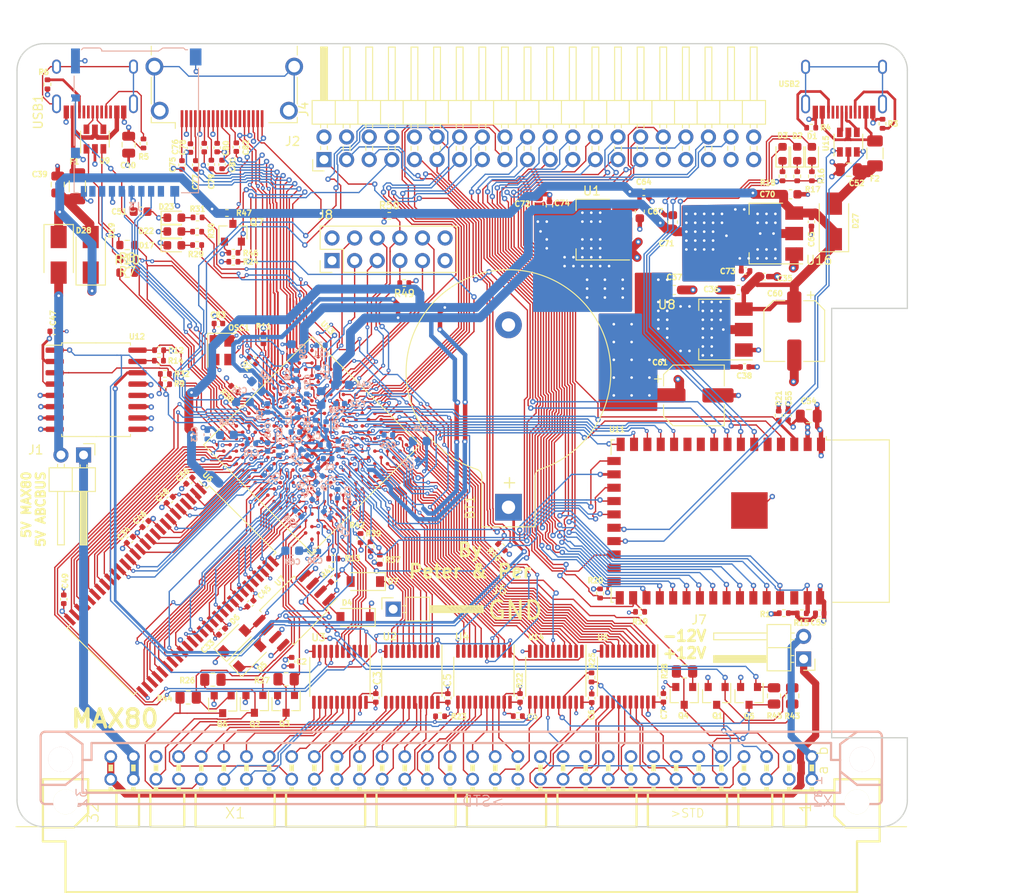
<source format=kicad_pcb>
(kicad_pcb (version 20171130) (host pcbnew 5.99.0+really5.1.10+dfsg1-1)

  (general
    (thickness 1.6)
    (drawings 19)
    (tracks 5261)
    (zones 0)
    (modules 176)
    (nets 313)
  )

  (page A4)
  (title_block
    (title MAX80)
    (date 2021-11-07)
    (rev 0.02)
    (company "No name")
  )

  (layers
    (0 F.Cu signal)
    (1 In1.Cu power)
    (2 In2.Cu signal)
    (31 B.Cu signal)
    (32 B.Adhes user)
    (33 F.Adhes user)
    (34 B.Paste user)
    (35 F.Paste user)
    (36 B.SilkS user)
    (37 F.SilkS user)
    (38 B.Mask user)
    (39 F.Mask user)
    (40 Dwgs.User user)
    (41 Cmts.User user)
    (42 Eco1.User user)
    (43 Eco2.User user)
    (44 Edge.Cuts user)
    (45 Margin user)
    (46 B.CrtYd user)
    (47 F.CrtYd user)
    (48 B.Fab user hide)
    (49 F.Fab user hide)
  )

  (setup
    (last_trace_width 0.15)
    (user_trace_width 0.15)
    (user_trace_width 0.3)
    (user_trace_width 0.5)
    (trace_clearance 0.15)
    (zone_clearance 0.15)
    (zone_45_only no)
    (trace_min 0.15)
    (via_size 0.6)
    (via_drill 0.3)
    (via_min_size 0.45)
    (via_min_drill 0.2)
    (user_via 0.45 0.2)
    (uvia_size 0.3)
    (uvia_drill 0.1)
    (uvias_allowed yes)
    (uvia_min_size 0.2)
    (uvia_min_drill 0.1)
    (edge_width 0.15)
    (segment_width 0.3)
    (pcb_text_width 0.3)
    (pcb_text_size 1.5 1.5)
    (mod_edge_width 0.15)
    (mod_text_size 1 1)
    (mod_text_width 0.15)
    (pad_size 3.5 1.6)
    (pad_drill 0)
    (pad_to_mask_clearance 0)
    (aux_axis_origin 0 0)
    (grid_origin 132.45 85.75)
    (visible_elements FFFFFF7F)
    (pcbplotparams
      (layerselection 0x010fc_ffffffff)
      (usegerberextensions false)
      (usegerberattributes true)
      (usegerberadvancedattributes true)
      (creategerberjobfile true)
      (excludeedgelayer true)
      (linewidth 0.100000)
      (plotframeref false)
      (viasonmask false)
      (mode 1)
      (useauxorigin false)
      (hpglpennumber 1)
      (hpglpenspeed 20)
      (hpglpendiameter 15.000000)
      (psnegative false)
      (psa4output false)
      (plotreference true)
      (plotvalue true)
      (plotinvisibletext false)
      (padsonsilk false)
      (subtractmaskfromsilk false)
      (outputformat 1)
      (mirror false)
      (drillshape 0)
      (scaleselection 1)
      (outputdirectory "max80_gerber002"))
  )

  (net 0 "")
  (net 1 GND)
  (net 2 +5V)
  (net 3 "Net-(R5-Pad2)")
  (net 4 "Net-(R6-Pad2)")
  (net 5 "Net-(U9-Pad4)")
  (net 6 "Net-(U9-Pad6)")
  (net 7 "Net-(USB1-Pad13)")
  (net 8 "Net-(BT1-Pad1)")
  (net 9 /A4)
  (net 10 /A3)
  (net 11 /A2)
  (net 12 /A1)
  (net 13 /A0)
  (net 14 /IO0)
  (net 15 /IO3)
  (net 16 /IO4)
  (net 17 /IO5)
  (net 18 /IO6)
  (net 19 /IO7)
  (net 20 /A11)
  (net 21 /IO9)
  (net 22 /A8)
  (net 23 /A7)
  (net 24 /A6)
  (net 25 /A5)
  (net 26 /A9)
  (net 27 /A10)
  (net 28 /A12)
  (net 29 /IO8)
  (net 30 /IO10)
  (net 31 /IO11)
  (net 32 /IO12)
  (net 33 /IO13)
  (net 34 /IO14)
  (net 35 /IO15)
  (net 36 /abc80bus/D7)
  (net 37 /abc80bus/D6)
  (net 38 /abc80bus/D5)
  (net 39 /abc80bus/D4)
  (net 40 /abc80bus/D3)
  (net 41 /abc80bus/D2)
  (net 42 /abc80bus/D1)
  (net 43 /abc80bus/D0)
  (net 44 /abc80bus/A8)
  (net 45 /abc80bus/A9)
  (net 46 /abc80bus/A10)
  (net 47 /abc80bus/A11)
  (net 48 /abc80bus/A12)
  (net 49 /abc80bus/A13)
  (net 50 /abc80bus/A14)
  (net 51 /abc80bus/A15)
  (net 52 /abc80bus/A7)
  (net 53 /abc80bus/A6)
  (net 54 /abc80bus/A5)
  (net 55 /abc80bus/A4)
  (net 56 /abc80bus/A3)
  (net 57 /abc80bus/A2)
  (net 58 /abc80bus/A1)
  (net 59 /abc80bus/A0)
  (net 60 /IO1)
  (net 61 /IO2)
  (net 62 /32KHZ)
  (net 63 /RTC_INT)
  (net 64 /abc80bus/ABC5V)
  (net 65 /SD_DAT3)
  (net 66 /SD_CMD)
  (net 67 /SD_CLK)
  (net 68 /SD_DAT0)
  (net 69 FPGA_TDI)
  (net 70 FPGA_TMS)
  (net 71 FPGA_TDO)
  (net 72 FPGA_TCK)
  (net 73 ABC_CLK_5)
  (net 74 /FPGA_SCL)
  (net 75 /FPGA_SDA)
  (net 76 FPGA_SPI_CLK)
  (net 77 FGPA_SPI_CS_ESP32)
  (net 78 INT_ESP32)
  (net 79 "Net-(C53-Pad1)")
  (net 80 "Net-(F2-Pad2)")
  (net 81 ESP32_TDO)
  (net 82 ESP32_TCK)
  (net 83 ESP32_TMS)
  (net 84 ESP32_IO0)
  (net 85 ESP32_RXD)
  (net 86 ESP32_TXD)
  (net 87 ESP32_EN)
  (net 88 "Net-(R3-Pad2)")
  (net 89 "Net-(R4-Pad2)")
  (net 90 /ESP32/USB_D-)
  (net 91 /ESP32/USB_D+)
  (net 92 ESP32_TDI)
  (net 93 "Net-(U15-Pad6)")
  (net 94 "Net-(U15-Pad4)")
  (net 95 "Net-(USB2-Pad13)")
  (net 96 "Net-(D1-Pad2)")
  (net 97 "Net-(D1-Pad1)")
  (net 98 "Net-(D2-Pad2)")
  (net 99 "Net-(D2-Pad1)")
  (net 100 "Net-(D3-Pad2)")
  (net 101 "Net-(D3-Pad1)")
  (net 102 ESP32_SCL)
  (net 103 ESP32_SDA)
  (net 104 ESP32_CS2)
  (net 105 ESP32_CS0)
  (net 106 ESP32_MISO)
  (net 107 ESP32_SCK)
  (net 108 ESP32_MOSI)
  (net 109 ESP32_CS1)
  (net 110 /abc80bus/~CS)
  (net 111 /abc80bus/~C4)
  (net 112 /abc80bus/~C3)
  (net 113 /abc80bus/~C2)
  (net 114 /abc80bus/~C1)
  (net 115 /abc80bus/~OUT)
  (net 116 /abc80bus/~RST)
  (net 117 /abc80bus/~XMEMFL)
  (net 118 /abc80bus/~INP)
  (net 119 /abc80bus/~STATUS)
  (net 120 /abc80bus/~XINPSTB)
  (net 121 /abc80bus/~XOUTSTB)
  (net 122 AD0)
  (net 123 AD1)
  (net 124 AD2)
  (net 125 AD3)
  (net 126 AD4)
  (net 127 AD5)
  (net 128 AD6)
  (net 129 AD7)
  (net 130 /abc80bus/~RESIN)
  (net 131 /FPGA_LED1)
  (net 132 /FPGA_LED2)
  (net 133 /FPGA_LED3)
  (net 134 "Net-(D17-Pad2)")
  (net 135 "Net-(D22-Pad2)")
  (net 136 "Net-(D23-Pad2)")
  (net 137 FPGA_GPIO3)
  (net 138 FPGA_GPIO2)
  (net 139 FPGA_GPIO1)
  (net 140 FPGA_GPIO0)
  (net 141 FPGA_GPIO5)
  (net 142 FPGA_GPIO4)
  (net 143 /abc80bus/READY)
  (net 144 /abc80bus/~NMI)
  (net 145 ~FPGA_READY)
  (net 146 FPGA_NMI)
  (net 147 FPGA_RESIN)
  (net 148 /DQMH)
  (net 149 /CLK)
  (net 150 /BA1)
  (net 151 /BA0)
  (net 152 /DQML)
  (net 153 "Net-(D28-Pad2)")
  (net 154 "Net-(F1-Pad2)")
  (net 155 "Net-(C39-Pad1)")
  (net 156 "Net-(C52-Pad1)")
  (net 157 /WE#)
  (net 158 /CAS#)
  (net 159 /RAS#)
  (net 160 /CS#)
  (net 161 +3V3)
  (net 162 +2V5)
  (net 163 +1V2)
  (net 164 "Net-(R13-Pad1)")
  (net 165 "Net-(R37-Pad2)")
  (net 166 "Net-(R38-Pad2)")
  (net 167 "Net-(R41-Pad2)")
  (net 168 DATA0)
  (net 169 ~CS_ABC_3V3)
  (net 170 ~OUT_ABC_3V3)
  (net 171 AD8)
  (net 172 ~C1_ABC_3V3)
  (net 173 AD9)
  (net 174 ~C2_ABC_3V3)
  (net 175 AD10)
  (net 176 ~C3_ABC_3V3)
  (net 177 ~C4_ABC_3V3)
  (net 178 AD11)
  (net 179 AD12)
  (net 180 AD13)
  (net 181 AD14)
  (net 182 AD15)
  (net 183 DLCK)
  (net 184 ASD0)
  (net 185 nCE0)
  (net 186 ~INP_ABC_3V3)
  (net 187 ~STATUS_ABC_3V3)
  (net 188 DD0)
  (net 189 DD1)
  (net 190 DD2)
  (net 191 DD3)
  (net 192 DD4)
  (net 193 DD5)
  (net 194 DD6)
  (net 195 DD7)
  (net 196 DD8)
  (net 197 ~XOUTSTB_ABC_3V3)
  (net 198 ~RST_ABC_3V3)
  (net 199 ~XMEMFL_ABC_3V3)
  (net 200 ~XINPSTB_ABC_3V3)
  (net 201 ABC_CLK_3V3)
  (net 202 FPGA_SPI_MOSI)
  (net 203 FPGA_SPI_MISO)
  (net 204 CLK0n)
  (net 205 HDMI_CK-)
  (net 206 HDMI_D0+)
  (net 207 HDMI_D1-)
  (net 208 HDMI_D2+)
  (net 209 HDMI_CK+)
  (net 210 HDMI_D0-)
  (net 211 HDMI_D1+)
  (net 212 HDMI_D2-)
  (net 213 HDMI_SDA)
  (net 214 HDMI_HPD)
  (net 215 HDMI_SCL)
  (net 216 FPGA_JTAGEN)
  (net 217 FLASH_CS#)
  (net 218 /abc80bus/~INT)
  (net 219 /abc80bus/~XMEMW800)
  (net 220 /abc80bus/~XMEMW80)
  (net 221 INT_ABC_3V3)
  (net 222 INT800_ABC_3V3)
  (net 223 ~XMEMW80_ABC_3V3)
  (net 224 ~XMEMW800_ABC_3V3)
  (net 225 /abc80bus/~XM)
  (net 226 XM_ABC_3V3)
  (net 227 "Net-(R25-Pad2)")
  (net 228 AD16)
  (net 229 /abc80bus/ABC_-12V)
  (net 230 /abc80bus/ABC_12V)
  (net 231 "Net-(C75-Pad1)")
  (net 232 "Net-(C76-Pad1)")
  (net 233 "Net-(C77-Pad1)")
  (net 234 "Net-(C78-Pad1)")
  (net 235 "Net-(C79-Pad1)")
  (net 236 "Net-(C80-Pad1)")
  (net 237 "Net-(C81-Pad1)")
  (net 238 "Net-(C82-Pad1)")
  (net 239 EXT_HG)
  (net 240 EXT_HB)
  (net 241 EXT_HE)
  (net 242 EXT_HC)
  (net 243 EXT_HA)
  (net 244 EXT_HF)
  (net 245 EXT_HH)
  (net 246 EXT_HD)
  (net 247 "Net-(J4-Pad40)")
  (net 248 "Net-(J4-Pad8)")
  (net 249 "Net-(J4-Pad6)")
  (net 250 "Net-(U6-Pad40)")
  (net 251 "Net-(U11-Pad10)")
  (net 252 "Net-(U11-Pad11)")
  (net 253 "Net-(U11-Pad25)")
  (net 254 "Net-(U11-Pad40)")
  (net 255 "Net-(U13-PadK12)")
  (net 256 "Net-(U13-PadL11)")
  (net 257 "Net-(U13-PadP15)")
  (net 258 "Net-(U13-PadJ14)")
  (net 259 "Net-(U13-PadL14)")
  (net 260 "Net-(U13-PadN14)")
  (net 261 "Net-(U13-PadK10)")
  (net 262 "Net-(U13-PadK9)")
  (net 263 "Net-(U13-PadL9)")
  (net 264 "Net-(U13-PadJ13)")
  (net 265 "Net-(U13-PadJ12)")
  (net 266 "Net-(U13-PadP11)")
  (net 267 "Net-(U13-PadL6)")
  (net 268 "Net-(U13-PadK6)")
  (net 269 "Net-(U13-PadC3)")
  (net 270 "Net-(U14-Pad15)")
  (net 271 "Net-(U14-Pad5)")
  (net 272 "Net-(USB1-Pad3)")
  (net 273 "Net-(USB1-Pad9)")
  (net 274 "Net-(USB1-Pad5)")
  (net 275 "Net-(USB1-Pad8)")
  (net 276 "Net-(USB2-Pad3)")
  (net 277 "Net-(USB2-Pad9)")
  (net 278 "Net-(USB2-Pad5)")
  (net 279 "Net-(USB2-Pad8)")
  (net 280 "Net-(X1-PadB30)")
  (net 281 "Net-(X1-PadB12)")
  (net 282 "Net-(X1-PadB11)")
  (net 283 "Net-(X1-PadB10)")
  (net 284 "Net-(X1-PadB9)")
  (net 285 "Net-(X1-PadB8)")
  (net 286 "Net-(X1-PadB7)")
  (net 287 "Net-(X1-PadB6)")
  (net 288 "Net-(X1-PadA29)")
  (net 289 "Net-(X1-PadA25)")
  (net 290 "Net-(X1-PadA14)")
  (net 291 "Net-(J2-PadSH)")
  (net 292 "Net-(J2-Pad19)")
  (net 293 "Net-(J2-Pad14)")
  (net 294 "Net-(J2-Pad13)")
  (net 295 "Net-(J2-Pad11)")
  (net 296 /~SD_DETECT)
  (net 297 "Net-(J3-Pad1)")
  (net 298 "Net-(J3-Pad8)")
  (net 299 "Net-(U13-PadF13)")
  (net 300 /FREEI2)
  (net 301 /FREEI3)
  (net 302 "Net-(U13-PadA9)")
  (net 303 /FREEI4)
  (net 304 /FREEI9)
  (net 305 /FREEI8)
  (net 306 "Net-(R7-Pad2)")
  (net 307 /FPGA_USB_DS_DP)
  (net 308 "Net-(R8-Pad2)")
  (net 309 /FPGA_USB_DS_DN)
  (net 310 /FPGA_USB_PU)
  (net 311 "Net-(U13-PadT8)")
  (net 312 "Net-(U13-PadE16)")

  (net_class Default "This is the default net class."
    (clearance 0.15)
    (trace_width 0.15)
    (via_dia 0.6)
    (via_drill 0.3)
    (uvia_dia 0.3)
    (uvia_drill 0.1)
    (add_net +1V2)
    (add_net +2V5)
    (add_net +3V3)
    (add_net +5V)
    (add_net /32KHZ)
    (add_net /A0)
    (add_net /A1)
    (add_net /A10)
    (add_net /A11)
    (add_net /A12)
    (add_net /A2)
    (add_net /A3)
    (add_net /A4)
    (add_net /A5)
    (add_net /A6)
    (add_net /A7)
    (add_net /A8)
    (add_net /A9)
    (add_net /BA0)
    (add_net /BA1)
    (add_net /CAS#)
    (add_net /CLK)
    (add_net /CS#)
    (add_net /DQMH)
    (add_net /DQML)
    (add_net /ESP32/USB_D+)
    (add_net /ESP32/USB_D-)
    (add_net /FPGA_LED1)
    (add_net /FPGA_LED2)
    (add_net /FPGA_LED3)
    (add_net /FPGA_SCL)
    (add_net /FPGA_SDA)
    (add_net /FPGA_USB_DS_DN)
    (add_net /FPGA_USB_DS_DP)
    (add_net /FPGA_USB_PU)
    (add_net /FREEI2)
    (add_net /FREEI3)
    (add_net /FREEI4)
    (add_net /FREEI8)
    (add_net /FREEI9)
    (add_net /IO0)
    (add_net /IO1)
    (add_net /IO10)
    (add_net /IO11)
    (add_net /IO12)
    (add_net /IO13)
    (add_net /IO14)
    (add_net /IO15)
    (add_net /IO2)
    (add_net /IO3)
    (add_net /IO4)
    (add_net /IO5)
    (add_net /IO6)
    (add_net /IO7)
    (add_net /IO8)
    (add_net /IO9)
    (add_net /RAS#)
    (add_net /RTC_INT)
    (add_net /SD_CLK)
    (add_net /SD_CMD)
    (add_net /SD_DAT0)
    (add_net /SD_DAT3)
    (add_net /WE#)
    (add_net /abc80bus/A0)
    (add_net /abc80bus/A1)
    (add_net /abc80bus/A10)
    (add_net /abc80bus/A11)
    (add_net /abc80bus/A12)
    (add_net /abc80bus/A13)
    (add_net /abc80bus/A14)
    (add_net /abc80bus/A15)
    (add_net /abc80bus/A2)
    (add_net /abc80bus/A3)
    (add_net /abc80bus/A4)
    (add_net /abc80bus/A5)
    (add_net /abc80bus/A6)
    (add_net /abc80bus/A7)
    (add_net /abc80bus/A8)
    (add_net /abc80bus/A9)
    (add_net /abc80bus/ABC5V)
    (add_net /abc80bus/ABC_-12V)
    (add_net /abc80bus/ABC_12V)
    (add_net /abc80bus/D0)
    (add_net /abc80bus/D1)
    (add_net /abc80bus/D2)
    (add_net /abc80bus/D3)
    (add_net /abc80bus/D4)
    (add_net /abc80bus/D5)
    (add_net /abc80bus/D6)
    (add_net /abc80bus/D7)
    (add_net /abc80bus/READY)
    (add_net /abc80bus/~C1)
    (add_net /abc80bus/~C2)
    (add_net /abc80bus/~C3)
    (add_net /abc80bus/~C4)
    (add_net /abc80bus/~CS)
    (add_net /abc80bus/~INP)
    (add_net /abc80bus/~INT)
    (add_net /abc80bus/~NMI)
    (add_net /abc80bus/~OUT)
    (add_net /abc80bus/~RESIN)
    (add_net /abc80bus/~RST)
    (add_net /abc80bus/~STATUS)
    (add_net /abc80bus/~XINPSTB)
    (add_net /abc80bus/~XM)
    (add_net /abc80bus/~XMEMFL)
    (add_net /abc80bus/~XMEMW80)
    (add_net /abc80bus/~XMEMW800)
    (add_net /abc80bus/~XOUTSTB)
    (add_net /~SD_DETECT)
    (add_net ABC_CLK_3V3)
    (add_net ABC_CLK_5)
    (add_net AD0)
    (add_net AD1)
    (add_net AD10)
    (add_net AD11)
    (add_net AD12)
    (add_net AD13)
    (add_net AD14)
    (add_net AD15)
    (add_net AD16)
    (add_net AD2)
    (add_net AD3)
    (add_net AD4)
    (add_net AD5)
    (add_net AD6)
    (add_net AD7)
    (add_net AD8)
    (add_net AD9)
    (add_net ASD0)
    (add_net CLK0n)
    (add_net DATA0)
    (add_net DD0)
    (add_net DD1)
    (add_net DD2)
    (add_net DD3)
    (add_net DD4)
    (add_net DD5)
    (add_net DD6)
    (add_net DD7)
    (add_net DD8)
    (add_net DLCK)
    (add_net ESP32_CS0)
    (add_net ESP32_CS1)
    (add_net ESP32_CS2)
    (add_net ESP32_EN)
    (add_net ESP32_IO0)
    (add_net ESP32_MISO)
    (add_net ESP32_MOSI)
    (add_net ESP32_RXD)
    (add_net ESP32_SCK)
    (add_net ESP32_SCL)
    (add_net ESP32_SDA)
    (add_net ESP32_TCK)
    (add_net ESP32_TDI)
    (add_net ESP32_TDO)
    (add_net ESP32_TMS)
    (add_net ESP32_TXD)
    (add_net EXT_HA)
    (add_net EXT_HB)
    (add_net EXT_HC)
    (add_net EXT_HD)
    (add_net EXT_HE)
    (add_net EXT_HF)
    (add_net EXT_HG)
    (add_net EXT_HH)
    (add_net FGPA_SPI_CS_ESP32)
    (add_net FLASH_CS#)
    (add_net FPGA_GPIO0)
    (add_net FPGA_GPIO1)
    (add_net FPGA_GPIO2)
    (add_net FPGA_GPIO3)
    (add_net FPGA_GPIO4)
    (add_net FPGA_GPIO5)
    (add_net FPGA_JTAGEN)
    (add_net FPGA_NMI)
    (add_net FPGA_RESIN)
    (add_net FPGA_SPI_CLK)
    (add_net FPGA_SPI_MISO)
    (add_net FPGA_SPI_MOSI)
    (add_net FPGA_TCK)
    (add_net FPGA_TDI)
    (add_net FPGA_TDO)
    (add_net FPGA_TMS)
    (add_net GND)
    (add_net HDMI_CK+)
    (add_net HDMI_CK-)
    (add_net HDMI_D0+)
    (add_net HDMI_D0-)
    (add_net HDMI_D1+)
    (add_net HDMI_D1-)
    (add_net HDMI_D2+)
    (add_net HDMI_D2-)
    (add_net HDMI_HPD)
    (add_net HDMI_SCL)
    (add_net HDMI_SDA)
    (add_net INT800_ABC_3V3)
    (add_net INT_ABC_3V3)
    (add_net INT_ESP32)
    (add_net "Net-(BT1-Pad1)")
    (add_net "Net-(C39-Pad1)")
    (add_net "Net-(C52-Pad1)")
    (add_net "Net-(C53-Pad1)")
    (add_net "Net-(C75-Pad1)")
    (add_net "Net-(C76-Pad1)")
    (add_net "Net-(C77-Pad1)")
    (add_net "Net-(C78-Pad1)")
    (add_net "Net-(C79-Pad1)")
    (add_net "Net-(C80-Pad1)")
    (add_net "Net-(C81-Pad1)")
    (add_net "Net-(C82-Pad1)")
    (add_net "Net-(D1-Pad1)")
    (add_net "Net-(D1-Pad2)")
    (add_net "Net-(D17-Pad2)")
    (add_net "Net-(D2-Pad1)")
    (add_net "Net-(D2-Pad2)")
    (add_net "Net-(D22-Pad2)")
    (add_net "Net-(D23-Pad2)")
    (add_net "Net-(D28-Pad2)")
    (add_net "Net-(D3-Pad1)")
    (add_net "Net-(D3-Pad2)")
    (add_net "Net-(F1-Pad2)")
    (add_net "Net-(F2-Pad2)")
    (add_net "Net-(J2-Pad11)")
    (add_net "Net-(J2-Pad13)")
    (add_net "Net-(J2-Pad14)")
    (add_net "Net-(J2-Pad19)")
    (add_net "Net-(J2-PadSH)")
    (add_net "Net-(J3-Pad1)")
    (add_net "Net-(J3-Pad8)")
    (add_net "Net-(J4-Pad40)")
    (add_net "Net-(J4-Pad6)")
    (add_net "Net-(J4-Pad8)")
    (add_net "Net-(R13-Pad1)")
    (add_net "Net-(R25-Pad2)")
    (add_net "Net-(R3-Pad2)")
    (add_net "Net-(R37-Pad2)")
    (add_net "Net-(R38-Pad2)")
    (add_net "Net-(R4-Pad2)")
    (add_net "Net-(R41-Pad2)")
    (add_net "Net-(R5-Pad2)")
    (add_net "Net-(R6-Pad2)")
    (add_net "Net-(R7-Pad2)")
    (add_net "Net-(R8-Pad2)")
    (add_net "Net-(U11-Pad10)")
    (add_net "Net-(U11-Pad11)")
    (add_net "Net-(U11-Pad25)")
    (add_net "Net-(U11-Pad40)")
    (add_net "Net-(U13-PadA9)")
    (add_net "Net-(U13-PadC3)")
    (add_net "Net-(U13-PadE16)")
    (add_net "Net-(U13-PadF13)")
    (add_net "Net-(U13-PadJ12)")
    (add_net "Net-(U13-PadJ13)")
    (add_net "Net-(U13-PadJ14)")
    (add_net "Net-(U13-PadK10)")
    (add_net "Net-(U13-PadK12)")
    (add_net "Net-(U13-PadK6)")
    (add_net "Net-(U13-PadK9)")
    (add_net "Net-(U13-PadL11)")
    (add_net "Net-(U13-PadL14)")
    (add_net "Net-(U13-PadL6)")
    (add_net "Net-(U13-PadL9)")
    (add_net "Net-(U13-PadN14)")
    (add_net "Net-(U13-PadP11)")
    (add_net "Net-(U13-PadP15)")
    (add_net "Net-(U13-PadT8)")
    (add_net "Net-(U14-Pad15)")
    (add_net "Net-(U14-Pad5)")
    (add_net "Net-(U15-Pad4)")
    (add_net "Net-(U15-Pad6)")
    (add_net "Net-(U6-Pad40)")
    (add_net "Net-(U9-Pad4)")
    (add_net "Net-(U9-Pad6)")
    (add_net "Net-(USB1-Pad13)")
    (add_net "Net-(USB1-Pad3)")
    (add_net "Net-(USB1-Pad5)")
    (add_net "Net-(USB1-Pad8)")
    (add_net "Net-(USB1-Pad9)")
    (add_net "Net-(USB2-Pad13)")
    (add_net "Net-(USB2-Pad3)")
    (add_net "Net-(USB2-Pad5)")
    (add_net "Net-(USB2-Pad8)")
    (add_net "Net-(USB2-Pad9)")
    (add_net "Net-(X1-PadA14)")
    (add_net "Net-(X1-PadA25)")
    (add_net "Net-(X1-PadA29)")
    (add_net "Net-(X1-PadB10)")
    (add_net "Net-(X1-PadB11)")
    (add_net "Net-(X1-PadB12)")
    (add_net "Net-(X1-PadB30)")
    (add_net "Net-(X1-PadB6)")
    (add_net "Net-(X1-PadB7)")
    (add_net "Net-(X1-PadB8)")
    (add_net "Net-(X1-PadB9)")
    (add_net XM_ABC_3V3)
    (add_net nCE0)
    (add_net ~C1_ABC_3V3)
    (add_net ~C2_ABC_3V3)
    (add_net ~C3_ABC_3V3)
    (add_net ~C4_ABC_3V3)
    (add_net ~CS_ABC_3V3)
    (add_net ~FPGA_READY)
    (add_net ~INP_ABC_3V3)
    (add_net ~OUT_ABC_3V3)
    (add_net ~RST_ABC_3V3)
    (add_net ~STATUS_ABC_3V3)
    (add_net ~XINPSTB_ABC_3V3)
    (add_net ~XMEMFL_ABC_3V3)
    (add_net ~XMEMW800_ABC_3V3)
    (add_net ~XMEMW80_ABC_3V3)
    (add_net ~XOUTSTB_ABC_3V3)
  )

  (module Resistor_SMD:R_0603_1608Metric (layer F.Cu) (tedit 5F68FEEE) (tstamp 61998D27)
    (at 117.35 66.2)
    (descr "Resistor SMD 0603 (1608 Metric), square (rectangular) end terminal, IPC_7351 nominal, (Body size source: IPC-SM-782 page 72, https://www.pcb-3d.com/wordpress/wp-content/uploads/ipc-sm-782a_amendment_1_and_2.pdf), generated with kicad-footprint-generator")
    (tags resistor)
    (path /601569F0/61BA625A)
    (attr smd)
    (fp_text reference R10 (at 0 -1.43) (layer F.SilkS)
      (effects (font (size 1 1) (thickness 0.15)))
    )
    (fp_text value 1.5k (at 0 1.43) (layer F.Fab)
      (effects (font (size 1 1) (thickness 0.15)))
    )
    (fp_line (start 1.48 0.73) (end -1.48 0.73) (layer F.CrtYd) (width 0.05))
    (fp_line (start 1.48 -0.73) (end 1.48 0.73) (layer F.CrtYd) (width 0.05))
    (fp_line (start -1.48 -0.73) (end 1.48 -0.73) (layer F.CrtYd) (width 0.05))
    (fp_line (start -1.48 0.73) (end -1.48 -0.73) (layer F.CrtYd) (width 0.05))
    (fp_line (start -0.237258 0.5225) (end 0.237258 0.5225) (layer F.SilkS) (width 0.12))
    (fp_line (start -0.237258 -0.5225) (end 0.237258 -0.5225) (layer F.SilkS) (width 0.12))
    (fp_line (start 0.8 0.4125) (end -0.8 0.4125) (layer F.Fab) (width 0.1))
    (fp_line (start 0.8 -0.4125) (end 0.8 0.4125) (layer F.Fab) (width 0.1))
    (fp_line (start -0.8 -0.4125) (end 0.8 -0.4125) (layer F.Fab) (width 0.1))
    (fp_line (start -0.8 0.4125) (end -0.8 -0.4125) (layer F.Fab) (width 0.1))
    (fp_text user %R (at 0 0) (layer F.Fab)
      (effects (font (size 0.4 0.4) (thickness 0.06)))
    )
    (pad 2 smd roundrect (at 0.825 0) (size 0.8 0.95) (layers F.Cu F.Paste F.Mask) (roundrect_rratio 0.25)
      (net 307 /FPGA_USB_DS_DP))
    (pad 1 smd roundrect (at -0.825 0) (size 0.8 0.95) (layers F.Cu F.Paste F.Mask) (roundrect_rratio 0.25)
      (net 310 /FPGA_USB_PU))
    (model ${KISYS3DMOD}/Resistor_SMD.3dshapes/R_0603_1608Metric.wrl
      (at (xyz 0 0 0))
      (scale (xyz 1 1 1))
      (rotate (xyz 0 0 0))
    )
  )

  (module Resistor_SMD:R_0603_1608Metric (layer F.Cu) (tedit 5F68FEEE) (tstamp 61957892)
    (at 117.35 63.1 180)
    (descr "Resistor SMD 0603 (1608 Metric), square (rectangular) end terminal, IPC_7351 nominal, (Body size source: IPC-SM-782 page 72, https://www.pcb-3d.com/wordpress/wp-content/uploads/ipc-sm-782a_amendment_1_and_2.pdf), generated with kicad-footprint-generator")
    (tags resistor)
    (path /601569F0/62589F2A)
    (attr smd)
    (fp_text reference R8 (at 0 -1.43) (layer F.SilkS)
      (effects (font (size 1 1) (thickness 0.15)))
    )
    (fp_text value 27 (at 0 1.43) (layer F.Fab)
      (effects (font (size 1 1) (thickness 0.15)))
    )
    (fp_line (start 1.48 0.73) (end -1.48 0.73) (layer F.CrtYd) (width 0.05))
    (fp_line (start 1.48 -0.73) (end 1.48 0.73) (layer F.CrtYd) (width 0.05))
    (fp_line (start -1.48 -0.73) (end 1.48 -0.73) (layer F.CrtYd) (width 0.05))
    (fp_line (start -1.48 0.73) (end -1.48 -0.73) (layer F.CrtYd) (width 0.05))
    (fp_line (start -0.237258 0.5225) (end 0.237258 0.5225) (layer F.SilkS) (width 0.12))
    (fp_line (start -0.237258 -0.5225) (end 0.237258 -0.5225) (layer F.SilkS) (width 0.12))
    (fp_line (start 0.8 0.4125) (end -0.8 0.4125) (layer F.Fab) (width 0.1))
    (fp_line (start 0.8 -0.4125) (end 0.8 0.4125) (layer F.Fab) (width 0.1))
    (fp_line (start -0.8 -0.4125) (end 0.8 -0.4125) (layer F.Fab) (width 0.1))
    (fp_line (start -0.8 0.4125) (end -0.8 -0.4125) (layer F.Fab) (width 0.1))
    (fp_text user %R (at 0 0) (layer F.Fab)
      (effects (font (size 0.4 0.4) (thickness 0.06)))
    )
    (pad 2 smd roundrect (at 0.825 0 180) (size 0.8 0.95) (layers F.Cu F.Paste F.Mask) (roundrect_rratio 0.25)
      (net 308 "Net-(R8-Pad2)"))
    (pad 1 smd roundrect (at -0.825 0 180) (size 0.8 0.95) (layers F.Cu F.Paste F.Mask) (roundrect_rratio 0.25)
      (net 309 /FPGA_USB_DS_DN))
    (model ${KISYS3DMOD}/Resistor_SMD.3dshapes/R_0603_1608Metric.wrl
      (at (xyz 0 0 0))
      (scale (xyz 1 1 1))
      (rotate (xyz 0 0 0))
    )
  )

  (module Resistor_SMD:R_0603_1608Metric (layer F.Cu) (tedit 5F68FEEE) (tstamp 61957881)
    (at 117.35 64.65 180)
    (descr "Resistor SMD 0603 (1608 Metric), square (rectangular) end terminal, IPC_7351 nominal, (Body size source: IPC-SM-782 page 72, https://www.pcb-3d.com/wordpress/wp-content/uploads/ipc-sm-782a_amendment_1_and_2.pdf), generated with kicad-footprint-generator")
    (tags resistor)
    (path /601569F0/6258957D)
    (attr smd)
    (fp_text reference R7 (at 0 -1.43) (layer F.SilkS)
      (effects (font (size 1 1) (thickness 0.15)))
    )
    (fp_text value 27 (at 0 1.43) (layer F.Fab)
      (effects (font (size 1 1) (thickness 0.15)))
    )
    (fp_line (start 1.48 0.73) (end -1.48 0.73) (layer F.CrtYd) (width 0.05))
    (fp_line (start 1.48 -0.73) (end 1.48 0.73) (layer F.CrtYd) (width 0.05))
    (fp_line (start -1.48 -0.73) (end 1.48 -0.73) (layer F.CrtYd) (width 0.05))
    (fp_line (start -1.48 0.73) (end -1.48 -0.73) (layer F.CrtYd) (width 0.05))
    (fp_line (start -0.237258 0.5225) (end 0.237258 0.5225) (layer F.SilkS) (width 0.12))
    (fp_line (start -0.237258 -0.5225) (end 0.237258 -0.5225) (layer F.SilkS) (width 0.12))
    (fp_line (start 0.8 0.4125) (end -0.8 0.4125) (layer F.Fab) (width 0.1))
    (fp_line (start 0.8 -0.4125) (end 0.8 0.4125) (layer F.Fab) (width 0.1))
    (fp_line (start -0.8 -0.4125) (end 0.8 -0.4125) (layer F.Fab) (width 0.1))
    (fp_line (start -0.8 0.4125) (end -0.8 -0.4125) (layer F.Fab) (width 0.1))
    (fp_text user %R (at 0 0) (layer F.Fab)
      (effects (font (size 0.4 0.4) (thickness 0.06)))
    )
    (pad 2 smd roundrect (at 0.825 0 180) (size 0.8 0.95) (layers F.Cu F.Paste F.Mask) (roundrect_rratio 0.25)
      (net 306 "Net-(R7-Pad2)"))
    (pad 1 smd roundrect (at -0.825 0 180) (size 0.8 0.95) (layers F.Cu F.Paste F.Mask) (roundrect_rratio 0.25)
      (net 307 /FPGA_USB_DS_DP))
    (model ${KISYS3DMOD}/Resistor_SMD.3dshapes/R_0603_1608Metric.wrl
      (at (xyz 0 0 0))
      (scale (xyz 1 1 1))
      (rotate (xyz 0 0 0))
    )
  )

  (module max80:FAB64B (layer B.Cu) (tedit 0) (tstamp 61976193)
    (at 154.87 121.86 90)
    (descr "<b>DIN 41612 CONNECTOR</b>\n<p>\nFemale, 64 pins, type B, rows AB, grid 2.54 mm.<br />\nB mates with Q, but pin numbers reversed.\n</p>")
    (path /6013B380/61C9828F)
    (fp_text reference X2 (at -4.445 39.37 180) (layer B.SilkS)
      (effects (font (size 1.2065 1.2065) (thickness 0.12065)) (justify right bottom mirror))
    )
    (fp_text value ABC-Bus (at -4.445 -34.29 180) (layer B.Fab)
      (effects (font (size 1.2065 1.2065) (thickness 0.12065)) (justify right bottom mirror))
    )
    (fp_line (start -2.54 42.291) (end -2.54 -42.291) (layer B.Fab) (width 0.254))
    (fp_line (start 0.635 -41.275) (end 2.54 -41.275) (layer B.Fab) (width 0.254))
    (fp_line (start 2.54 -41.275) (end 2.54 41.275) (layer B.Fab) (width 0.254))
    (fp_line (start 2.54 41.275) (end 0.635 41.275) (layer B.Fab) (width 0.254))
    (fp_line (start -1.905 47.244) (end -1.905 44.45) (layer B.SilkS) (width 0.254))
    (fp_line (start -1.905 47.244) (end -3.556 47.244) (layer B.SilkS) (width 0.254))
    (fp_line (start -0.381 42.545) (end -1.905 44.45) (layer B.SilkS) (width 0.254))
    (fp_line (start -1.905 -47.244) (end -1.905 -44.45) (layer B.SilkS) (width 0.254))
    (fp_line (start -1.905 -47.244) (end 3.556 -47.244) (layer B.SilkS) (width 0.254))
    (fp_line (start -0.381 -42.545) (end -1.905 -44.45) (layer B.SilkS) (width 0.254))
    (fp_line (start 4.064 44.45) (end 4.064 46.736) (layer B.SilkS) (width 0.254))
    (fp_line (start 2.667 42.545) (end 4.064 44.45) (layer B.SilkS) (width 0.254))
    (fp_line (start 4.064 44.45) (end 4.064 -44.45) (layer B.SilkS) (width 0.254))
    (fp_line (start 2.667 -42.545) (end 4.064 -44.45) (layer B.SilkS) (width 0.254))
    (fp_line (start 0.635 -41.275) (end 0.635 -42.291) (layer B.Fab) (width 0.254))
    (fp_line (start 0.889 -42.545) (end -0.381 -42.545) (layer B.SilkS) (width 0.254))
    (fp_line (start 0.635 -42.291) (end -2.54 -42.291) (layer B.Fab) (width 0.254))
    (fp_line (start -0.381 -42.545) (end -2.794 -42.545) (layer B.SilkS) (width 0.254))
    (fp_line (start 0.889 -42.545) (end 0.889 -41.529) (layer B.SilkS) (width 0.254))
    (fp_line (start 0.889 -42.545) (end 2.667 -42.545) (layer B.SilkS) (width 0.254))
    (fp_line (start 0.889 -41.529) (end 2.794 -41.529) (layer B.SilkS) (width 0.254))
    (fp_line (start 2.794 -41.529) (end 2.794 41.529) (layer B.SilkS) (width 0.254))
    (fp_line (start -2.794 -42.545) (end -2.794 42.545) (layer B.SilkS) (width 0.254))
    (fp_line (start 2.794 41.529) (end 0.889 41.529) (layer B.SilkS) (width 0.254))
    (fp_line (start 0.889 41.529) (end 0.889 42.545) (layer B.SilkS) (width 0.254))
    (fp_line (start 0.889 42.545) (end 2.667 42.545) (layer B.SilkS) (width 0.254))
    (fp_line (start 0.635 41.275) (end 0.635 42.291) (layer B.Fab) (width 0.254))
    (fp_line (start -0.381 42.545) (end 0.889 42.545) (layer B.SilkS) (width 0.254))
    (fp_line (start 0.635 42.291) (end -2.54 42.291) (layer B.Fab) (width 0.254))
    (fp_line (start -0.381 42.545) (end -2.794 42.545) (layer B.SilkS) (width 0.254))
    (fp_line (start 3.556 47.244) (end -1.905 47.244) (layer B.SilkS) (width 0.254))
    (fp_line (start -3.556 -47.244) (end -1.905 -47.244) (layer B.SilkS) (width 0.254))
    (fp_line (start -4.064 -46.736) (end -4.064 46.736) (layer B.SilkS) (width 0.254))
    (fp_line (start 4.064 -46.736) (end 4.064 -44.45) (layer B.SilkS) (width 0.254))
    (fp_circle (center 0.9652 -45.0088) (end 3.2512 -45.0088) (layer Dwgs.User) (width 1.778))
    (fp_circle (center 0.9652 -45.0088) (end 3.2512 -45.0088) (layer Dwgs.User) (width 1.778))
    (fp_circle (center 0.9652 -45.0088) (end 2.2352 -45.0088) (layer B.SilkS) (width 0.254))
    (fp_circle (center 0.9652 45.0088) (end 3.2512 45.0088) (layer Dwgs.User) (width 1.778))
    (fp_circle (center 0.9652 45.0088) (end 3.2512 45.0088) (layer Dwgs.User) (width 1.778))
    (fp_circle (center 0.9652 45.0088) (end 2.2352 45.0088) (layer B.SilkS) (width 0.254))
    (fp_poly (pts (xy 0.889 -40.005) (xy 1.651 -40.005) (xy 1.651 -38.735) (xy 0.889 -38.735)) (layer B.Fab) (width 0))
    (fp_poly (pts (xy -1.651 -40.005) (xy -0.889 -40.005) (xy -0.889 -38.735) (xy -1.651 -38.735)) (layer B.Fab) (width 0))
    (fp_poly (pts (xy 0.889 -37.465) (xy 1.651 -37.465) (xy 1.651 -36.195) (xy 0.889 -36.195)) (layer B.Fab) (width 0))
    (fp_poly (pts (xy -1.651 -37.465) (xy -0.889 -37.465) (xy -0.889 -36.195) (xy -1.651 -36.195)) (layer B.Fab) (width 0))
    (fp_poly (pts (xy -1.651 -34.925) (xy -0.889 -34.925) (xy -0.889 -33.655) (xy -1.651 -33.655)) (layer B.Fab) (width 0))
    (fp_poly (pts (xy -1.651 -32.385) (xy -0.889 -32.385) (xy -0.889 -31.115) (xy -1.651 -31.115)) (layer B.Fab) (width 0))
    (fp_poly (pts (xy 0.889 -34.925) (xy 1.651 -34.925) (xy 1.651 -33.655) (xy 0.889 -33.655)) (layer B.Fab) (width 0))
    (fp_poly (pts (xy 0.889 -32.385) (xy 1.651 -32.385) (xy 1.651 -31.115) (xy 0.889 -31.115)) (layer B.Fab) (width 0))
    (fp_poly (pts (xy -1.651 -29.845) (xy -0.889 -29.845) (xy -0.889 -28.575) (xy -1.651 -28.575)) (layer B.Fab) (width 0))
    (fp_poly (pts (xy -1.651 -27.305) (xy -0.889 -27.305) (xy -0.889 -26.035) (xy -1.651 -26.035)) (layer B.Fab) (width 0))
    (fp_poly (pts (xy 0.889 -29.845) (xy 1.651 -29.845) (xy 1.651 -28.575) (xy 0.889 -28.575)) (layer B.Fab) (width 0))
    (fp_poly (pts (xy 0.889 -27.305) (xy 1.651 -27.305) (xy 1.651 -26.035) (xy 0.889 -26.035)) (layer B.Fab) (width 0))
    (fp_poly (pts (xy 0.889 -24.765) (xy 1.651 -24.765) (xy 1.651 -23.495) (xy 0.889 -23.495)) (layer B.Fab) (width 0))
    (fp_poly (pts (xy -1.651 -24.765) (xy -0.889 -24.765) (xy -0.889 -23.495) (xy -1.651 -23.495)) (layer B.Fab) (width 0))
    (fp_poly (pts (xy -1.651 -22.225) (xy -0.889 -22.225) (xy -0.889 -20.955) (xy -1.651 -20.955)) (layer B.Fab) (width 0))
    (fp_poly (pts (xy -1.651 -19.685) (xy -0.889 -19.685) (xy -0.889 -18.415) (xy -1.651 -18.415)) (layer B.Fab) (width 0))
    (fp_poly (pts (xy 0.889 -22.225) (xy 1.651 -22.225) (xy 1.651 -20.955) (xy 0.889 -20.955)) (layer B.Fab) (width 0))
    (fp_poly (pts (xy 0.889 -19.685) (xy 1.651 -19.685) (xy 1.651 -18.415) (xy 0.889 -18.415)) (layer B.Fab) (width 0))
    (fp_poly (pts (xy 0.889 -17.145) (xy 1.651 -17.145) (xy 1.651 -15.875) (xy 0.889 -15.875)) (layer B.Fab) (width 0))
    (fp_poly (pts (xy -1.651 -17.145) (xy -0.889 -17.145) (xy -0.889 -15.875) (xy -1.651 -15.875)) (layer B.Fab) (width 0))
    (fp_poly (pts (xy 0.889 -14.605) (xy 1.651 -14.605) (xy 1.651 -13.335) (xy 0.889 -13.335)) (layer B.Fab) (width 0))
    (fp_poly (pts (xy 0.889 -12.065) (xy 1.651 -12.065) (xy 1.651 -10.795) (xy 0.889 -10.795)) (layer B.Fab) (width 0))
    (fp_poly (pts (xy 0.889 -9.525) (xy 1.651 -9.525) (xy 1.651 -8.255) (xy 0.889 -8.255)) (layer B.Fab) (width 0))
    (fp_poly (pts (xy 0.889 -6.985) (xy 1.651 -6.985) (xy 1.651 -5.715) (xy 0.889 -5.715)) (layer B.Fab) (width 0))
    (fp_poly (pts (xy 0.889 -4.445) (xy 1.651 -4.445) (xy 1.651 -3.175) (xy 0.889 -3.175)) (layer B.Fab) (width 0))
    (fp_poly (pts (xy 0.889 -1.905) (xy 1.651 -1.905) (xy 1.651 -0.635) (xy 0.889 -0.635)) (layer B.Fab) (width 0))
    (fp_poly (pts (xy 0.889 0.635) (xy 1.651 0.635) (xy 1.651 1.905) (xy 0.889 1.905)) (layer B.Fab) (width 0))
    (fp_poly (pts (xy 0.889 3.175) (xy 1.651 3.175) (xy 1.651 4.445) (xy 0.889 4.445)) (layer B.Fab) (width 0))
    (fp_poly (pts (xy 0.889 5.715) (xy 1.651 5.715) (xy 1.651 6.985) (xy 0.889 6.985)) (layer B.Fab) (width 0))
    (fp_poly (pts (xy 0.889 8.255) (xy 1.651 8.255) (xy 1.651 9.525) (xy 0.889 9.525)) (layer B.Fab) (width 0))
    (fp_poly (pts (xy 0.889 10.795) (xy 1.651 10.795) (xy 1.651 12.065) (xy 0.889 12.065)) (layer B.Fab) (width 0))
    (fp_poly (pts (xy 0.889 13.335) (xy 1.651 13.335) (xy 1.651 14.605) (xy 0.889 14.605)) (layer B.Fab) (width 0))
    (fp_poly (pts (xy 0.889 15.875) (xy 1.651 15.875) (xy 1.651 17.145) (xy 0.889 17.145)) (layer B.Fab) (width 0))
    (fp_poly (pts (xy 0.889 18.415) (xy 1.651 18.415) (xy 1.651 19.685) (xy 0.889 19.685)) (layer B.Fab) (width 0))
    (fp_poly (pts (xy 0.889 20.955) (xy 1.651 20.955) (xy 1.651 22.225) (xy 0.889 22.225)) (layer B.Fab) (width 0))
    (fp_poly (pts (xy 0.889 23.495) (xy 1.651 23.495) (xy 1.651 24.765) (xy 0.889 24.765)) (layer B.Fab) (width 0))
    (fp_poly (pts (xy -1.651 -14.605) (xy -0.889 -14.605) (xy -0.889 -13.335) (xy -1.651 -13.335)) (layer B.Fab) (width 0))
    (fp_poly (pts (xy -1.651 -12.065) (xy -0.889 -12.065) (xy -0.889 -10.795) (xy -1.651 -10.795)) (layer B.Fab) (width 0))
    (fp_poly (pts (xy -1.651 -9.525) (xy -0.889 -9.525) (xy -0.889 -8.255) (xy -1.651 -8.255)) (layer B.Fab) (width 0))
    (fp_poly (pts (xy -1.651 -6.985) (xy -0.889 -6.985) (xy -0.889 -5.715) (xy -1.651 -5.715)) (layer B.Fab) (width 0))
    (fp_poly (pts (xy -1.651 -4.445) (xy -0.889 -4.445) (xy -0.889 -3.175) (xy -1.651 -3.175)) (layer B.Fab) (width 0))
    (fp_poly (pts (xy -1.651 -1.905) (xy -0.889 -1.905) (xy -0.889 -0.635) (xy -1.651 -0.635)) (layer B.Fab) (width 0))
    (fp_poly (pts (xy -1.651 0.635) (xy -0.889 0.635) (xy -0.889 1.905) (xy -1.651 1.905)) (layer B.Fab) (width 0))
    (fp_poly (pts (xy -1.651 3.175) (xy -0.889 3.175) (xy -0.889 4.445) (xy -1.651 4.445)) (layer B.Fab) (width 0))
    (fp_poly (pts (xy -1.651 5.715) (xy -0.889 5.715) (xy -0.889 6.985) (xy -1.651 6.985)) (layer B.Fab) (width 0))
    (fp_poly (pts (xy -1.651 8.255) (xy -0.889 8.255) (xy -0.889 9.525) (xy -1.651 9.525)) (layer B.Fab) (width 0))
    (fp_poly (pts (xy -1.651 10.795) (xy -0.889 10.795) (xy -0.889 12.065) (xy -1.651 12.065)) (layer B.Fab) (width 0))
    (fp_poly (pts (xy -1.651 13.335) (xy -0.889 13.335) (xy -0.889 14.605) (xy -1.651 14.605)) (layer B.Fab) (width 0))
    (fp_poly (pts (xy -1.651 15.875) (xy -0.889 15.875) (xy -0.889 17.145) (xy -1.651 17.145)) (layer B.Fab) (width 0))
    (fp_poly (pts (xy -1.651 18.415) (xy -0.889 18.415) (xy -0.889 19.685) (xy -1.651 19.685)) (layer B.Fab) (width 0))
    (fp_poly (pts (xy -1.651 20.955) (xy -0.889 20.955) (xy -0.889 22.225) (xy -1.651 22.225)) (layer B.Fab) (width 0))
    (fp_poly (pts (xy -1.651 23.495) (xy -0.889 23.495) (xy -0.889 24.765) (xy -1.651 24.765)) (layer B.Fab) (width 0))
    (fp_poly (pts (xy -1.651 26.035) (xy -0.889 26.035) (xy -0.889 27.305) (xy -1.651 27.305)) (layer B.Fab) (width 0))
    (fp_poly (pts (xy -1.651 28.575) (xy -0.889 28.575) (xy -0.889 29.845) (xy -1.651 29.845)) (layer B.Fab) (width 0))
    (fp_poly (pts (xy -1.651 31.115) (xy -0.889 31.115) (xy -0.889 32.385) (xy -1.651 32.385)) (layer B.Fab) (width 0))
    (fp_poly (pts (xy -1.651 33.655) (xy -0.889 33.655) (xy -0.889 34.925) (xy -1.651 34.925)) (layer B.Fab) (width 0))
    (fp_poly (pts (xy -1.651 36.195) (xy -0.889 36.195) (xy -0.889 37.465) (xy -1.651 37.465)) (layer B.Fab) (width 0))
    (fp_poly (pts (xy -1.651 38.735) (xy -0.889 38.735) (xy -0.889 40.005) (xy -1.651 40.005)) (layer B.Fab) (width 0))
    (fp_poly (pts (xy 0.889 26.035) (xy 1.651 26.035) (xy 1.651 27.305) (xy 0.889 27.305)) (layer B.Fab) (width 0))
    (fp_poly (pts (xy 0.889 28.575) (xy 1.651 28.575) (xy 1.651 29.845) (xy 0.889 29.845)) (layer B.Fab) (width 0))
    (fp_poly (pts (xy 0.889 31.115) (xy 1.651 31.115) (xy 1.651 32.385) (xy 0.889 32.385)) (layer B.Fab) (width 0))
    (fp_poly (pts (xy 0.889 33.655) (xy 1.651 33.655) (xy 1.651 34.925) (xy 0.889 34.925)) (layer B.Fab) (width 0))
    (fp_poly (pts (xy 0.889 36.195) (xy 1.651 36.195) (xy 1.651 37.465) (xy 0.889 37.465)) (layer B.Fab) (width 0))
    (fp_poly (pts (xy 0.889 38.735) (xy 1.651 38.735) (xy 1.651 40.005) (xy 0.889 40.005)) (layer B.Fab) (width 0))
    (fp_text user >STD (at -4.445 0) (layer B.SilkS)
      (effects (font (size 1.2065 1.2065) (thickness 0.127)) (justify right bottom mirror))
    )
    (fp_text user 1 (at -0.762 40.64 270) (layer B.SilkS)
      (effects (font (size 1.2065 1.2065) (thickness 0.127)) (justify left bottom mirror))
    )
    (fp_text user a (at -2.286 40.64 270) (layer B.SilkS)
      (effects (font (size 1.2065 1.2065) (thickness 0.127)) (justify left bottom mirror))
    )
    (fp_text user 32 (at -2.159 -41.91 270) (layer B.SilkS)
      (effects (font (size 1.2065 1.2065) (thickness 0.127)) (justify left bottom mirror))
    )
    (fp_arc (start -3.556 -46.736) (end -4.064 -46.736) (angle 90) (layer B.SilkS) (width 0.254))
    (fp_arc (start 3.556 -46.736) (end 3.556 -47.244) (angle 90) (layer B.SilkS) (width 0.254))
    (fp_arc (start 3.504755 46.659599) (end 3.556 47.244) (angle -77.21006) (layer B.SilkS) (width 0.254))
    (fp_arc (start -3.556 46.736) (end -4.064 46.736) (angle -90) (layer B.SilkS) (width 0.254))
    (pad "" np_thru_hole circle (at 0.9652 45.0088 90) (size 2.794 2.794) (drill 2.794) (layers *.Cu *.Mask))
    (pad "" np_thru_hole circle (at 0.9652 -45.0088 90) (size 2.794 2.794) (drill 2.794) (layers *.Cu *.Mask))
    (pad B32 thru_hole circle (at 1.27 -39.37 90) (size 1.4224 1.4224) (drill 0.9144) (layers *.Cu *.Mask)
      (net 230 /abc80bus/ABC_12V) (solder_mask_margin 0.1016))
    (pad B31 thru_hole circle (at 1.27 -36.83 90) (size 1.4224 1.4224) (drill 0.9144) (layers *.Cu *.Mask)
      (net 64 /abc80bus/ABC5V) (solder_mask_margin 0.1016))
    (pad B30 thru_hole circle (at 1.27 -34.29 90) (size 1.4224 1.4224) (drill 0.9144) (layers *.Cu *.Mask)
      (net 280 "Net-(X1-PadB30)") (solder_mask_margin 0.1016))
    (pad B29 thru_hole circle (at 1.27 -31.75 90) (size 1.4224 1.4224) (drill 0.9144) (layers *.Cu *.Mask)
      (net 59 /abc80bus/A0) (solder_mask_margin 0.1016))
    (pad B28 thru_hole circle (at 1.27 -29.21 90) (size 1.4224 1.4224) (drill 0.9144) (layers *.Cu *.Mask)
      (net 58 /abc80bus/A1) (solder_mask_margin 0.1016))
    (pad B27 thru_hole circle (at 1.27 -26.67 90) (size 1.4224 1.4224) (drill 0.9144) (layers *.Cu *.Mask)
      (net 57 /abc80bus/A2) (solder_mask_margin 0.1016))
    (pad B26 thru_hole circle (at 1.27 -24.13 90) (size 1.4224 1.4224) (drill 0.9144) (layers *.Cu *.Mask)
      (net 56 /abc80bus/A3) (solder_mask_margin 0.1016))
    (pad B25 thru_hole circle (at 1.27 -21.59 90) (size 1.4224 1.4224) (drill 0.9144) (layers *.Cu *.Mask)
      (net 55 /abc80bus/A4) (solder_mask_margin 0.1016))
    (pad B24 thru_hole circle (at 1.27 -19.05 90) (size 1.4224 1.4224) (drill 0.9144) (layers *.Cu *.Mask)
      (net 54 /abc80bus/A5) (solder_mask_margin 0.1016))
    (pad B23 thru_hole circle (at 1.27 -16.51 90) (size 1.4224 1.4224) (drill 0.9144) (layers *.Cu *.Mask)
      (net 53 /abc80bus/A6) (solder_mask_margin 0.1016))
    (pad B22 thru_hole circle (at 1.27 -13.97 90) (size 1.4224 1.4224) (drill 0.9144) (layers *.Cu *.Mask)
      (net 52 /abc80bus/A7) (solder_mask_margin 0.1016))
    (pad B21 thru_hole circle (at 1.27 -11.43 90) (size 1.4224 1.4224) (drill 0.9144) (layers *.Cu *.Mask)
      (net 44 /abc80bus/A8) (solder_mask_margin 0.1016))
    (pad B20 thru_hole circle (at 1.27 -8.89 90) (size 1.4224 1.4224) (drill 0.9144) (layers *.Cu *.Mask)
      (net 45 /abc80bus/A9) (solder_mask_margin 0.1016))
    (pad B19 thru_hole circle (at 1.27 -6.35 90) (size 1.4224 1.4224) (drill 0.9144) (layers *.Cu *.Mask)
      (net 46 /abc80bus/A10) (solder_mask_margin 0.1016))
    (pad B18 thru_hole circle (at 1.27 -3.81 90) (size 1.4224 1.4224) (drill 0.9144) (layers *.Cu *.Mask)
      (net 47 /abc80bus/A11) (solder_mask_margin 0.1016))
    (pad B17 thru_hole circle (at 1.27 -1.27 90) (size 1.4224 1.4224) (drill 0.9144) (layers *.Cu *.Mask)
      (net 48 /abc80bus/A12) (solder_mask_margin 0.1016))
    (pad B16 thru_hole circle (at 1.27 1.27 90) (size 1.4224 1.4224) (drill 0.9144) (layers *.Cu *.Mask)
      (net 49 /abc80bus/A13) (solder_mask_margin 0.1016))
    (pad B15 thru_hole circle (at 1.27 3.81 90) (size 1.4224 1.4224) (drill 0.9144) (layers *.Cu *.Mask)
      (net 50 /abc80bus/A14) (solder_mask_margin 0.1016))
    (pad B14 thru_hole circle (at 1.27 6.35 90) (size 1.4224 1.4224) (drill 0.9144) (layers *.Cu *.Mask)
      (net 51 /abc80bus/A15) (solder_mask_margin 0.1016))
    (pad B13 thru_hole circle (at 1.27 8.89 90) (size 1.4224 1.4224) (drill 0.9144) (layers *.Cu *.Mask)
      (net 218 /abc80bus/~INT) (solder_mask_margin 0.1016))
    (pad B12 thru_hole circle (at 1.27 11.43 90) (size 1.4224 1.4224) (drill 0.9144) (layers *.Cu *.Mask)
      (net 281 "Net-(X1-PadB12)") (solder_mask_margin 0.1016))
    (pad B11 thru_hole circle (at 1.27 13.97 90) (size 1.4224 1.4224) (drill 0.9144) (layers *.Cu *.Mask)
      (net 282 "Net-(X1-PadB11)") (solder_mask_margin 0.1016))
    (pad B10 thru_hole circle (at 1.27 16.51 90) (size 1.4224 1.4224) (drill 0.9144) (layers *.Cu *.Mask)
      (net 283 "Net-(X1-PadB10)") (solder_mask_margin 0.1016))
    (pad B9 thru_hole circle (at 1.27 19.05 90) (size 1.4224 1.4224) (drill 0.9144) (layers *.Cu *.Mask)
      (net 284 "Net-(X1-PadB9)") (solder_mask_margin 0.1016))
    (pad B8 thru_hole circle (at 1.27 21.59 90) (size 1.4224 1.4224) (drill 0.9144) (layers *.Cu *.Mask)
      (net 285 "Net-(X1-PadB8)") (solder_mask_margin 0.1016))
    (pad B7 thru_hole circle (at 1.27 24.13 90) (size 1.4224 1.4224) (drill 0.9144) (layers *.Cu *.Mask)
      (net 286 "Net-(X1-PadB7)") (solder_mask_margin 0.1016))
    (pad B6 thru_hole circle (at 1.27 26.67 90) (size 1.4224 1.4224) (drill 0.9144) (layers *.Cu *.Mask)
      (net 287 "Net-(X1-PadB6)") (solder_mask_margin 0.1016))
    (pad B5 thru_hole circle (at 1.27 29.21 90) (size 1.4224 1.4224) (drill 0.9144) (layers *.Cu *.Mask)
      (net 73 ABC_CLK_5) (solder_mask_margin 0.1016))
    (pad B4 thru_hole circle (at 1.27 31.75 90) (size 1.4224 1.4224) (drill 0.9144) (layers *.Cu *.Mask)
      (net 117 /abc80bus/~XMEMFL) (solder_mask_margin 0.1016))
    (pad B3 thru_hole circle (at 1.27 34.29 90) (size 1.4224 1.4224) (drill 0.9144) (layers *.Cu *.Mask)
      (net 219 /abc80bus/~XMEMW800) (solder_mask_margin 0.1016))
    (pad B2 thru_hole circle (at 1.27 36.83 90) (size 1.4224 1.4224) (drill 0.9144) (layers *.Cu *.Mask)
      (net 1 GND) (solder_mask_margin 0.1016))
    (pad B1 thru_hole circle (at 1.27 39.37 90) (size 1.4224 1.4224) (drill 0.9144) (layers *.Cu *.Mask)
      (net 229 /abc80bus/ABC_-12V) (solder_mask_margin 0.1016))
    (pad A32 thru_hole circle (at -1.27 -39.37 90) (size 1.4224 1.4224) (drill 0.9144) (layers *.Cu *.Mask)
      (net 230 /abc80bus/ABC_12V) (solder_mask_margin 0.1016))
    (pad A31 thru_hole circle (at -1.27 -36.83 90) (size 1.4224 1.4224) (drill 0.9144) (layers *.Cu *.Mask)
      (net 64 /abc80bus/ABC5V) (solder_mask_margin 0.1016))
    (pad A30 thru_hole circle (at -1.27 -34.29 90) (size 1.4224 1.4224) (drill 0.9144) (layers *.Cu *.Mask)
      (net 143 /abc80bus/READY) (solder_mask_margin 0.1016))
    (pad A29 thru_hole circle (at -1.27 -31.75 90) (size 1.4224 1.4224) (drill 0.9144) (layers *.Cu *.Mask)
      (net 288 "Net-(X1-PadA29)") (solder_mask_margin 0.1016))
    (pad A28 thru_hole circle (at -1.27 -29.21 90) (size 1.4224 1.4224) (drill 0.9144) (layers *.Cu *.Mask)
      (net 225 /abc80bus/~XM) (solder_mask_margin 0.1016))
    (pad A27 thru_hole circle (at -1.27 -26.67 90) (size 1.4224 1.4224) (drill 0.9144) (layers *.Cu *.Mask)
      (net 121 /abc80bus/~XOUTSTB) (solder_mask_margin 0.1016))
    (pad A26 thru_hole circle (at -1.27 -24.13 90) (size 1.4224 1.4224) (drill 0.9144) (layers *.Cu *.Mask)
      (net 120 /abc80bus/~XINPSTB) (solder_mask_margin 0.1016))
    (pad A25 thru_hole circle (at -1.27 -21.59 90) (size 1.4224 1.4224) (drill 0.9144) (layers *.Cu *.Mask)
      (net 289 "Net-(X1-PadA25)") (solder_mask_margin 0.1016))
    (pad A24 thru_hole circle (at -1.27 -19.05 90) (size 1.4224 1.4224) (drill 0.9144) (layers *.Cu *.Mask)
      (net 144 /abc80bus/~NMI) (solder_mask_margin 0.1016))
    (pad A23 thru_hole circle (at -1.27 -16.51 90) (size 1.4224 1.4224) (drill 0.9144) (layers *.Cu *.Mask)
      (net 110 /abc80bus/~CS) (solder_mask_margin 0.1016))
    (pad A22 thru_hole circle (at -1.27 -13.97 90) (size 1.4224 1.4224) (drill 0.9144) (layers *.Cu *.Mask)
      (net 115 /abc80bus/~OUT) (solder_mask_margin 0.1016))
    (pad A21 thru_hole circle (at -1.27 -11.43 90) (size 1.4224 1.4224) (drill 0.9144) (layers *.Cu *.Mask)
      (net 114 /abc80bus/~C1) (solder_mask_margin 0.1016))
    (pad A20 thru_hole circle (at -1.27 -8.89 90) (size 1.4224 1.4224) (drill 0.9144) (layers *.Cu *.Mask)
      (net 113 /abc80bus/~C2) (solder_mask_margin 0.1016))
    (pad A19 thru_hole circle (at -1.27 -6.35 90) (size 1.4224 1.4224) (drill 0.9144) (layers *.Cu *.Mask)
      (net 112 /abc80bus/~C3) (solder_mask_margin 0.1016))
    (pad A18 thru_hole circle (at -1.27 -3.81 90) (size 1.4224 1.4224) (drill 0.9144) (layers *.Cu *.Mask)
      (net 111 /abc80bus/~C4) (solder_mask_margin 0.1016))
    (pad A17 thru_hole circle (at -1.27 -1.27 90) (size 1.4224 1.4224) (drill 0.9144) (layers *.Cu *.Mask)
      (net 118 /abc80bus/~INP) (solder_mask_margin 0.1016))
    (pad A16 thru_hole circle (at -1.27 1.27 90) (size 1.4224 1.4224) (drill 0.9144) (layers *.Cu *.Mask)
      (net 119 /abc80bus/~STATUS) (solder_mask_margin 0.1016))
    (pad A15 thru_hole circle (at -1.27 3.81 90) (size 1.4224 1.4224) (drill 0.9144) (layers *.Cu *.Mask)
      (net 116 /abc80bus/~RST) (solder_mask_margin 0.1016))
    (pad A14 thru_hole circle (at -1.27 6.35 90) (size 1.4224 1.4224) (drill 0.9144) (layers *.Cu *.Mask)
      (net 290 "Net-(X1-PadA14)") (solder_mask_margin 0.1016))
    (pad A13 thru_hole circle (at -1.27 8.89 90) (size 1.4224 1.4224) (drill 0.9144) (layers *.Cu *.Mask)
      (net 43 /abc80bus/D0) (solder_mask_margin 0.1016))
    (pad A12 thru_hole circle (at -1.27 11.43 90) (size 1.4224 1.4224) (drill 0.9144) (layers *.Cu *.Mask)
      (net 42 /abc80bus/D1) (solder_mask_margin 0.1016))
    (pad A11 thru_hole circle (at -1.27 13.97 90) (size 1.4224 1.4224) (drill 0.9144) (layers *.Cu *.Mask)
      (net 41 /abc80bus/D2) (solder_mask_margin 0.1016))
    (pad A10 thru_hole circle (at -1.27 16.51 90) (size 1.4224 1.4224) (drill 0.9144) (layers *.Cu *.Mask)
      (net 40 /abc80bus/D3) (solder_mask_margin 0.1016))
    (pad A9 thru_hole circle (at -1.27 19.05 90) (size 1.4224 1.4224) (drill 0.9144) (layers *.Cu *.Mask)
      (net 39 /abc80bus/D4) (solder_mask_margin 0.1016))
    (pad A8 thru_hole circle (at -1.27 21.59 90) (size 1.4224 1.4224) (drill 0.9144) (layers *.Cu *.Mask)
      (net 38 /abc80bus/D5) (solder_mask_margin 0.1016))
    (pad A7 thru_hole circle (at -1.27 24.13 90) (size 1.4224 1.4224) (drill 0.9144) (layers *.Cu *.Mask)
      (net 37 /abc80bus/D6) (solder_mask_margin 0.1016))
    (pad A6 thru_hole circle (at -1.27 26.67 90) (size 1.4224 1.4224) (drill 0.9144) (layers *.Cu *.Mask)
      (net 36 /abc80bus/D7) (solder_mask_margin 0.1016))
    (pad A5 thru_hole circle (at -1.27 29.21 90) (size 1.4224 1.4224) (drill 0.9144) (layers *.Cu *.Mask)
      (net 220 /abc80bus/~XMEMW80) (solder_mask_margin 0.1016))
    (pad A4 thru_hole circle (at -1.27 31.75 90) (size 1.4224 1.4224) (drill 0.9144) (layers *.Cu *.Mask)
      (net 1 GND) (solder_mask_margin 0.1016))
    (pad A3 thru_hole circle (at -1.27 34.29 90) (size 1.4224 1.4224) (drill 0.9144) (layers *.Cu *.Mask)
      (net 130 /abc80bus/~RESIN) (solder_mask_margin 0.1016))
    (pad A2 thru_hole circle (at -1.27 36.83 90) (size 1.4224 1.4224) (drill 0.9144) (layers *.Cu *.Mask)
      (net 1 GND) (solder_mask_margin 0.1016))
    (pad A1 thru_hole circle (at -1.27 39.37 90) (size 1.4224 1.4224) (drill 0.9144) (layers *.Cu *.Mask)
      (net 229 /abc80bus/ABC_-12V) (solder_mask_margin 0.1016))
  )

  (module Connector_PinHeader_2.54mm:PinHeader_2x20_P2.54mm_Horizontal (layer F.Cu) (tedit 59FED5CB) (tstamp 6194C2E8)
    (at 139.45 53.5 90)
    (descr "Through hole angled pin header, 2x20, 2.54mm pitch, 6mm pin length, double rows")
    (tags "Through hole angled pin header THT 2x20 2.54mm double row")
    (path /60B94961/60B95FED)
    (fp_text reference J4 (at 5.655 -2.27 90) (layer F.SilkS)
      (effects (font (size 1 1) (thickness 0.15)))
    )
    (fp_text value Conn_02x20_Odd_Even (at 5.655 50.53 90) (layer F.Fab)
      (effects (font (size 1 1) (thickness 0.15)))
    )
    (fp_line (start 4.675 -1.27) (end 6.58 -1.27) (layer F.Fab) (width 0.1))
    (fp_line (start 6.58 -1.27) (end 6.58 49.53) (layer F.Fab) (width 0.1))
    (fp_line (start 6.58 49.53) (end 4.04 49.53) (layer F.Fab) (width 0.1))
    (fp_line (start 4.04 49.53) (end 4.04 -0.635) (layer F.Fab) (width 0.1))
    (fp_line (start 4.04 -0.635) (end 4.675 -1.27) (layer F.Fab) (width 0.1))
    (fp_line (start -0.32 -0.32) (end 4.04 -0.32) (layer F.Fab) (width 0.1))
    (fp_line (start -0.32 -0.32) (end -0.32 0.32) (layer F.Fab) (width 0.1))
    (fp_line (start -0.32 0.32) (end 4.04 0.32) (layer F.Fab) (width 0.1))
    (fp_line (start 6.58 -0.32) (end 12.58 -0.32) (layer F.Fab) (width 0.1))
    (fp_line (start 12.58 -0.32) (end 12.58 0.32) (layer F.Fab) (width 0.1))
    (fp_line (start 6.58 0.32) (end 12.58 0.32) (layer F.Fab) (width 0.1))
    (fp_line (start -0.32 2.22) (end 4.04 2.22) (layer F.Fab) (width 0.1))
    (fp_line (start -0.32 2.22) (end -0.32 2.86) (layer F.Fab) (width 0.1))
    (fp_line (start -0.32 2.86) (end 4.04 2.86) (layer F.Fab) (width 0.1))
    (fp_line (start 6.58 2.22) (end 12.58 2.22) (layer F.Fab) (width 0.1))
    (fp_line (start 12.58 2.22) (end 12.58 2.86) (layer F.Fab) (width 0.1))
    (fp_line (start 6.58 2.86) (end 12.58 2.86) (layer F.Fab) (width 0.1))
    (fp_line (start -0.32 4.76) (end 4.04 4.76) (layer F.Fab) (width 0.1))
    (fp_line (start -0.32 4.76) (end -0.32 5.4) (layer F.Fab) (width 0.1))
    (fp_line (start -0.32 5.4) (end 4.04 5.4) (layer F.Fab) (width 0.1))
    (fp_line (start 6.58 4.76) (end 12.58 4.76) (layer F.Fab) (width 0.1))
    (fp_line (start 12.58 4.76) (end 12.58 5.4) (layer F.Fab) (width 0.1))
    (fp_line (start 6.58 5.4) (end 12.58 5.4) (layer F.Fab) (width 0.1))
    (fp_line (start -0.32 7.3) (end 4.04 7.3) (layer F.Fab) (width 0.1))
    (fp_line (start -0.32 7.3) (end -0.32 7.94) (layer F.Fab) (width 0.1))
    (fp_line (start -0.32 7.94) (end 4.04 7.94) (layer F.Fab) (width 0.1))
    (fp_line (start 6.58 7.3) (end 12.58 7.3) (layer F.Fab) (width 0.1))
    (fp_line (start 12.58 7.3) (end 12.58 7.94) (layer F.Fab) (width 0.1))
    (fp_line (start 6.58 7.94) (end 12.58 7.94) (layer F.Fab) (width 0.1))
    (fp_line (start -0.32 9.84) (end 4.04 9.84) (layer F.Fab) (width 0.1))
    (fp_line (start -0.32 9.84) (end -0.32 10.48) (layer F.Fab) (width 0.1))
    (fp_line (start -0.32 10.48) (end 4.04 10.48) (layer F.Fab) (width 0.1))
    (fp_line (start 6.58 9.84) (end 12.58 9.84) (layer F.Fab) (width 0.1))
    (fp_line (start 12.58 9.84) (end 12.58 10.48) (layer F.Fab) (width 0.1))
    (fp_line (start 6.58 10.48) (end 12.58 10.48) (layer F.Fab) (width 0.1))
    (fp_line (start -0.32 12.38) (end 4.04 12.38) (layer F.Fab) (width 0.1))
    (fp_line (start -0.32 12.38) (end -0.32 13.02) (layer F.Fab) (width 0.1))
    (fp_line (start -0.32 13.02) (end 4.04 13.02) (layer F.Fab) (width 0.1))
    (fp_line (start 6.58 12.38) (end 12.58 12.38) (layer F.Fab) (width 0.1))
    (fp_line (start 12.58 12.38) (end 12.58 13.02) (layer F.Fab) (width 0.1))
    (fp_line (start 6.58 13.02) (end 12.58 13.02) (layer F.Fab) (width 0.1))
    (fp_line (start -0.32 14.92) (end 4.04 14.92) (layer F.Fab) (width 0.1))
    (fp_line (start -0.32 14.92) (end -0.32 15.56) (layer F.Fab) (width 0.1))
    (fp_line (start -0.32 15.56) (end 4.04 15.56) (layer F.Fab) (width 0.1))
    (fp_line (start 6.58 14.92) (end 12.58 14.92) (layer F.Fab) (width 0.1))
    (fp_line (start 12.58 14.92) (end 12.58 15.56) (layer F.Fab) (width 0.1))
    (fp_line (start 6.58 15.56) (end 12.58 15.56) (layer F.Fab) (width 0.1))
    (fp_line (start -0.32 17.46) (end 4.04 17.46) (layer F.Fab) (width 0.1))
    (fp_line (start -0.32 17.46) (end -0.32 18.1) (layer F.Fab) (width 0.1))
    (fp_line (start -0.32 18.1) (end 4.04 18.1) (layer F.Fab) (width 0.1))
    (fp_line (start 6.58 17.46) (end 12.58 17.46) (layer F.Fab) (width 0.1))
    (fp_line (start 12.58 17.46) (end 12.58 18.1) (layer F.Fab) (width 0.1))
    (fp_line (start 6.58 18.1) (end 12.58 18.1) (layer F.Fab) (width 0.1))
    (fp_line (start -0.32 20) (end 4.04 20) (layer F.Fab) (width 0.1))
    (fp_line (start -0.32 20) (end -0.32 20.64) (layer F.Fab) (width 0.1))
    (fp_line (start -0.32 20.64) (end 4.04 20.64) (layer F.Fab) (width 0.1))
    (fp_line (start 6.58 20) (end 12.58 20) (layer F.Fab) (width 0.1))
    (fp_line (start 12.58 20) (end 12.58 20.64) (layer F.Fab) (width 0.1))
    (fp_line (start 6.58 20.64) (end 12.58 20.64) (layer F.Fab) (width 0.1))
    (fp_line (start -0.32 22.54) (end 4.04 22.54) (layer F.Fab) (width 0.1))
    (fp_line (start -0.32 22.54) (end -0.32 23.18) (layer F.Fab) (width 0.1))
    (fp_line (start -0.32 23.18) (end 4.04 23.18) (layer F.Fab) (width 0.1))
    (fp_line (start 6.58 22.54) (end 12.58 22.54) (layer F.Fab) (width 0.1))
    (fp_line (start 12.58 22.54) (end 12.58 23.18) (layer F.Fab) (width 0.1))
    (fp_line (start 6.58 23.18) (end 12.58 23.18) (layer F.Fab) (width 0.1))
    (fp_line (start -0.32 25.08) (end 4.04 25.08) (layer F.Fab) (width 0.1))
    (fp_line (start -0.32 25.08) (end -0.32 25.72) (layer F.Fab) (width 0.1))
    (fp_line (start -0.32 25.72) (end 4.04 25.72) (layer F.Fab) (width 0.1))
    (fp_line (start 6.58 25.08) (end 12.58 25.08) (layer F.Fab) (width 0.1))
    (fp_line (start 12.58 25.08) (end 12.58 25.72) (layer F.Fab) (width 0.1))
    (fp_line (start 6.58 25.72) (end 12.58 25.72) (layer F.Fab) (width 0.1))
    (fp_line (start -0.32 27.62) (end 4.04 27.62) (layer F.Fab) (width 0.1))
    (fp_line (start -0.32 27.62) (end -0.32 28.26) (layer F.Fab) (width 0.1))
    (fp_line (start -0.32 28.26) (end 4.04 28.26) (layer F.Fab) (width 0.1))
    (fp_line (start 6.58 27.62) (end 12.58 27.62) (layer F.Fab) (width 0.1))
    (fp_line (start 12.58 27.62) (end 12.58 28.26) (layer F.Fab) (width 0.1))
    (fp_line (start 6.58 28.26) (end 12.58 28.26) (layer F.Fab) (width 0.1))
    (fp_line (start -0.32 30.16) (end 4.04 30.16) (layer F.Fab) (width 0.1))
    (fp_line (start -0.32 30.16) (end -0.32 30.8) (layer F.Fab) (width 0.1))
    (fp_line (start -0.32 30.8) (end 4.04 30.8) (layer F.Fab) (width 0.1))
    (fp_line (start 6.58 30.16) (end 12.58 30.16) (layer F.Fab) (width 0.1))
    (fp_line (start 12.58 30.16) (end 12.58 30.8) (layer F.Fab) (width 0.1))
    (fp_line (start 6.58 30.8) (end 12.58 30.8) (layer F.Fab) (width 0.1))
    (fp_line (start -0.32 32.7) (end 4.04 32.7) (layer F.Fab) (width 0.1))
    (fp_line (start -0.32 32.7) (end -0.32 33.34) (layer F.Fab) (width 0.1))
    (fp_line (start -0.32 33.34) (end 4.04 33.34) (layer F.Fab) (width 0.1))
    (fp_line (start 6.58 32.7) (end 12.58 32.7) (layer F.Fab) (width 0.1))
    (fp_line (start 12.58 32.7) (end 12.58 33.34) (layer F.Fab) (width 0.1))
    (fp_line (start 6.58 33.34) (end 12.58 33.34) (layer F.Fab) (width 0.1))
    (fp_line (start -0.32 35.24) (end 4.04 35.24) (layer F.Fab) (width 0.1))
    (fp_line (start -0.32 35.24) (end -0.32 35.88) (layer F.Fab) (width 0.1))
    (fp_line (start -0.32 35.88) (end 4.04 35.88) (layer F.Fab) (width 0.1))
    (fp_line (start 6.58 35.24) (end 12.58 35.24) (layer F.Fab) (width 0.1))
    (fp_line (start 12.58 35.24) (end 12.58 35.88) (layer F.Fab) (width 0.1))
    (fp_line (start 6.58 35.88) (end 12.58 35.88) (layer F.Fab) (width 0.1))
    (fp_line (start -0.32 37.78) (end 4.04 37.78) (layer F.Fab) (width 0.1))
    (fp_line (start -0.32 37.78) (end -0.32 38.42) (layer F.Fab) (width 0.1))
    (fp_line (start -0.32 38.42) (end 4.04 38.42) (layer F.Fab) (width 0.1))
    (fp_line (start 6.58 37.78) (end 12.58 37.78) (layer F.Fab) (width 0.1))
    (fp_line (start 12.58 37.78) (end 12.58 38.42) (layer F.Fab) (width 0.1))
    (fp_line (start 6.58 38.42) (end 12.58 38.42) (layer F.Fab) (width 0.1))
    (fp_line (start -0.32 40.32) (end 4.04 40.32) (layer F.Fab) (width 0.1))
    (fp_line (start -0.32 40.32) (end -0.32 40.96) (layer F.Fab) (width 0.1))
    (fp_line (start -0.32 40.96) (end 4.04 40.96) (layer F.Fab) (width 0.1))
    (fp_line (start 6.58 40.32) (end 12.58 40.32) (layer F.Fab) (width 0.1))
    (fp_line (start 12.58 40.32) (end 12.58 40.96) (layer F.Fab) (width 0.1))
    (fp_line (start 6.58 40.96) (end 12.58 40.96) (layer F.Fab) (width 0.1))
    (fp_line (start -0.32 42.86) (end 4.04 42.86) (layer F.Fab) (width 0.1))
    (fp_line (start -0.32 42.86) (end -0.32 43.5) (layer F.Fab) (width 0.1))
    (fp_line (start -0.32 43.5) (end 4.04 43.5) (layer F.Fab) (width 0.1))
    (fp_line (start 6.58 42.86) (end 12.58 42.86) (layer F.Fab) (width 0.1))
    (fp_line (start 12.58 42.86) (end 12.58 43.5) (layer F.Fab) (width 0.1))
    (fp_line (start 6.58 43.5) (end 12.58 43.5) (layer F.Fab) (width 0.1))
    (fp_line (start -0.32 45.4) (end 4.04 45.4) (layer F.Fab) (width 0.1))
    (fp_line (start -0.32 45.4) (end -0.32 46.04) (layer F.Fab) (width 0.1))
    (fp_line (start -0.32 46.04) (end 4.04 46.04) (layer F.Fab) (width 0.1))
    (fp_line (start 6.58 45.4) (end 12.58 45.4) (layer F.Fab) (width 0.1))
    (fp_line (start 12.58 45.4) (end 12.58 46.04) (layer F.Fab) (width 0.1))
    (fp_line (start 6.58 46.04) (end 12.58 46.04) (layer F.Fab) (width 0.1))
    (fp_line (start -0.32 47.94) (end 4.04 47.94) (layer F.Fab) (width 0.1))
    (fp_line (start -0.32 47.94) (end -0.32 48.58) (layer F.Fab) (width 0.1))
    (fp_line (start -0.32 48.58) (end 4.04 48.58) (layer F.Fab) (width 0.1))
    (fp_line (start 6.58 47.94) (end 12.58 47.94) (layer F.Fab) (width 0.1))
    (fp_line (start 12.58 47.94) (end 12.58 48.58) (layer F.Fab) (width 0.1))
    (fp_line (start 6.58 48.58) (end 12.58 48.58) (layer F.Fab) (width 0.1))
    (fp_line (start 3.98 -1.33) (end 3.98 49.59) (layer F.SilkS) (width 0.12))
    (fp_line (start 3.98 49.59) (end 6.64 49.59) (layer F.SilkS) (width 0.12))
    (fp_line (start 6.64 49.59) (end 6.64 -1.33) (layer F.SilkS) (width 0.12))
    (fp_line (start 6.64 -1.33) (end 3.98 -1.33) (layer F.SilkS) (width 0.12))
    (fp_line (start 6.64 -0.38) (end 12.64 -0.38) (layer F.SilkS) (width 0.12))
    (fp_line (start 12.64 -0.38) (end 12.64 0.38) (layer F.SilkS) (width 0.12))
    (fp_line (start 12.64 0.38) (end 6.64 0.38) (layer F.SilkS) (width 0.12))
    (fp_line (start 6.64 -0.32) (end 12.64 -0.32) (layer F.SilkS) (width 0.12))
    (fp_line (start 6.64 -0.2) (end 12.64 -0.2) (layer F.SilkS) (width 0.12))
    (fp_line (start 6.64 -0.08) (end 12.64 -0.08) (layer F.SilkS) (width 0.12))
    (fp_line (start 6.64 0.04) (end 12.64 0.04) (layer F.SilkS) (width 0.12))
    (fp_line (start 6.64 0.16) (end 12.64 0.16) (layer F.SilkS) (width 0.12))
    (fp_line (start 6.64 0.28) (end 12.64 0.28) (layer F.SilkS) (width 0.12))
    (fp_line (start 3.582929 -0.38) (end 3.98 -0.38) (layer F.SilkS) (width 0.12))
    (fp_line (start 3.582929 0.38) (end 3.98 0.38) (layer F.SilkS) (width 0.12))
    (fp_line (start 1.11 -0.38) (end 1.497071 -0.38) (layer F.SilkS) (width 0.12))
    (fp_line (start 1.11 0.38) (end 1.497071 0.38) (layer F.SilkS) (width 0.12))
    (fp_line (start 3.98 1.27) (end 6.64 1.27) (layer F.SilkS) (width 0.12))
    (fp_line (start 6.64 2.16) (end 12.64 2.16) (layer F.SilkS) (width 0.12))
    (fp_line (start 12.64 2.16) (end 12.64 2.92) (layer F.SilkS) (width 0.12))
    (fp_line (start 12.64 2.92) (end 6.64 2.92) (layer F.SilkS) (width 0.12))
    (fp_line (start 3.582929 2.16) (end 3.98 2.16) (layer F.SilkS) (width 0.12))
    (fp_line (start 3.582929 2.92) (end 3.98 2.92) (layer F.SilkS) (width 0.12))
    (fp_line (start 1.042929 2.16) (end 1.497071 2.16) (layer F.SilkS) (width 0.12))
    (fp_line (start 1.042929 2.92) (end 1.497071 2.92) (layer F.SilkS) (width 0.12))
    (fp_line (start 3.98 3.81) (end 6.64 3.81) (layer F.SilkS) (width 0.12))
    (fp_line (start 6.64 4.7) (end 12.64 4.7) (layer F.SilkS) (width 0.12))
    (fp_line (start 12.64 4.7) (end 12.64 5.46) (layer F.SilkS) (width 0.12))
    (fp_line (start 12.64 5.46) (end 6.64 5.46) (layer F.SilkS) (width 0.12))
    (fp_line (start 3.582929 4.7) (end 3.98 4.7) (layer F.SilkS) (width 0.12))
    (fp_line (start 3.582929 5.46) (end 3.98 5.46) (layer F.SilkS) (width 0.12))
    (fp_line (start 1.042929 4.7) (end 1.497071 4.7) (layer F.SilkS) (width 0.12))
    (fp_line (start 1.042929 5.46) (end 1.497071 5.46) (layer F.SilkS) (width 0.12))
    (fp_line (start 3.98 6.35) (end 6.64 6.35) (layer F.SilkS) (width 0.12))
    (fp_line (start 6.64 7.24) (end 12.64 7.24) (layer F.SilkS) (width 0.12))
    (fp_line (start 12.64 7.24) (end 12.64 8) (layer F.SilkS) (width 0.12))
    (fp_line (start 12.64 8) (end 6.64 8) (layer F.SilkS) (width 0.12))
    (fp_line (start 3.582929 7.24) (end 3.98 7.24) (layer F.SilkS) (width 0.12))
    (fp_line (start 3.582929 8) (end 3.98 8) (layer F.SilkS) (width 0.12))
    (fp_line (start 1.042929 7.24) (end 1.497071 7.24) (layer F.SilkS) (width 0.12))
    (fp_line (start 1.042929 8) (end 1.497071 8) (layer F.SilkS) (width 0.12))
    (fp_line (start 3.98 8.89) (end 6.64 8.89) (layer F.SilkS) (width 0.12))
    (fp_line (start 6.64 9.78) (end 12.64 9.78) (layer F.SilkS) (width 0.12))
    (fp_line (start 12.64 9.78) (end 12.64 10.54) (layer F.SilkS) (width 0.12))
    (fp_line (start 12.64 10.54) (end 6.64 10.54) (layer F.SilkS) (width 0.12))
    (fp_line (start 3.582929 9.78) (end 3.98 9.78) (layer F.SilkS) (width 0.12))
    (fp_line (start 3.582929 10.54) (end 3.98 10.54) (layer F.SilkS) (width 0.12))
    (fp_line (start 1.042929 9.78) (end 1.497071 9.78) (layer F.SilkS) (width 0.12))
    (fp_line (start 1.042929 10.54) (end 1.497071 10.54) (layer F.SilkS) (width 0.12))
    (fp_line (start 3.98 11.43) (end 6.64 11.43) (layer F.SilkS) (width 0.12))
    (fp_line (start 6.64 12.32) (end 12.64 12.32) (layer F.SilkS) (width 0.12))
    (fp_line (start 12.64 12.32) (end 12.64 13.08) (layer F.SilkS) (width 0.12))
    (fp_line (start 12.64 13.08) (end 6.64 13.08) (layer F.SilkS) (width 0.12))
    (fp_line (start 3.582929 12.32) (end 3.98 12.32) (layer F.SilkS) (width 0.12))
    (fp_line (start 3.582929 13.08) (end 3.98 13.08) (layer F.SilkS) (width 0.12))
    (fp_line (start 1.042929 12.32) (end 1.497071 12.32) (layer F.SilkS) (width 0.12))
    (fp_line (start 1.042929 13.08) (end 1.497071 13.08) (layer F.SilkS) (width 0.12))
    (fp_line (start 3.98 13.97) (end 6.64 13.97) (layer F.SilkS) (width 0.12))
    (fp_line (start 6.64 14.86) (end 12.64 14.86) (layer F.SilkS) (width 0.12))
    (fp_line (start 12.64 14.86) (end 12.64 15.62) (layer F.SilkS) (width 0.12))
    (fp_line (start 12.64 15.62) (end 6.64 15.62) (layer F.SilkS) (width 0.12))
    (fp_line (start 3.582929 14.86) (end 3.98 14.86) (layer F.SilkS) (width 0.12))
    (fp_line (start 3.582929 15.62) (end 3.98 15.62) (layer F.SilkS) (width 0.12))
    (fp_line (start 1.042929 14.86) (end 1.497071 14.86) (layer F.SilkS) (width 0.12))
    (fp_line (start 1.042929 15.62) (end 1.497071 15.62) (layer F.SilkS) (width 0.12))
    (fp_line (start 3.98 16.51) (end 6.64 16.51) (layer F.SilkS) (width 0.12))
    (fp_line (start 6.64 17.4) (end 12.64 17.4) (layer F.SilkS) (width 0.12))
    (fp_line (start 12.64 17.4) (end 12.64 18.16) (layer F.SilkS) (width 0.12))
    (fp_line (start 12.64 18.16) (end 6.64 18.16) (layer F.SilkS) (width 0.12))
    (fp_line (start 3.582929 17.4) (end 3.98 17.4) (layer F.SilkS) (width 0.12))
    (fp_line (start 3.582929 18.16) (end 3.98 18.16) (layer F.SilkS) (width 0.12))
    (fp_line (start 1.042929 17.4) (end 1.497071 17.4) (layer F.SilkS) (width 0.12))
    (fp_line (start 1.042929 18.16) (end 1.497071 18.16) (layer F.SilkS) (width 0.12))
    (fp_line (start 3.98 19.05) (end 6.64 19.05) (layer F.SilkS) (width 0.12))
    (fp_line (start 6.64 19.94) (end 12.64 19.94) (layer F.SilkS) (width 0.12))
    (fp_line (start 12.64 19.94) (end 12.64 20.7) (layer F.SilkS) (width 0.12))
    (fp_line (start 12.64 20.7) (end 6.64 20.7) (layer F.SilkS) (width 0.12))
    (fp_line (start 3.582929 19.94) (end 3.98 19.94) (layer F.SilkS) (width 0.12))
    (fp_line (start 3.582929 20.7) (end 3.98 20.7) (layer F.SilkS) (width 0.12))
    (fp_line (start 1.042929 19.94) (end 1.497071 19.94) (layer F.SilkS) (width 0.12))
    (fp_line (start 1.042929 20.7) (end 1.497071 20.7) (layer F.SilkS) (width 0.12))
    (fp_line (start 3.98 21.59) (end 6.64 21.59) (layer F.SilkS) (width 0.12))
    (fp_line (start 6.64 22.48) (end 12.64 22.48) (layer F.SilkS) (width 0.12))
    (fp_line (start 12.64 22.48) (end 12.64 23.24) (layer F.SilkS) (width 0.12))
    (fp_line (start 12.64 23.24) (end 6.64 23.24) (layer F.SilkS) (width 0.12))
    (fp_line (start 3.582929 22.48) (end 3.98 22.48) (layer F.SilkS) (width 0.12))
    (fp_line (start 3.582929 23.24) (end 3.98 23.24) (layer F.SilkS) (width 0.12))
    (fp_line (start 1.042929 22.48) (end 1.497071 22.48) (layer F.SilkS) (width 0.12))
    (fp_line (start 1.042929 23.24) (end 1.497071 23.24) (layer F.SilkS) (width 0.12))
    (fp_line (start 3.98 24.13) (end 6.64 24.13) (layer F.SilkS) (width 0.12))
    (fp_line (start 6.64 25.02) (end 12.64 25.02) (layer F.SilkS) (width 0.12))
    (fp_line (start 12.64 25.02) (end 12.64 25.78) (layer F.SilkS) (width 0.12))
    (fp_line (start 12.64 25.78) (end 6.64 25.78) (layer F.SilkS) (width 0.12))
    (fp_line (start 3.582929 25.02) (end 3.98 25.02) (layer F.SilkS) (width 0.12))
    (fp_line (start 3.582929 25.78) (end 3.98 25.78) (layer F.SilkS) (width 0.12))
    (fp_line (start 1.042929 25.02) (end 1.497071 25.02) (layer F.SilkS) (width 0.12))
    (fp_line (start 1.042929 25.78) (end 1.497071 25.78) (layer F.SilkS) (width 0.12))
    (fp_line (start 3.98 26.67) (end 6.64 26.67) (layer F.SilkS) (width 0.12))
    (fp_line (start 6.64 27.56) (end 12.64 27.56) (layer F.SilkS) (width 0.12))
    (fp_line (start 12.64 27.56) (end 12.64 28.32) (layer F.SilkS) (width 0.12))
    (fp_line (start 12.64 28.32) (end 6.64 28.32) (layer F.SilkS) (width 0.12))
    (fp_line (start 3.582929 27.56) (end 3.98 27.56) (layer F.SilkS) (width 0.12))
    (fp_line (start 3.582929 28.32) (end 3.98 28.32) (layer F.SilkS) (width 0.12))
    (fp_line (start 1.042929 27.56) (end 1.497071 27.56) (layer F.SilkS) (width 0.12))
    (fp_line (start 1.042929 28.32) (end 1.497071 28.32) (layer F.SilkS) (width 0.12))
    (fp_line (start 3.98 29.21) (end 6.64 29.21) (layer F.SilkS) (width 0.12))
    (fp_line (start 6.64 30.1) (end 12.64 30.1) (layer F.SilkS) (width 0.12))
    (fp_line (start 12.64 30.1) (end 12.64 30.86) (layer F.SilkS) (width 0.12))
    (fp_line (start 12.64 30.86) (end 6.64 30.86) (layer F.SilkS) (width 0.12))
    (fp_line (start 3.582929 30.1) (end 3.98 30.1) (layer F.SilkS) (width 0.12))
    (fp_line (start 3.582929 30.86) (end 3.98 30.86) (layer F.SilkS) (width 0.12))
    (fp_line (start 1.042929 30.1) (end 1.497071 30.1) (layer F.SilkS) (width 0.12))
    (fp_line (start 1.042929 30.86) (end 1.497071 30.86) (layer F.SilkS) (width 0.12))
    (fp_line (start 3.98 31.75) (end 6.64 31.75) (layer F.SilkS) (width 0.12))
    (fp_line (start 6.64 32.64) (end 12.64 32.64) (layer F.SilkS) (width 0.12))
    (fp_line (start 12.64 32.64) (end 12.64 33.4) (layer F.SilkS) (width 0.12))
    (fp_line (start 12.64 33.4) (end 6.64 33.4) (layer F.SilkS) (width 0.12))
    (fp_line (start 3.582929 32.64) (end 3.98 32.64) (layer F.SilkS) (width 0.12))
    (fp_line (start 3.582929 33.4) (end 3.98 33.4) (layer F.SilkS) (width 0.12))
    (fp_line (start 1.042929 32.64) (end 1.497071 32.64) (layer F.SilkS) (width 0.12))
    (fp_line (start 1.042929 33.4) (end 1.497071 33.4) (layer F.SilkS) (width 0.12))
    (fp_line (start 3.98 34.29) (end 6.64 34.29) (layer F.SilkS) (width 0.12))
    (fp_line (start 6.64 35.18) (end 12.64 35.18) (layer F.SilkS) (width 0.12))
    (fp_line (start 12.64 35.18) (end 12.64 35.94) (layer F.SilkS) (width 0.12))
    (fp_line (start 12.64 35.94) (end 6.64 35.94) (layer F.SilkS) (width 0.12))
    (fp_line (start 3.582929 35.18) (end 3.98 35.18) (layer F.SilkS) (width 0.12))
    (fp_line (start 3.582929 35.94) (end 3.98 35.94) (layer F.SilkS) (width 0.12))
    (fp_line (start 1.042929 35.18) (end 1.497071 35.18) (layer F.SilkS) (width 0.12))
    (fp_line (start 1.042929 35.94) (end 1.497071 35.94) (layer F.SilkS) (width 0.12))
    (fp_line (start 3.98 36.83) (end 6.64 36.83) (layer F.SilkS) (width 0.12))
    (fp_line (start 6.64 37.72) (end 12.64 37.72) (layer F.SilkS) (width 0.12))
    (fp_line (start 12.64 37.72) (end 12.64 38.48) (layer F.SilkS) (width 0.12))
    (fp_line (start 12.64 38.48) (end 6.64 38.48) (layer F.SilkS) (width 0.12))
    (fp_line (start 3.582929 37.72) (end 3.98 37.72) (layer F.SilkS) (width 0.12))
    (fp_line (start 3.582929 38.48) (end 3.98 38.48) (layer F.SilkS) (width 0.12))
    (fp_line (start 1.042929 37.72) (end 1.497071 37.72) (layer F.SilkS) (width 0.12))
    (fp_line (start 1.042929 38.48) (end 1.497071 38.48) (layer F.SilkS) (width 0.12))
    (fp_line (start 3.98 39.37) (end 6.64 39.37) (layer F.SilkS) (width 0.12))
    (fp_line (start 6.64 40.26) (end 12.64 40.26) (layer F.SilkS) (width 0.12))
    (fp_line (start 12.64 40.26) (end 12.64 41.02) (layer F.SilkS) (width 0.12))
    (fp_line (start 12.64 41.02) (end 6.64 41.02) (layer F.SilkS) (width 0.12))
    (fp_line (start 3.582929 40.26) (end 3.98 40.26) (layer F.SilkS) (width 0.12))
    (fp_line (start 3.582929 41.02) (end 3.98 41.02) (layer F.SilkS) (width 0.12))
    (fp_line (start 1.042929 40.26) (end 1.497071 40.26) (layer F.SilkS) (width 0.12))
    (fp_line (start 1.042929 41.02) (end 1.497071 41.02) (layer F.SilkS) (width 0.12))
    (fp_line (start 3.98 41.91) (end 6.64 41.91) (layer F.SilkS) (width 0.12))
    (fp_line (start 6.64 42.8) (end 12.64 42.8) (layer F.SilkS) (width 0.12))
    (fp_line (start 12.64 42.8) (end 12.64 43.56) (layer F.SilkS) (width 0.12))
    (fp_line (start 12.64 43.56) (end 6.64 43.56) (layer F.SilkS) (width 0.12))
    (fp_line (start 3.582929 42.8) (end 3.98 42.8) (layer F.SilkS) (width 0.12))
    (fp_line (start 3.582929 43.56) (end 3.98 43.56) (layer F.SilkS) (width 0.12))
    (fp_line (start 1.042929 42.8) (end 1.497071 42.8) (layer F.SilkS) (width 0.12))
    (fp_line (start 1.042929 43.56) (end 1.497071 43.56) (layer F.SilkS) (width 0.12))
    (fp_line (start 3.98 44.45) (end 6.64 44.45) (layer F.SilkS) (width 0.12))
    (fp_line (start 6.64 45.34) (end 12.64 45.34) (layer F.SilkS) (width 0.12))
    (fp_line (start 12.64 45.34) (end 12.64 46.1) (layer F.SilkS) (width 0.12))
    (fp_line (start 12.64 46.1) (end 6.64 46.1) (layer F.SilkS) (width 0.12))
    (fp_line (start 3.582929 45.34) (end 3.98 45.34) (layer F.SilkS) (width 0.12))
    (fp_line (start 3.582929 46.1) (end 3.98 46.1) (layer F.SilkS) (width 0.12))
    (fp_line (start 1.042929 45.34) (end 1.497071 45.34) (layer F.SilkS) (width 0.12))
    (fp_line (start 1.042929 46.1) (end 1.497071 46.1) (layer F.SilkS) (width 0.12))
    (fp_line (start 3.98 46.99) (end 6.64 46.99) (layer F.SilkS) (width 0.12))
    (fp_line (start 6.64 47.88) (end 12.64 47.88) (layer F.SilkS) (width 0.12))
    (fp_line (start 12.64 47.88) (end 12.64 48.64) (layer F.SilkS) (width 0.12))
    (fp_line (start 12.64 48.64) (end 6.64 48.64) (layer F.SilkS) (width 0.12))
    (fp_line (start 3.582929 47.88) (end 3.98 47.88) (layer F.SilkS) (width 0.12))
    (fp_line (start 3.582929 48.64) (end 3.98 48.64) (layer F.SilkS) (width 0.12))
    (fp_line (start 1.042929 47.88) (end 1.497071 47.88) (layer F.SilkS) (width 0.12))
    (fp_line (start 1.042929 48.64) (end 1.497071 48.64) (layer F.SilkS) (width 0.12))
    (fp_line (start -1.27 0) (end -1.27 -1.27) (layer F.SilkS) (width 0.12))
    (fp_line (start -1.27 -1.27) (end 0 -1.27) (layer F.SilkS) (width 0.12))
    (fp_line (start -1.8 -1.8) (end -1.8 50.05) (layer F.CrtYd) (width 0.05))
    (fp_line (start -1.8 50.05) (end 13.1 50.05) (layer F.CrtYd) (width 0.05))
    (fp_line (start 13.1 50.05) (end 13.1 -1.8) (layer F.CrtYd) (width 0.05))
    (fp_line (start 13.1 -1.8) (end -1.8 -1.8) (layer F.CrtYd) (width 0.05))
    (fp_text user %R (at 5.31 24.13) (layer F.Fab)
      (effects (font (size 1 1) (thickness 0.15)))
    )
    (pad 40 thru_hole oval (at 2.54 48.26 90) (size 1.7 1.7) (drill 1) (layers *.Cu *.Mask)
      (net 247 "Net-(J4-Pad40)"))
    (pad 39 thru_hole oval (at 0 48.26 90) (size 1.7 1.7) (drill 1) (layers *.Cu *.Mask)
      (net 1 GND))
    (pad 38 thru_hole oval (at 2.54 45.72 90) (size 1.7 1.7) (drill 1) (layers *.Cu *.Mask)
      (net 92 ESP32_TDI))
    (pad 37 thru_hole oval (at 0 45.72 90) (size 1.7 1.7) (drill 1) (layers *.Cu *.Mask)
      (net 1 GND))
    (pad 36 thru_hole oval (at 2.54 43.18 90) (size 1.7 1.7) (drill 1) (layers *.Cu *.Mask)
      (net 81 ESP32_TDO))
    (pad 35 thru_hole oval (at 0 43.18 90) (size 1.7 1.7) (drill 1) (layers *.Cu *.Mask)
      (net 1 GND))
    (pad 34 thru_hole oval (at 2.54 40.64 90) (size 1.7 1.7) (drill 1) (layers *.Cu *.Mask)
      (net 82 ESP32_TCK))
    (pad 33 thru_hole oval (at 0 40.64 90) (size 1.7 1.7) (drill 1) (layers *.Cu *.Mask)
      (net 1 GND))
    (pad 32 thru_hole oval (at 2.54 38.1 90) (size 1.7 1.7) (drill 1) (layers *.Cu *.Mask)
      (net 83 ESP32_TMS))
    (pad 31 thru_hole oval (at 0 38.1 90) (size 1.7 1.7) (drill 1) (layers *.Cu *.Mask)
      (net 161 +3V3))
    (pad 30 thru_hole oval (at 2.54 35.56 90) (size 1.7 1.7) (drill 1) (layers *.Cu *.Mask)
      (net 84 ESP32_IO0))
    (pad 29 thru_hole oval (at 0 35.56 90) (size 1.7 1.7) (drill 1) (layers *.Cu *.Mask)
      (net 85 ESP32_RXD))
    (pad 28 thru_hole oval (at 2.54 33.02 90) (size 1.7 1.7) (drill 1) (layers *.Cu *.Mask)
      (net 87 ESP32_EN))
    (pad 27 thru_hole oval (at 0 33.02 90) (size 1.7 1.7) (drill 1) (layers *.Cu *.Mask)
      (net 86 ESP32_TXD))
    (pad 26 thru_hole oval (at 2.54 30.48 90) (size 1.7 1.7) (drill 1) (layers *.Cu *.Mask)
      (net 106 ESP32_MISO))
    (pad 25 thru_hole oval (at 0 30.48 90) (size 1.7 1.7) (drill 1) (layers *.Cu *.Mask)
      (net 105 ESP32_CS0))
    (pad 24 thru_hole oval (at 2.54 27.94 90) (size 1.7 1.7) (drill 1) (layers *.Cu *.Mask)
      (net 107 ESP32_SCK))
    (pad 23 thru_hole oval (at 0 27.94 90) (size 1.7 1.7) (drill 1) (layers *.Cu *.Mask)
      (net 109 ESP32_CS1))
    (pad 22 thru_hole oval (at 2.54 25.4 90) (size 1.7 1.7) (drill 1) (layers *.Cu *.Mask)
      (net 108 ESP32_MOSI))
    (pad 21 thru_hole oval (at 0 25.4 90) (size 1.7 1.7) (drill 1) (layers *.Cu *.Mask)
      (net 102 ESP32_SCL))
    (pad 20 thru_hole oval (at 2.54 22.86 90) (size 1.7 1.7) (drill 1) (layers *.Cu *.Mask)
      (net 103 ESP32_SDA))
    (pad 19 thru_hole oval (at 0 22.86 90) (size 1.7 1.7) (drill 1) (layers *.Cu *.Mask)
      (net 104 ESP32_CS2))
    (pad 18 thru_hole oval (at 2.54 20.32 90) (size 1.7 1.7) (drill 1) (layers *.Cu *.Mask)
      (net 141 FPGA_GPIO5))
    (pad 17 thru_hole oval (at 0 20.32 90) (size 1.7 1.7) (drill 1) (layers *.Cu *.Mask)
      (net 142 FPGA_GPIO4))
    (pad 16 thru_hole oval (at 2.54 17.78 90) (size 1.7 1.7) (drill 1) (layers *.Cu *.Mask)
      (net 137 FPGA_GPIO3))
    (pad 15 thru_hole oval (at 0 17.78 90) (size 1.7 1.7) (drill 1) (layers *.Cu *.Mask)
      (net 138 FPGA_GPIO2))
    (pad 14 thru_hole oval (at 2.54 15.24 90) (size 1.7 1.7) (drill 1) (layers *.Cu *.Mask)
      (net 139 FPGA_GPIO1))
    (pad 13 thru_hole oval (at 0 15.24 90) (size 1.7 1.7) (drill 1) (layers *.Cu *.Mask)
      (net 140 FPGA_GPIO0))
    (pad 12 thru_hole oval (at 2.54 12.7 90) (size 1.7 1.7) (drill 1) (layers *.Cu *.Mask)
      (net 75 /FPGA_SDA))
    (pad 11 thru_hole oval (at 0 12.7 90) (size 1.7 1.7) (drill 1) (layers *.Cu *.Mask)
      (net 74 /FPGA_SCL))
    (pad 10 thru_hole oval (at 2.54 10.16 90) (size 1.7 1.7) (drill 1) (layers *.Cu *.Mask)
      (net 1 GND))
    (pad 9 thru_hole oval (at 0 10.16 90) (size 1.7 1.7) (drill 1) (layers *.Cu *.Mask)
      (net 69 FPGA_TDI))
    (pad 8 thru_hole oval (at 2.54 7.62 90) (size 1.7 1.7) (drill 1) (layers *.Cu *.Mask)
      (net 248 "Net-(J4-Pad8)"))
    (pad 7 thru_hole oval (at 0 7.62 90) (size 1.7 1.7) (drill 1) (layers *.Cu *.Mask)
      (net 216 FPGA_JTAGEN))
    (pad 6 thru_hole oval (at 2.54 5.08 90) (size 1.7 1.7) (drill 1) (layers *.Cu *.Mask)
      (net 249 "Net-(J4-Pad6)"))
    (pad 5 thru_hole oval (at 0 5.08 90) (size 1.7 1.7) (drill 1) (layers *.Cu *.Mask)
      (net 70 FPGA_TMS))
    (pad 4 thru_hole oval (at 2.54 2.54 90) (size 1.7 1.7) (drill 1) (layers *.Cu *.Mask)
      (net 161 +3V3))
    (pad 3 thru_hole oval (at 0 2.54 90) (size 1.7 1.7) (drill 1) (layers *.Cu *.Mask)
      (net 71 FPGA_TDO))
    (pad 2 thru_hole oval (at 2.54 0 90) (size 1.7 1.7) (drill 1) (layers *.Cu *.Mask)
      (net 1 GND))
    (pad 1 thru_hole rect (at 0 0 90) (size 1.7 1.7) (drill 1) (layers *.Cu *.Mask)
      (net 72 FPGA_TCK))
    (model ${KISYS3DMOD}/Connector_PinHeader_2.54mm.3dshapes/PinHeader_2x20_P2.54mm_Horizontal.wrl
      (at (xyz 0 0 0))
      (scale (xyz 1 1 1))
      (rotate (xyz 0 0 0))
    )
  )

  (module Capacitor_SMD:CP_Elec_6.3x7.7 (layer F.Cu) (tedit 5BCA39D0) (tstamp 601FE47A)
    (at 192.27 72.77 270)
    (descr "SMD capacitor, aluminum electrolytic, Nichicon, 6.3x7.7mm")
    (tags "capacitor electrolytic")
    (path /6013A59C/602A83A7)
    (attr smd)
    (fp_text reference C60 (at -4.22 2.17 180) (layer F.SilkS)
      (effects (font (size 0.6 0.6) (thickness 0.15)))
    )
    (fp_text value 220uF (at 0 4.35 90) (layer F.Fab)
      (effects (font (size 1 1) (thickness 0.15)))
    )
    (fp_circle (center 0 0) (end 3.15 0) (layer F.Fab) (width 0.1))
    (fp_line (start 3.3 -3.3) (end 3.3 3.3) (layer F.Fab) (width 0.1))
    (fp_line (start -2.3 -3.3) (end 3.3 -3.3) (layer F.Fab) (width 0.1))
    (fp_line (start -2.3 3.3) (end 3.3 3.3) (layer F.Fab) (width 0.1))
    (fp_line (start -3.3 -2.3) (end -3.3 2.3) (layer F.Fab) (width 0.1))
    (fp_line (start -3.3 -2.3) (end -2.3 -3.3) (layer F.Fab) (width 0.1))
    (fp_line (start -3.3 2.3) (end -2.3 3.3) (layer F.Fab) (width 0.1))
    (fp_line (start -2.704838 -1.33) (end -2.074838 -1.33) (layer F.Fab) (width 0.1))
    (fp_line (start -2.389838 -1.645) (end -2.389838 -1.015) (layer F.Fab) (width 0.1))
    (fp_line (start 3.41 3.41) (end 3.41 1.06) (layer F.SilkS) (width 0.12))
    (fp_line (start 3.41 -3.41) (end 3.41 -1.06) (layer F.SilkS) (width 0.12))
    (fp_line (start -2.345563 -3.41) (end 3.41 -3.41) (layer F.SilkS) (width 0.12))
    (fp_line (start -2.345563 3.41) (end 3.41 3.41) (layer F.SilkS) (width 0.12))
    (fp_line (start -3.41 2.345563) (end -3.41 1.06) (layer F.SilkS) (width 0.12))
    (fp_line (start -3.41 -2.345563) (end -3.41 -1.06) (layer F.SilkS) (width 0.12))
    (fp_line (start -3.41 -2.345563) (end -2.345563 -3.41) (layer F.SilkS) (width 0.12))
    (fp_line (start -3.41 2.345563) (end -2.345563 3.41) (layer F.SilkS) (width 0.12))
    (fp_line (start -4.4375 -1.8475) (end -3.65 -1.8475) (layer F.SilkS) (width 0.12))
    (fp_line (start -4.04375 -2.24125) (end -4.04375 -1.45375) (layer F.SilkS) (width 0.12))
    (fp_line (start 3.55 -3.55) (end 3.55 -1.05) (layer F.CrtYd) (width 0.05))
    (fp_line (start 3.55 -1.05) (end 4.7 -1.05) (layer F.CrtYd) (width 0.05))
    (fp_line (start 4.7 -1.05) (end 4.7 1.05) (layer F.CrtYd) (width 0.05))
    (fp_line (start 4.7 1.05) (end 3.55 1.05) (layer F.CrtYd) (width 0.05))
    (fp_line (start 3.55 1.05) (end 3.55 3.55) (layer F.CrtYd) (width 0.05))
    (fp_line (start -2.4 3.55) (end 3.55 3.55) (layer F.CrtYd) (width 0.05))
    (fp_line (start -2.4 -3.55) (end 3.55 -3.55) (layer F.CrtYd) (width 0.05))
    (fp_line (start -3.55 2.4) (end -2.4 3.55) (layer F.CrtYd) (width 0.05))
    (fp_line (start -3.55 -2.4) (end -2.4 -3.55) (layer F.CrtYd) (width 0.05))
    (fp_line (start -3.55 -2.4) (end -3.55 -1.05) (layer F.CrtYd) (width 0.05))
    (fp_line (start -3.55 1.05) (end -3.55 2.4) (layer F.CrtYd) (width 0.05))
    (fp_line (start -3.55 -1.05) (end -4.7 -1.05) (layer F.CrtYd) (width 0.05))
    (fp_line (start -4.7 -1.05) (end -4.7 1.05) (layer F.CrtYd) (width 0.05))
    (fp_line (start -4.7 1.05) (end -3.55 1.05) (layer F.CrtYd) (width 0.05))
    (fp_text user %R (at 0 0 90) (layer F.Fab)
      (effects (font (size 1 1) (thickness 0.15)))
    )
    (pad 2 smd roundrect (at 2.7 0 270) (size 3.5 1.6) (layers F.Cu F.Paste F.Mask) (roundrect_rratio 0.15625)
      (net 1 GND))
    (pad 1 smd roundrect (at -2.7 0 270) (size 3.5 1.6) (layers F.Cu F.Paste F.Mask) (roundrect_rratio 0.15625)
      (net 2 +5V))
    (model ${KISYS3DMOD}/Capacitor_SMD.3dshapes/CP_Elec_6.3x7.7.wrl
      (at (xyz 0 0 0))
      (scale (xyz 1 1 1))
      (rotate (xyz 0 0 0))
    )
  )

  (module sm6uax:HDMI_A_Amphenol_10029449-111 (layer F.Cu) (tedit 618B79FE) (tstamp 618BD092)
    (at 128.25 45.95 180)
    (descr "HDMI, Type A, 10029449-111RLF, https://www.amphenol-icc.com/hdmi-10029449111rlf.html")
    (tags "HDMI type a connector")
    (path /650A9AE9/61917A74)
    (attr smd)
    (fp_text reference J2 (at -7.675 -5.5) (layer F.SilkS)
      (effects (font (size 1 1) (thickness 0.15)))
    )
    (fp_text value HDMI_A (at 0 8.45) (layer F.Fab)
      (effects (font (size 1 1) (thickness 0.15)))
    )
    (fp_line (start 8.2 1.7) (end 8.2 -1.3) (layer F.SilkS) (width 0.12))
    (fp_line (start -8.2 -3.4) (end -8.2 -2.8) (layer F.SilkS) (width 0.12))
    (fp_line (start -3 5.45) (end 3 5.45) (layer Dwgs.User) (width 0.1))
    (fp_line (start 5 -1.3) (end 4.75 -1.8) (layer F.Fab) (width 0.1))
    (fp_line (start 4.5 -1.3) (end 5 -1.3) (layer F.Fab) (width 0.1))
    (fp_line (start 4.75 -1.8) (end 4.5 -1.3) (layer F.Fab) (width 0.1))
    (fp_line (start -9 6.92) (end -9 -4.4) (layer F.CrtYd) (width 0.05))
    (fp_line (start 9 6.92) (end -9 6.92) (layer F.CrtYd) (width 0.05))
    (fp_line (start 9 -4.4) (end 9 6.92) (layer F.CrtYd) (width 0.05))
    (fp_line (start -9 -4.4) (end 9 -4.4) (layer F.CrtYd) (width 0.05))
    (fp_line (start -8.1 -3.3) (end 8.1 -3.3) (layer F.Fab) (width 0.1))
    (fp_line (start -8.1 6.42) (end -8.1 -3.3) (layer F.Fab) (width 0.1))
    (fp_line (start 8.1 6.42) (end -8.1 6.42) (layer F.Fab) (width 0.1))
    (fp_line (start 8.1 -3.3) (end 8.1 6.42) (layer F.Fab) (width 0.1))
    (fp_line (start 5.5 -3.4) (end 5.5 -4.05) (layer F.SilkS) (width 0.12))
    (fp_line (start 8.2 -3.4) (end 5.5 -3.4) (layer F.SilkS) (width 0.12))
    (fp_line (start 8.2 -3.4) (end 8.2 -2.8) (layer F.SilkS) (width 0.12))
    (fp_line (start 8.2 5.2) (end 8.2 4.2) (layer F.SilkS) (width 0.12))
    (fp_line (start -8.2 4.2) (end -8.2 5.2) (layer F.SilkS) (width 0.12))
    (fp_line (start -8.2 -3.4) (end -5 -3.4) (layer F.SilkS) (width 0.12))
    (fp_line (start -8.2 1.7) (end -8.2 -1.3) (layer F.SilkS) (width 0.12))
    (fp_text user "PCB Edge" (at 0 4.7) (layer Dwgs.User)
      (effects (font (size 0.5 0.5) (thickness 0.1)))
    )
    (fp_text user %R (at 0 1.45) (layer F.Fab)
      (effects (font (size 1 1) (thickness 0.15)))
    )
    (pad SH thru_hole circle (at -7.85 2.9 180) (size 2 2) (drill 1.3) (layers *.Cu *.Mask)
      (net 291 "Net-(J2-PadSH)"))
    (pad SH thru_hole circle (at 7.85 2.9 180) (size 2 2) (drill 1.3) (layers *.Cu *.Mask)
      (net 291 "Net-(J2-PadSH)"))
    (pad SH thru_hole circle (at -7.25 -2.05 180) (size 2 2) (drill 1.3) (layers *.Cu *.Mask)
      (net 291 "Net-(J2-PadSH)"))
    (pad SH thru_hole circle (at 7.25 -2.05 180) (size 2 2) (drill 1.3) (layers *.Cu *.Mask)
      (net 291 "Net-(J2-PadSH)"))
    (pad 19 smd rect (at -4.25 -2.95 180) (size 0.3 1.9) (layers F.Cu F.Paste F.Mask)
      (net 292 "Net-(J2-Pad19)"))
    (pad 18 smd rect (at -3.75 -2.95 180) (size 0.3 1.9) (layers F.Cu F.Paste F.Mask)
      (net 2 +5V))
    (pad 17 smd rect (at -3.25 -2.95 180) (size 0.3 1.9) (layers F.Cu F.Paste F.Mask)
      (net 1 GND))
    (pad 16 smd rect (at -2.75 -2.95 180) (size 0.3 1.9) (layers F.Cu F.Paste F.Mask)
      (net 213 HDMI_SDA))
    (pad 15 smd rect (at -2.25 -2.95 180) (size 0.3 1.9) (layers F.Cu F.Paste F.Mask)
      (net 215 HDMI_SCL))
    (pad 14 smd rect (at -1.75 -2.95 180) (size 0.3 1.9) (layers F.Cu F.Paste F.Mask)
      (net 293 "Net-(J2-Pad14)"))
    (pad 13 smd rect (at -1.25 -2.95 180) (size 0.3 1.9) (layers F.Cu F.Paste F.Mask)
      (net 294 "Net-(J2-Pad13)"))
    (pad 12 smd rect (at -0.75 -2.95 180) (size 0.3 1.9) (layers F.Cu F.Paste F.Mask)
      (net 238 "Net-(C82-Pad1)"))
    (pad 11 smd rect (at -0.25 -2.95 180) (size 0.3 1.9) (layers F.Cu F.Paste F.Mask)
      (net 295 "Net-(J2-Pad11)"))
    (pad 10 smd rect (at 0.25 -2.95 180) (size 0.3 1.9) (layers F.Cu F.Paste F.Mask)
      (net 237 "Net-(C81-Pad1)"))
    (pad 9 smd rect (at 0.75 -2.95 180) (size 0.3 1.9) (layers F.Cu F.Paste F.Mask)
      (net 236 "Net-(C80-Pad1)"))
    (pad 8 smd rect (at 1.25 -2.95 180) (size 0.3 1.9) (layers F.Cu F.Paste F.Mask)
      (net 1 GND))
    (pad 7 smd rect (at 1.75 -2.95 180) (size 0.3 1.9) (layers F.Cu F.Paste F.Mask)
      (net 235 "Net-(C79-Pad1)"))
    (pad 6 smd rect (at 2.25 -2.95 180) (size 0.3 1.9) (layers F.Cu F.Paste F.Mask)
      (net 234 "Net-(C78-Pad1)"))
    (pad 5 smd rect (at 2.75 -2.95 180) (size 0.3 1.9) (layers F.Cu F.Paste F.Mask)
      (net 1 GND))
    (pad 4 smd rect (at 3.25 -2.95 180) (size 0.3 1.9) (layers F.Cu F.Paste F.Mask)
      (net 233 "Net-(C77-Pad1)"))
    (pad 3 smd rect (at 3.75 -2.95 180) (size 0.3 1.9) (layers F.Cu F.Paste F.Mask)
      (net 232 "Net-(C76-Pad1)"))
    (pad 2 smd rect (at 4.25 -2.95 180) (size 0.3 1.9) (layers F.Cu F.Paste F.Mask)
      (net 1 GND))
    (pad 1 smd rect (at 4.75 -2.95 180) (size 0.3 1.9) (layers F.Cu F.Paste F.Mask)
      (net 231 "Net-(C75-Pad1)"))
    (model 10029449-111RLF.stp
      (offset (xyz 0 0.3 3.5))
      (scale (xyz 1 1 1))
      (rotate (xyz 180 0 0))
    )
    (model /home/pm/local/dalsroit/kicad/3d/HDMI_10029449.stp
      (offset (xyz 0 0.4 3.5))
      (scale (xyz 1 1 1))
      (rotate (xyz 180 0 0))
    )
  )

  (module Resistor_SMD:R_0402_1005Metric (layer F.Cu) (tedit 5F68FEEE) (tstamp 615EBF47)
    (at 121.58 77.58)
    (descr "Resistor SMD 0402 (1005 Metric), square (rectangular) end terminal, IPC_7351 nominal, (Body size source: IPC-SM-782 page 72, https://www.pcb-3d.com/wordpress/wp-content/uploads/ipc-sm-782a_amendment_1_and_2.pdf), generated with kicad-footprint-generator")
    (tags resistor)
    (path /6023577B/61706B6D)
    (attr smd)
    (fp_text reference R32 (at 1.92 0.02) (layer F.SilkS)
      (effects (font (size 0.6 0.6) (thickness 0.15)))
    )
    (fp_text value 6.2k (at 0 1.17) (layer F.Fab)
      (effects (font (size 1 1) (thickness 0.15)))
    )
    (fp_line (start -0.525 0.27) (end -0.525 -0.27) (layer F.Fab) (width 0.1))
    (fp_line (start -0.525 -0.27) (end 0.525 -0.27) (layer F.Fab) (width 0.1))
    (fp_line (start 0.525 -0.27) (end 0.525 0.27) (layer F.Fab) (width 0.1))
    (fp_line (start 0.525 0.27) (end -0.525 0.27) (layer F.Fab) (width 0.1))
    (fp_line (start -0.153641 -0.38) (end 0.153641 -0.38) (layer F.SilkS) (width 0.12))
    (fp_line (start -0.153641 0.38) (end 0.153641 0.38) (layer F.SilkS) (width 0.12))
    (fp_line (start -0.93 0.47) (end -0.93 -0.47) (layer F.CrtYd) (width 0.05))
    (fp_line (start -0.93 -0.47) (end 0.93 -0.47) (layer F.CrtYd) (width 0.05))
    (fp_line (start 0.93 -0.47) (end 0.93 0.47) (layer F.CrtYd) (width 0.05))
    (fp_line (start 0.93 0.47) (end -0.93 0.47) (layer F.CrtYd) (width 0.05))
    (fp_text user %R (at 0 0) (layer F.Fab)
      (effects (font (size 0.26 0.26) (thickness 0.04)))
    )
    (pad 2 smd roundrect (at 0.51 0) (size 0.54 0.64) (layers F.Cu F.Paste F.Mask) (roundrect_rratio 0.25)
      (net 63 /RTC_INT))
    (pad 1 smd roundrect (at -0.51 0) (size 0.54 0.64) (layers F.Cu F.Paste F.Mask) (roundrect_rratio 0.25)
      (net 161 +3V3))
    (model ${KISYS3DMOD}/Resistor_SMD.3dshapes/R_0402_1005Metric.wrl
      (at (xyz 0 0 0))
      (scale (xyz 1 1 1))
      (rotate (xyz 0 0 0))
    )
  )

  (module Resistor_SMD:R_0402_1005Metric (layer F.Cu) (tedit 5F68FEEE) (tstamp 615EBC76)
    (at 121.6 78.74)
    (descr "Resistor SMD 0402 (1005 Metric), square (rectangular) end terminal, IPC_7351 nominal, (Body size source: IPC-SM-782 page 72, https://www.pcb-3d.com/wordpress/wp-content/uploads/ipc-sm-782a_amendment_1_and_2.pdf), generated with kicad-footprint-generator")
    (tags resistor)
    (path /6023577B/6170570B)
    (attr smd)
    (fp_text reference R9 (at 1.6 -0.04) (layer F.SilkS)
      (effects (font (size 0.6 0.6) (thickness 0.15)))
    )
    (fp_text value 6.2k (at 0 1.17) (layer F.Fab)
      (effects (font (size 1 1) (thickness 0.15)))
    )
    (fp_line (start -0.525 0.27) (end -0.525 -0.27) (layer F.Fab) (width 0.1))
    (fp_line (start -0.525 -0.27) (end 0.525 -0.27) (layer F.Fab) (width 0.1))
    (fp_line (start 0.525 -0.27) (end 0.525 0.27) (layer F.Fab) (width 0.1))
    (fp_line (start 0.525 0.27) (end -0.525 0.27) (layer F.Fab) (width 0.1))
    (fp_line (start -0.153641 -0.38) (end 0.153641 -0.38) (layer F.SilkS) (width 0.12))
    (fp_line (start -0.153641 0.38) (end 0.153641 0.38) (layer F.SilkS) (width 0.12))
    (fp_line (start -0.93 0.47) (end -0.93 -0.47) (layer F.CrtYd) (width 0.05))
    (fp_line (start -0.93 -0.47) (end 0.93 -0.47) (layer F.CrtYd) (width 0.05))
    (fp_line (start 0.93 -0.47) (end 0.93 0.47) (layer F.CrtYd) (width 0.05))
    (fp_line (start 0.93 0.47) (end -0.93 0.47) (layer F.CrtYd) (width 0.05))
    (fp_text user %R (at 0 0) (layer F.Fab)
      (effects (font (size 0.26 0.26) (thickness 0.04)))
    )
    (pad 2 smd roundrect (at 0.51 0) (size 0.54 0.64) (layers F.Cu F.Paste F.Mask) (roundrect_rratio 0.25)
      (net 62 /32KHZ))
    (pad 1 smd roundrect (at -0.51 0) (size 0.54 0.64) (layers F.Cu F.Paste F.Mask) (roundrect_rratio 0.25)
      (net 161 +3V3))
    (model ${KISYS3DMOD}/Resistor_SMD.3dshapes/R_0402_1005Metric.wrl
      (at (xyz 0 0 0))
      (scale (xyz 1 1 1))
      (rotate (xyz 0 0 0))
    )
  )

  (module Package_TO_SOT_SMD:SOT-223-3_TabPin2 (layer F.Cu) (tedit 615354DD) (tstamp 61540A9B)
    (at 183.45 72.6 180)
    (descr "module CMS SOT223 4 pins")
    (tags "CMS SOT")
    (path /604B2191/615F4429)
    (attr smd)
    (fp_text reference U8 (at 5.5 2.8) (layer F.SilkS)
      (effects (font (size 1 1) (thickness 0.15)))
    )
    (fp_text value AMS1117-3.3 (at 0 4.5) (layer F.Fab)
      (effects (font (size 1 1) (thickness 0.15)))
    )
    (fp_line (start 1.85 -3.35) (end 1.85 3.35) (layer F.Fab) (width 0.1))
    (fp_line (start -1.85 3.35) (end 1.85 3.35) (layer F.Fab) (width 0.1))
    (fp_line (start -4.1 -3.41) (end 1.91 -3.41) (layer F.SilkS) (width 0.12))
    (fp_line (start -0.85 -3.35) (end 1.85 -3.35) (layer F.Fab) (width 0.1))
    (fp_line (start -1.85 3.41) (end 1.91 3.41) (layer F.SilkS) (width 0.12))
    (fp_line (start -1.85 -2.35) (end -1.85 3.35) (layer F.Fab) (width 0.1))
    (fp_line (start -1.85 -2.35) (end -0.85 -3.35) (layer F.Fab) (width 0.1))
    (fp_line (start -4.4 -3.6) (end -4.4 3.6) (layer F.CrtYd) (width 0.05))
    (fp_line (start -4.4 3.6) (end 4.4 3.6) (layer F.CrtYd) (width 0.05))
    (fp_line (start 4.4 3.6) (end 4.4 -3.6) (layer F.CrtYd) (width 0.05))
    (fp_line (start 4.4 -3.6) (end -4.4 -3.6) (layer F.CrtYd) (width 0.05))
    (fp_line (start 1.91 -3.41) (end 1.91 -2.15) (layer F.SilkS) (width 0.12))
    (fp_line (start 1.91 3.41) (end 1.91 2.15) (layer F.SilkS) (width 0.12))
    (fp_text user %R (at 0 0 90) (layer F.Fab)
      (effects (font (size 0.8 0.8) (thickness 0.12)))
    )
    (pad 1 smd rect (at -3.15 -2.3 180) (size 2 1.5) (layers F.Cu F.Paste F.Mask)
      (net 1 GND))
    (pad 3 smd rect (at -3.15 2.3 180) (size 2 1.5) (layers F.Cu F.Paste F.Mask)
      (net 2 +5V))
    (pad 2 smd rect (at -3.15 0 180) (size 2 1.5) (layers F.Cu F.Paste F.Mask)
      (net 161 +3V3))
    (pad 2 smd rect (at 3.15 0 180) (size 2 3.8) (layers F.Cu F.Paste F.Mask)
      (net 161 +3V3) (zone_connect 2))
    (model ${KISYS3DMOD}/Package_TO_SOT_SMD.3dshapes/SOT-223.wrl
      (at (xyz 0 0 0))
      (scale (xyz 1 1 1))
      (rotate (xyz 0 0 0))
    )
  )

  (module Capacitor_SMD:C_0402_1005Metric (layer F.Cu) (tedit 5F68FEEE) (tstamp 6153F511)
    (at 186.7 76.8)
    (descr "Capacitor SMD 0402 (1005 Metric), square (rectangular) end terminal, IPC_7351 nominal, (Body size source: IPC-SM-782 page 76, https://www.pcb-3d.com/wordpress/wp-content/uploads/ipc-sm-782a_amendment_1_and_2.pdf), generated with kicad-footprint-generator")
    (tags capacitor)
    (path /604B2191/615F4931)
    (attr smd)
    (fp_text reference C38 (at -0.05 1) (layer F.SilkS)
      (effects (font (size 0.6 0.6) (thickness 0.15)))
    )
    (fp_text value 100nF (at 0 1.16) (layer F.Fab)
      (effects (font (size 1 1) (thickness 0.15)))
    )
    (fp_line (start 0.91 0.46) (end -0.91 0.46) (layer F.CrtYd) (width 0.05))
    (fp_line (start 0.91 -0.46) (end 0.91 0.46) (layer F.CrtYd) (width 0.05))
    (fp_line (start -0.91 -0.46) (end 0.91 -0.46) (layer F.CrtYd) (width 0.05))
    (fp_line (start -0.91 0.46) (end -0.91 -0.46) (layer F.CrtYd) (width 0.05))
    (fp_line (start -0.107836 0.36) (end 0.107836 0.36) (layer F.SilkS) (width 0.12))
    (fp_line (start -0.107836 -0.36) (end 0.107836 -0.36) (layer F.SilkS) (width 0.12))
    (fp_line (start 0.5 0.25) (end -0.5 0.25) (layer F.Fab) (width 0.1))
    (fp_line (start 0.5 -0.25) (end 0.5 0.25) (layer F.Fab) (width 0.1))
    (fp_line (start -0.5 -0.25) (end 0.5 -0.25) (layer F.Fab) (width 0.1))
    (fp_line (start -0.5 0.25) (end -0.5 -0.25) (layer F.Fab) (width 0.1))
    (fp_text user %R (at 0 0) (layer F.Fab)
      (effects (font (size 0.25 0.25) (thickness 0.04)))
    )
    (pad 2 smd roundrect (at 0.48 0) (size 0.56 0.62) (layers F.Cu F.Paste F.Mask) (roundrect_rratio 0.25)
      (net 1 GND))
    (pad 1 smd roundrect (at -0.48 0) (size 0.56 0.62) (layers F.Cu F.Paste F.Mask) (roundrect_rratio 0.25)
      (net 161 +3V3))
    (model ${KISYS3DMOD}/Capacitor_SMD.3dshapes/C_0402_1005Metric.wrl
      (at (xyz 0 0 0))
      (scale (xyz 1 1 1))
      (rotate (xyz 0 0 0))
    )
  )

  (module Capacitor_SMD:C_0603_1608Metric (layer F.Cu) (tedit 5F68FEEE) (tstamp 6153F500)
    (at 178.8 68.15)
    (descr "Capacitor SMD 0603 (1608 Metric), square (rectangular) end terminal, IPC_7351 nominal, (Body size source: IPC-SM-782 page 76, https://www.pcb-3d.com/wordpress/wp-content/uploads/ipc-sm-782a_amendment_1_and_2.pdf), generated with kicad-footprint-generator")
    (tags capacitor)
    (path /604B2191/615F4926)
    (attr smd)
    (fp_text reference C37 (at 0 -1.43) (layer F.SilkS)
      (effects (font (size 0.6 0.6) (thickness 0.15)))
    )
    (fp_text value 47uF (at 0 1.43) (layer F.Fab)
      (effects (font (size 1 1) (thickness 0.15)))
    )
    (fp_line (start 1.48 0.73) (end -1.48 0.73) (layer F.CrtYd) (width 0.05))
    (fp_line (start 1.48 -0.73) (end 1.48 0.73) (layer F.CrtYd) (width 0.05))
    (fp_line (start -1.48 -0.73) (end 1.48 -0.73) (layer F.CrtYd) (width 0.05))
    (fp_line (start -1.48 0.73) (end -1.48 -0.73) (layer F.CrtYd) (width 0.05))
    (fp_line (start -0.14058 0.51) (end 0.14058 0.51) (layer F.SilkS) (width 0.12))
    (fp_line (start -0.14058 -0.51) (end 0.14058 -0.51) (layer F.SilkS) (width 0.12))
    (fp_line (start 0.8 0.4) (end -0.8 0.4) (layer F.Fab) (width 0.1))
    (fp_line (start 0.8 -0.4) (end 0.8 0.4) (layer F.Fab) (width 0.1))
    (fp_line (start -0.8 -0.4) (end 0.8 -0.4) (layer F.Fab) (width 0.1))
    (fp_line (start -0.8 0.4) (end -0.8 -0.4) (layer F.Fab) (width 0.1))
    (fp_text user %R (at 0 0) (layer F.Fab)
      (effects (font (size 0.4 0.4) (thickness 0.06)))
    )
    (pad 2 smd roundrect (at 0.775 0) (size 0.9 0.95) (layers F.Cu F.Paste F.Mask) (roundrect_rratio 0.25)
      (net 1 GND))
    (pad 1 smd roundrect (at -0.775 0) (size 0.9 0.95) (layers F.Cu F.Paste F.Mask) (roundrect_rratio 0.25)
      (net 161 +3V3))
    (model ${KISYS3DMOD}/Capacitor_SMD.3dshapes/C_0603_1608Metric.wrl
      (at (xyz 0 0 0))
      (scale (xyz 1 1 1))
      (rotate (xyz 0 0 0))
    )
  )

  (module Capacitor_SMD:C_0603_1608Metric (layer F.Cu) (tedit 5F68FEEE) (tstamp 6153F4EF)
    (at 186 68.15 180)
    (descr "Capacitor SMD 0603 (1608 Metric), square (rectangular) end terminal, IPC_7351 nominal, (Body size source: IPC-SM-782 page 76, https://www.pcb-3d.com/wordpress/wp-content/uploads/ipc-sm-782a_amendment_1_and_2.pdf), generated with kicad-footprint-generator")
    (tags capacitor)
    (path /604B2191/615F4910)
    (attr smd)
    (fp_text reference C36 (at 3.05 0.075) (layer F.SilkS)
      (effects (font (size 0.6 0.6) (thickness 0.15)))
    )
    (fp_text value 47uF (at 0 1.43) (layer F.Fab)
      (effects (font (size 1 1) (thickness 0.15)))
    )
    (fp_line (start 1.48 0.73) (end -1.48 0.73) (layer F.CrtYd) (width 0.05))
    (fp_line (start 1.48 -0.73) (end 1.48 0.73) (layer F.CrtYd) (width 0.05))
    (fp_line (start -1.48 -0.73) (end 1.48 -0.73) (layer F.CrtYd) (width 0.05))
    (fp_line (start -1.48 0.73) (end -1.48 -0.73) (layer F.CrtYd) (width 0.05))
    (fp_line (start -0.14058 0.51) (end 0.14058 0.51) (layer F.SilkS) (width 0.12))
    (fp_line (start -0.14058 -0.51) (end 0.14058 -0.51) (layer F.SilkS) (width 0.12))
    (fp_line (start 0.8 0.4) (end -0.8 0.4) (layer F.Fab) (width 0.1))
    (fp_line (start 0.8 -0.4) (end 0.8 0.4) (layer F.Fab) (width 0.1))
    (fp_line (start -0.8 -0.4) (end 0.8 -0.4) (layer F.Fab) (width 0.1))
    (fp_line (start -0.8 0.4) (end -0.8 -0.4) (layer F.Fab) (width 0.1))
    (fp_text user %R (at 0 0) (layer F.Fab)
      (effects (font (size 0.4 0.4) (thickness 0.06)))
    )
    (pad 2 smd roundrect (at 0.775 0 180) (size 0.9 0.95) (layers F.Cu F.Paste F.Mask) (roundrect_rratio 0.25)
      (net 1 GND))
    (pad 1 smd roundrect (at -0.775 0 180) (size 0.9 0.95) (layers F.Cu F.Paste F.Mask) (roundrect_rratio 0.25)
      (net 2 +5V))
    (model ${KISYS3DMOD}/Capacitor_SMD.3dshapes/C_0603_1608Metric.wrl
      (at (xyz 0 0 0))
      (scale (xyz 1 1 1))
      (rotate (xyz 0 0 0))
    )
  )

  (module Capacitor_SMD:C_0402_1005Metric (layer F.Cu) (tedit 5F68FEEE) (tstamp 6153F4DE)
    (at 188.9 66.65)
    (descr "Capacitor SMD 0402 (1005 Metric), square (rectangular) end terminal, IPC_7351 nominal, (Body size source: IPC-SM-782 page 76, https://www.pcb-3d.com/wordpress/wp-content/uploads/ipc-sm-782a_amendment_1_and_2.pdf), generated with kicad-footprint-generator")
    (tags capacitor)
    (path /604B2191/615F491B)
    (attr smd)
    (fp_text reference C35 (at 2.3 0.2) (layer F.SilkS)
      (effects (font (size 0.6 0.6) (thickness 0.15)))
    )
    (fp_text value 100nF (at 0 1.16) (layer F.Fab)
      (effects (font (size 1 1) (thickness 0.15)))
    )
    (fp_line (start 0.91 0.46) (end -0.91 0.46) (layer F.CrtYd) (width 0.05))
    (fp_line (start 0.91 -0.46) (end 0.91 0.46) (layer F.CrtYd) (width 0.05))
    (fp_line (start -0.91 -0.46) (end 0.91 -0.46) (layer F.CrtYd) (width 0.05))
    (fp_line (start -0.91 0.46) (end -0.91 -0.46) (layer F.CrtYd) (width 0.05))
    (fp_line (start -0.107836 0.36) (end 0.107836 0.36) (layer F.SilkS) (width 0.12))
    (fp_line (start -0.107836 -0.36) (end 0.107836 -0.36) (layer F.SilkS) (width 0.12))
    (fp_line (start 0.5 0.25) (end -0.5 0.25) (layer F.Fab) (width 0.1))
    (fp_line (start 0.5 -0.25) (end 0.5 0.25) (layer F.Fab) (width 0.1))
    (fp_line (start -0.5 -0.25) (end 0.5 -0.25) (layer F.Fab) (width 0.1))
    (fp_line (start -0.5 0.25) (end -0.5 -0.25) (layer F.Fab) (width 0.1))
    (fp_text user %R (at 0 0) (layer F.Fab)
      (effects (font (size 0.25 0.25) (thickness 0.04)))
    )
    (pad 2 smd roundrect (at 0.48 0) (size 0.56 0.62) (layers F.Cu F.Paste F.Mask) (roundrect_rratio 0.25)
      (net 1 GND))
    (pad 1 smd roundrect (at -0.48 0) (size 0.56 0.62) (layers F.Cu F.Paste F.Mask) (roundrect_rratio 0.25)
      (net 2 +5V))
    (model ${KISYS3DMOD}/Capacitor_SMD.3dshapes/C_0402_1005Metric.wrl
      (at (xyz 0 0 0))
      (scale (xyz 1 1 1))
      (rotate (xyz 0 0 0))
    )
  )

  (module max80:MAB64B (layer F.Cu) (tedit 610A4E52) (tstamp 6025F71F)
    (at 154.8711 125.6736 270)
    (descr "<b>DIN 41612 CONNECTOR</b>\n<p>\nMale, 64 pins, type B, rows ab, grid 2.54 mm<br />\nFemale, 64 bits, type Q, rows ab, grid 2.54 mm<br />\nB mates with Q, but pin numbers reversed\n</p>")
    (path /6013B380/6011F2D2)
    (fp_text reference X1 (at 1.27 25.4) (layer F.SilkS)
      (effects (font (size 1.2065 1.2065) (thickness 0.12065)))
    )
    (fp_text value ABC-Bus (at 1.27 5.1054) (layer F.Fab)
      (effects (font (size 1.2065 1.2065) (thickness 0.12065)))
    )
    (fp_line (start 4.445 46.99) (end 4.445 44.45) (layer F.SilkS) (width 0.254))
    (fp_line (start 4.445 44.45) (end 10.16 44.45) (layer F.SilkS) (width 0.254))
    (fp_line (start 10.16 44.45) (end 10.16 -44.45) (layer F.SilkS) (width 0.254))
    (fp_line (start 10.16 -44.45) (end 4.445 -44.45) (layer F.SilkS) (width 0.254))
    (fp_line (start 4.445 -44.45) (end 4.445 -46.99) (layer F.SilkS) (width 0.254))
    (fp_line (start -2.54 -46.99) (end -2.54 -41.91) (layer F.SilkS) (width 0.254))
    (fp_line (start -2.54 -41.91) (end -1.27 -41.91) (layer F.SilkS) (width 0.254))
    (fp_line (start -1.27 -41.91) (end 1.6002 -41.91) (layer F.SilkS) (width 0.254))
    (fp_line (start 4.445 -46.99) (end 2.8702 -46.99) (layer F.SilkS) (width 0.254))
    (fp_line (start 2.8702 -46.99) (end -2.54 -46.99) (layer F.SilkS) (width 0.254))
    (fp_line (start 1.6002 -41.91) (end 2.8702 -43.18) (layer F.SilkS) (width 0.254))
    (fp_line (start 2.8702 -43.18) (end 2.8702 -46.99) (layer F.SilkS) (width 0.254))
    (fp_line (start -2.54 46.99) (end 2.8702 46.99) (layer F.SilkS) (width 0.254))
    (fp_line (start 2.8702 46.99) (end 4.445 46.99) (layer F.SilkS) (width 0.254))
    (fp_line (start 2.8702 43.5102) (end 1.27 41.91) (layer F.SilkS) (width 0.254))
    (fp_line (start 2.8702 43.5102) (end 2.8702 46.99) (layer F.SilkS) (width 0.254))
    (fp_line (start -2.54 41.91) (end -2.54 46.99) (layer F.SilkS) (width 0.254))
    (fp_line (start -2.54 41.91) (end -1.27 41.91) (layer F.SilkS) (width 0.254))
    (fp_line (start -1.27 41.91) (end 1.27 41.91) (layer F.SilkS) (width 0.254))
    (fp_line (start -1.27 -41.91) (end -1.27 -38.735) (layer F.SilkS) (width 0.254))
    (fp_line (start 2.794 -38.735) (end 2.794 -36.195) (layer F.SilkS) (width 0.254))
    (fp_line (start 2.794 -38.735) (end -1.27 -38.735) (layer F.SilkS) (width 0.254))
    (fp_line (start -1.27 -38.735) (end -1.27 -36.195) (layer F.SilkS) (width 0.254))
    (fp_line (start 2.794 -36.195) (end -1.27 -36.195) (layer F.SilkS) (width 0.254))
    (fp_line (start -1.27 -36.195) (end -1.27 -34.925) (layer F.SilkS) (width 0.254))
    (fp_line (start 2.794 -34.925) (end -1.27 -34.925) (layer F.SilkS) (width 0.254))
    (fp_line (start 2.794 -34.925) (end 2.794 -31.115) (layer F.SilkS) (width 0.254))
    (fp_line (start -1.27 -34.925) (end -1.27 -31.115) (layer F.SilkS) (width 0.254))
    (fp_line (start 2.794 -31.115) (end -1.27 -31.115) (layer F.SilkS) (width 0.254))
    (fp_line (start -1.27 -31.115) (end -1.27 -29.845) (layer F.SilkS) (width 0.254))
    (fp_line (start 2.794 -29.845) (end -1.27 -29.845) (layer F.SilkS) (width 0.254))
    (fp_line (start 2.794 -29.845) (end 2.794 -20.955) (layer F.SilkS) (width 0.254))
    (fp_line (start -1.27 -29.845) (end -1.27 -20.955) (layer F.SilkS) (width 0.254))
    (fp_line (start 2.794 -20.955) (end -1.27 -20.955) (layer F.SilkS) (width 0.254))
    (fp_line (start -1.27 -20.955) (end -1.27 -19.685) (layer F.SilkS) (width 0.254))
    (fp_line (start 2.794 -19.685) (end -1.27 -19.685) (layer F.SilkS) (width 0.254))
    (fp_line (start 2.794 -19.685) (end 2.794 -10.795) (layer F.SilkS) (width 0.254))
    (fp_line (start -1.27 -19.685) (end -1.27 -10.795) (layer F.SilkS) (width 0.254))
    (fp_line (start 2.794 -10.795) (end -1.27 -10.795) (layer F.SilkS) (width 0.254))
    (fp_line (start -1.27 -10.795) (end -1.27 -9.525) (layer F.SilkS) (width 0.254))
    (fp_line (start 2.794 -9.525) (end -1.27 -9.525) (layer F.SilkS) (width 0.254))
    (fp_line (start 2.794 -9.525) (end 2.794 -0.635) (layer F.SilkS) (width 0.254))
    (fp_line (start -1.27 -9.525) (end -1.27 -0.635) (layer F.SilkS) (width 0.254))
    (fp_line (start 2.794 -0.635) (end -1.27 -0.635) (layer F.SilkS) (width 0.254))
    (fp_line (start -1.27 -0.635) (end -1.27 0.635) (layer F.SilkS) (width 0.254))
    (fp_line (start 2.794 0.635) (end -1.27 0.635) (layer F.SilkS) (width 0.254))
    (fp_line (start 2.794 0.635) (end 2.794 9.525) (layer F.SilkS) (width 0.254))
    (fp_line (start -1.27 0.635) (end -1.27 9.525) (layer F.SilkS) (width 0.254))
    (fp_line (start 2.794 9.525) (end -1.27 9.525) (layer F.SilkS) (width 0.254))
    (fp_line (start -1.27 9.525) (end -1.27 10.795) (layer F.SilkS) (width 0.254))
    (fp_line (start 2.794 10.795) (end -1.27 10.795) (layer F.SilkS) (width 0.254))
    (fp_line (start 2.794 10.795) (end 2.794 19.685) (layer F.SilkS) (width 0.254))
    (fp_line (start -1.27 10.795) (end -1.27 19.685) (layer F.SilkS) (width 0.254))
    (fp_line (start 2.794 19.685) (end -1.27 19.685) (layer F.SilkS) (width 0.254))
    (fp_line (start -1.27 19.685) (end -1.27 20.955) (layer F.SilkS) (width 0.254))
    (fp_line (start 2.794 20.955) (end -1.27 20.955) (layer F.SilkS) (width 0.254))
    (fp_line (start 2.794 20.955) (end 2.794 29.845) (layer F.SilkS) (width 0.254))
    (fp_line (start -1.27 20.955) (end -1.27 29.845) (layer F.SilkS) (width 0.254))
    (fp_line (start 2.794 29.845) (end -1.27 29.845) (layer F.SilkS) (width 0.254))
    (fp_line (start -1.27 29.845) (end -1.27 31.115) (layer F.SilkS) (width 0.254))
    (fp_line (start 2.794 31.115) (end -1.27 31.115) (layer F.SilkS) (width 0.254))
    (fp_line (start 2.794 31.115) (end 2.794 34.925) (layer F.SilkS) (width 0.254))
    (fp_line (start -1.27 31.115) (end -1.27 34.925) (layer F.SilkS) (width 0.254))
    (fp_line (start 2.794 34.925) (end -1.27 34.925) (layer F.SilkS) (width 0.254))
    (fp_line (start -1.27 34.925) (end -1.27 36.195) (layer F.SilkS) (width 0.254))
    (fp_line (start 2.794 36.195) (end -1.27 36.195) (layer F.SilkS) (width 0.254))
    (fp_line (start 2.794 36.195) (end 2.794 38.735) (layer F.SilkS) (width 0.254))
    (fp_line (start -1.27 36.195) (end -1.27 38.735) (layer F.SilkS) (width 0.254))
    (fp_line (start 2.794 38.735) (end -1.27 38.735) (layer F.SilkS) (width 0.254))
    (fp_line (start -1.27 38.735) (end -1.27 41.91) (layer F.SilkS) (width 0.254))
    (fp_line (start 2.794 50.0126) (end 2.794 -50.0126) (layer F.SilkS) (width 0.12))
    (fp_circle (center 0 -44.45) (end 1.27 -44.45) (layer F.SilkS) (width 0.254))
    (fp_circle (center 0 44.45) (end 1.27 44.45) (layer F.SilkS) (width 0.254))
    (fp_poly (pts (xy -1.651 -39.116) (xy -1.27 -39.116) (xy -1.27 -39.624) (xy -1.651 -39.624)) (layer F.SilkS) (width 0))
    (fp_poly (pts (xy -3.429 -39.116) (xy -1.651 -39.116) (xy -1.651 -39.624) (xy -3.429 -39.624)) (layer F.Fab) (width 0))
    (fp_poly (pts (xy -5.334 -39.116) (xy -4.191 -39.116) (xy -4.191 -39.624) (xy -5.334 -39.624)) (layer F.Fab) (width 0))
    (fp_poly (pts (xy -1.651 -36.576) (xy -1.27 -36.576) (xy -1.27 -37.084) (xy -1.651 -37.084)) (layer F.SilkS) (width 0))
    (fp_poly (pts (xy -3.429 -36.576) (xy -1.651 -36.576) (xy -1.651 -37.084) (xy -3.429 -37.084)) (layer F.Fab) (width 0))
    (fp_poly (pts (xy -5.334 -36.576) (xy -4.191 -36.576) (xy -4.191 -37.084) (xy -5.334 -37.084)) (layer F.Fab) (width 0))
    (fp_poly (pts (xy -5.334 -34.036) (xy -4.191 -34.036) (xy -4.191 -34.544) (xy -5.334 -34.544)) (layer F.Fab) (width 0))
    (fp_poly (pts (xy -1.651 -34.036) (xy -1.27 -34.036) (xy -1.27 -34.544) (xy -1.651 -34.544)) (layer F.SilkS) (width 0))
    (fp_poly (pts (xy -3.429 -34.036) (xy -1.651 -34.036) (xy -1.651 -34.544) (xy -3.429 -34.544)) (layer F.Fab) (width 0))
    (fp_poly (pts (xy -1.651 -31.496) (xy -1.27 -31.496) (xy -1.27 -32.004) (xy -1.651 -32.004)) (layer F.SilkS) (width 0))
    (fp_poly (pts (xy -3.429 -31.496) (xy -1.651 -31.496) (xy -1.651 -32.004) (xy -3.429 -32.004)) (layer F.Fab) (width 0))
    (fp_poly (pts (xy -5.334 -31.496) (xy -4.191 -31.496) (xy -4.191 -32.004) (xy -5.334 -32.004)) (layer F.Fab) (width 0))
    (fp_poly (pts (xy -1.651 -28.956) (xy -1.27 -28.956) (xy -1.27 -29.464) (xy -1.651 -29.464)) (layer F.SilkS) (width 0))
    (fp_poly (pts (xy -1.651 -26.416) (xy -1.27 -26.416) (xy -1.27 -26.924) (xy -1.651 -26.924)) (layer F.SilkS) (width 0))
    (fp_poly (pts (xy -3.429 -28.956) (xy -1.651 -28.956) (xy -1.651 -29.464) (xy -3.429 -29.464)) (layer F.Fab) (width 0))
    (fp_poly (pts (xy -3.429 -26.416) (xy -1.651 -26.416) (xy -1.651 -26.924) (xy -3.429 -26.924)) (layer F.Fab) (width 0))
    (fp_poly (pts (xy -5.334 -28.956) (xy -4.191 -28.956) (xy -4.191 -29.464) (xy -5.334 -29.464)) (layer F.Fab) (width 0))
    (fp_poly (pts (xy -5.334 -26.416) (xy -4.191 -26.416) (xy -4.191 -26.924) (xy -5.334 -26.924)) (layer F.Fab) (width 0))
    (fp_poly (pts (xy -5.334 -23.876) (xy -4.191 -23.876) (xy -4.191 -24.384) (xy -5.334 -24.384)) (layer F.Fab) (width 0))
    (fp_poly (pts (xy -1.651 -23.876) (xy -1.27 -23.876) (xy -1.27 -24.384) (xy -1.651 -24.384)) (layer F.SilkS) (width 0))
    (fp_poly (pts (xy -3.429 -23.876) (xy -1.651 -23.876) (xy -1.651 -24.384) (xy -3.429 -24.384)) (layer F.Fab) (width 0))
    (fp_poly (pts (xy -3.429 -21.336) (xy -1.651 -21.336) (xy -1.651 -21.844) (xy -3.429 -21.844)) (layer F.Fab) (width 0))
    (fp_poly (pts (xy -1.651 -21.336) (xy -1.27 -21.336) (xy -1.27 -21.844) (xy -1.651 -21.844)) (layer F.SilkS) (width 0))
    (fp_poly (pts (xy -5.334 -21.336) (xy -4.191 -21.336) (xy -4.191 -21.844) (xy -5.334 -21.844)) (layer F.Fab) (width 0))
    (fp_poly (pts (xy -3.429 -18.796) (xy -1.651 -18.796) (xy -1.651 -19.304) (xy -3.429 -19.304)) (layer F.Fab) (width 0))
    (fp_poly (pts (xy -1.651 -18.796) (xy -1.27 -18.796) (xy -1.27 -19.304) (xy -1.651 -19.304)) (layer F.SilkS) (width 0))
    (fp_poly (pts (xy -5.334 -18.796) (xy -4.191 -18.796) (xy -4.191 -19.304) (xy -5.334 -19.304)) (layer F.Fab) (width 0))
    (fp_poly (pts (xy -1.651 -16.256) (xy -1.27 -16.256) (xy -1.27 -16.764) (xy -1.651 -16.764)) (layer F.SilkS) (width 0))
    (fp_poly (pts (xy -3.429 -16.256) (xy -1.651 -16.256) (xy -1.651 -16.764) (xy -3.429 -16.764)) (layer F.Fab) (width 0))
    (fp_poly (pts (xy -5.334 -16.256) (xy -4.191 -16.256) (xy -4.191 -16.764) (xy -5.334 -16.764)) (layer F.Fab) (width 0))
    (fp_poly (pts (xy -5.334 -13.716) (xy -4.191 -13.716) (xy -4.191 -14.224) (xy -5.334 -14.224)) (layer F.Fab) (width 0))
    (fp_poly (pts (xy -3.429 -13.716) (xy -1.651 -13.716) (xy -1.651 -14.224) (xy -3.429 -14.224)) (layer F.Fab) (width 0))
    (fp_poly (pts (xy -1.651 -13.716) (xy -1.27 -13.716) (xy -1.27 -14.224) (xy -1.651 -14.224)) (layer F.SilkS) (width 0))
    (fp_poly (pts (xy -3.429 -11.176) (xy -1.651 -11.176) (xy -1.651 -11.684) (xy -3.429 -11.684)) (layer F.Fab) (width 0))
    (fp_poly (pts (xy -3.429 -8.636) (xy -1.651 -8.636) (xy -1.651 -9.144) (xy -3.429 -9.144)) (layer F.Fab) (width 0))
    (fp_poly (pts (xy -1.651 -11.176) (xy -1.27 -11.176) (xy -1.27 -11.684) (xy -1.651 -11.684)) (layer F.SilkS) (width 0))
    (fp_poly (pts (xy -1.651 -8.636) (xy -1.27 -8.636) (xy -1.27 -9.144) (xy -1.651 -9.144)) (layer F.SilkS) (width 0))
    (fp_poly (pts (xy -5.334 -11.176) (xy -4.191 -11.176) (xy -4.191 -11.684) (xy -5.334 -11.684)) (layer F.Fab) (width 0))
    (fp_poly (pts (xy -5.334 -8.636) (xy -4.191 -8.636) (xy -4.191 -9.144) (xy -5.334 -9.144)) (layer F.Fab) (width 0))
    (fp_poly (pts (xy -5.334 -6.096) (xy -4.191 -6.096) (xy -4.191 -6.604) (xy -5.334 -6.604)) (layer F.Fab) (width 0))
    (fp_poly (pts (xy -3.429 -6.096) (xy -1.651 -6.096) (xy -1.651 -6.604) (xy -3.429 -6.604)) (layer F.Fab) (width 0))
    (fp_poly (pts (xy -3.429 -3.556) (xy -1.651 -3.556) (xy -1.651 -4.064) (xy -3.429 -4.064)) (layer F.Fab) (width 0))
    (fp_poly (pts (xy -1.651 -6.096) (xy -1.27 -6.096) (xy -1.27 -6.604) (xy -1.651 -6.604)) (layer F.SilkS) (width 0))
    (fp_poly (pts (xy -1.651 -3.556) (xy -1.27 -3.556) (xy -1.27 -4.064) (xy -1.651 -4.064)) (layer F.SilkS) (width 0))
    (fp_poly (pts (xy -5.334 -3.556) (xy -4.191 -3.556) (xy -4.191 -4.064) (xy -5.334 -4.064)) (layer F.Fab) (width 0))
    (fp_poly (pts (xy -5.334 -1.016) (xy -4.191 -1.016) (xy -4.191 -1.524) (xy -5.334 -1.524)) (layer F.Fab) (width 0))
    (fp_poly (pts (xy -3.429 -1.016) (xy -1.651 -1.016) (xy -1.651 -1.524) (xy -3.429 -1.524)) (layer F.Fab) (width 0))
    (fp_poly (pts (xy -1.651 -1.016) (xy -1.27 -1.016) (xy -1.27 -1.524) (xy -1.651 -1.524)) (layer F.SilkS) (width 0))
    (fp_poly (pts (xy -1.651 1.524) (xy -1.27 1.524) (xy -1.27 1.016) (xy -1.651 1.016)) (layer F.SilkS) (width 0))
    (fp_poly (pts (xy -3.429 1.524) (xy -1.651 1.524) (xy -1.651 1.016) (xy -3.429 1.016)) (layer F.Fab) (width 0))
    (fp_poly (pts (xy -5.334 1.524) (xy -4.191 1.524) (xy -4.191 1.016) (xy -5.334 1.016)) (layer F.Fab) (width 0))
    (fp_poly (pts (xy -1.651 4.064) (xy -1.27 4.064) (xy -1.27 3.556) (xy -1.651 3.556)) (layer F.SilkS) (width 0))
    (fp_poly (pts (xy -3.429 4.064) (xy -1.651 4.064) (xy -1.651 3.556) (xy -3.429 3.556)) (layer F.Fab) (width 0))
    (fp_poly (pts (xy -5.334 4.064) (xy -4.191 4.064) (xy -4.191 3.556) (xy -5.334 3.556)) (layer F.Fab) (width 0))
    (fp_poly (pts (xy -3.429 6.604) (xy -1.651 6.604) (xy -1.651 6.096) (xy -3.429 6.096)) (layer F.Fab) (width 0))
    (fp_poly (pts (xy -1.651 6.604) (xy -1.27 6.604) (xy -1.27 6.096) (xy -1.651 6.096)) (layer F.SilkS) (width 0))
    (fp_poly (pts (xy -5.334 6.604) (xy -4.191 6.604) (xy -4.191 6.096) (xy -5.334 6.096)) (layer F.Fab) (width 0))
    (fp_poly (pts (xy -5.334 9.144) (xy -4.191 9.144) (xy -4.191 8.636) (xy -5.334 8.636)) (layer F.Fab) (width 0))
    (fp_poly (pts (xy -3.429 9.144) (xy -1.651 9.144) (xy -1.651 8.636) (xy -3.429 8.636)) (layer F.Fab) (width 0))
    (fp_poly (pts (xy -1.651 9.144) (xy -1.27 9.144) (xy -1.27 8.636) (xy -1.651 8.636)) (layer F.SilkS) (width 0))
    (fp_poly (pts (xy -1.651 11.684) (xy -1.27 11.684) (xy -1.27 11.176) (xy -1.651 11.176)) (layer F.SilkS) (width 0))
    (fp_poly (pts (xy -1.651 14.224) (xy -1.27 14.224) (xy -1.27 13.716) (xy -1.651 13.716)) (layer F.SilkS) (width 0))
    (fp_poly (pts (xy -3.429 11.684) (xy -1.651 11.684) (xy -1.651 11.176) (xy -3.429 11.176)) (layer F.Fab) (width 0))
    (fp_poly (pts (xy -5.334 11.684) (xy -4.191 11.684) (xy -4.191 11.176) (xy -5.334 11.176)) (layer F.Fab) (width 0))
    (fp_poly (pts (xy -3.429 16.764) (xy -1.651 16.764) (xy -1.651 16.256) (xy -3.429 16.256)) (layer F.Fab) (width 0))
    (fp_poly (pts (xy -1.651 16.764) (xy -1.27 16.764) (xy -1.27 16.256) (xy -1.651 16.256)) (layer F.SilkS) (width 0))
    (fp_poly (pts (xy -5.334 16.764) (xy -4.191 16.764) (xy -4.191 16.256) (xy -5.334 16.256)) (layer F.Fab) (width 0))
    (fp_poly (pts (xy -3.429 14.224) (xy -1.651 14.224) (xy -1.651 13.716) (xy -3.429 13.716)) (layer F.Fab) (width 0))
    (fp_poly (pts (xy -5.334 14.224) (xy -4.191 14.224) (xy -4.191 13.716) (xy -5.334 13.716)) (layer F.Fab) (width 0))
    (fp_poly (pts (xy -3.429 19.304) (xy -1.651 19.304) (xy -1.651 18.796) (xy -3.429 18.796)) (layer F.Fab) (width 0))
    (fp_poly (pts (xy -1.651 19.304) (xy -1.27 19.304) (xy -1.27 18.796) (xy -1.651 18.796)) (layer F.SilkS) (width 0))
    (fp_poly (pts (xy -5.334 19.304) (xy -4.191 19.304) (xy -4.191 18.796) (xy -5.334 18.796)) (layer F.Fab) (width 0))
    (fp_poly (pts (xy -5.334 21.844) (xy -4.191 21.844) (xy -4.191 21.336) (xy -5.334 21.336)) (layer F.Fab) (width 0))
    (fp_poly (pts (xy -3.429 21.844) (xy -1.651 21.844) (xy -1.651 21.336) (xy -3.429 21.336)) (layer F.Fab) (width 0))
    (fp_poly (pts (xy -1.651 21.844) (xy -1.27 21.844) (xy -1.27 21.336) (xy -1.651 21.336)) (layer F.SilkS) (width 0))
    (fp_poly (pts (xy -3.429 24.384) (xy -1.651 24.384) (xy -1.651 23.876) (xy -3.429 23.876)) (layer F.Fab) (width 0))
    (fp_poly (pts (xy -1.651 24.384) (xy -1.27 24.384) (xy -1.27 23.876) (xy -1.651 23.876)) (layer F.SilkS) (width 0))
    (fp_poly (pts (xy -5.334 24.384) (xy -4.191 24.384) (xy -4.191 23.876) (xy -5.334 23.876)) (layer F.Fab) (width 0))
    (fp_poly (pts (xy -3.429 26.924) (xy -1.651 26.924) (xy -1.651 26.416) (xy -3.429 26.416)) (layer F.Fab) (width 0))
    (fp_poly (pts (xy -1.651 26.924) (xy -1.27 26.924) (xy -1.27 26.416) (xy -1.651 26.416)) (layer F.SilkS) (width 0))
    (fp_poly (pts (xy -5.334 26.924) (xy -4.191 26.924) (xy -4.191 26.416) (xy -5.334 26.416)) (layer F.Fab) (width 0))
    (fp_poly (pts (xy -3.429 29.464) (xy -1.651 29.464) (xy -1.651 28.956) (xy -3.429 28.956)) (layer F.Fab) (width 0))
    (fp_poly (pts (xy -1.651 29.464) (xy -1.27 29.464) (xy -1.27 28.956) (xy -1.651 28.956)) (layer F.SilkS) (width 0))
    (fp_poly (pts (xy -5.334 29.464) (xy -4.191 29.464) (xy -4.191 28.956) (xy -5.334 28.956)) (layer F.Fab) (width 0))
    (fp_poly (pts (xy -5.334 32.004) (xy -4.191 32.004) (xy -4.191 31.496) (xy -5.334 31.496)) (layer F.Fab) (width 0))
    (fp_poly (pts (xy -3.429 32.004) (xy -1.651 32.004) (xy -1.651 31.496) (xy -3.429 31.496)) (layer F.Fab) (width 0))
    (fp_poly (pts (xy -1.651 32.004) (xy -1.27 32.004) (xy -1.27 31.496) (xy -1.651 31.496)) (layer F.SilkS) (width 0))
    (fp_poly (pts (xy -1.651 34.544) (xy -1.27 34.544) (xy -1.27 34.036) (xy -1.651 34.036)) (layer F.SilkS) (width 0))
    (fp_poly (pts (xy -3.429 34.544) (xy -1.651 34.544) (xy -1.651 34.036) (xy -3.429 34.036)) (layer F.Fab) (width 0))
    (fp_poly (pts (xy -5.334 34.544) (xy -4.191 34.544) (xy -4.191 34.036) (xy -5.334 34.036)) (layer F.Fab) (width 0))
    (fp_poly (pts (xy -5.334 37.084) (xy -4.191 37.084) (xy -4.191 36.576) (xy -5.334 36.576)) (layer F.Fab) (width 0))
    (fp_poly (pts (xy -3.429 37.084) (xy -1.651 37.084) (xy -1.651 36.576) (xy -3.429 36.576)) (layer F.Fab) (width 0))
    (fp_poly (pts (xy -1.651 37.084) (xy -1.27 37.084) (xy -1.27 36.576) (xy -1.651 36.576)) (layer F.SilkS) (width 0))
    (fp_poly (pts (xy -3.429 39.624) (xy -1.651 39.624) (xy -1.651 39.116) (xy -3.429 39.116)) (layer F.Fab) (width 0))
    (fp_poly (pts (xy -1.651 39.624) (xy -1.27 39.624) (xy -1.27 39.116) (xy -1.651 39.116)) (layer F.SilkS) (width 0))
    (fp_poly (pts (xy -5.334 39.624) (xy -4.191 39.624) (xy -4.191 39.116) (xy -5.334 39.116)) (layer F.Fab) (width 0))
    (fp_poly (pts (xy -4.191 -39.116) (xy -3.429 -39.116) (xy -3.429 -39.624) (xy -4.191 -39.624)) (layer F.SilkS) (width 0))
    (fp_poly (pts (xy -4.191 -36.576) (xy -3.429 -36.576) (xy -3.429 -37.084) (xy -4.191 -37.084)) (layer F.SilkS) (width 0))
    (fp_poly (pts (xy -4.191 -34.036) (xy -3.429 -34.036) (xy -3.429 -34.544) (xy -4.191 -34.544)) (layer F.SilkS) (width 0))
    (fp_poly (pts (xy -4.191 -31.496) (xy -3.429 -31.496) (xy -3.429 -32.004) (xy -4.191 -32.004)) (layer F.SilkS) (width 0))
    (fp_poly (pts (xy -4.191 -28.956) (xy -3.429 -28.956) (xy -3.429 -29.464) (xy -4.191 -29.464)) (layer F.SilkS) (width 0))
    (fp_poly (pts (xy -4.191 -26.416) (xy -3.429 -26.416) (xy -3.429 -26.924) (xy -4.191 -26.924)) (layer F.SilkS) (width 0))
    (fp_poly (pts (xy -4.191 -23.876) (xy -3.429 -23.876) (xy -3.429 -24.384) (xy -4.191 -24.384)) (layer F.SilkS) (width 0))
    (fp_poly (pts (xy -4.191 -21.336) (xy -3.429 -21.336) (xy -3.429 -21.844) (xy -4.191 -21.844)) (layer F.SilkS) (width 0))
    (fp_poly (pts (xy -4.191 -18.796) (xy -3.429 -18.796) (xy -3.429 -19.304) (xy -4.191 -19.304)) (layer F.SilkS) (width 0))
    (fp_poly (pts (xy -4.191 -16.256) (xy -3.429 -16.256) (xy -3.429 -16.764) (xy -4.191 -16.764)) (layer F.SilkS) (width 0))
    (fp_poly (pts (xy -4.191 -13.716) (xy -3.429 -13.716) (xy -3.429 -14.224) (xy -4.191 -14.224)) (layer F.SilkS) (width 0))
    (fp_poly (pts (xy -4.191 -11.176) (xy -3.429 -11.176) (xy -3.429 -11.684) (xy -4.191 -11.684)) (layer F.SilkS) (width 0))
    (fp_poly (pts (xy -4.191 -8.636) (xy -3.429 -8.636) (xy -3.429 -9.144) (xy -4.191 -9.144)) (layer F.SilkS) (width 0))
    (fp_poly (pts (xy -4.191 -6.096) (xy -3.429 -6.096) (xy -3.429 -6.604) (xy -4.191 -6.604)) (layer F.SilkS) (width 0))
    (fp_poly (pts (xy -4.191 -3.556) (xy -3.429 -3.556) (xy -3.429 -4.064) (xy -4.191 -4.064)) (layer F.SilkS) (width 0))
    (fp_poly (pts (xy -4.191 -1.016) (xy -3.429 -1.016) (xy -3.429 -1.524) (xy -4.191 -1.524)) (layer F.SilkS) (width 0))
    (fp_poly (pts (xy -4.191 1.524) (xy -3.429 1.524) (xy -3.429 1.016) (xy -4.191 1.016)) (layer F.SilkS) (width 0))
    (fp_poly (pts (xy -4.191 4.064) (xy -3.429 4.064) (xy -3.429 3.556) (xy -4.191 3.556)) (layer F.SilkS) (width 0))
    (fp_poly (pts (xy -4.191 6.604) (xy -3.429 6.604) (xy -3.429 6.096) (xy -4.191 6.096)) (layer F.SilkS) (width 0))
    (fp_poly (pts (xy -4.191 9.144) (xy -3.429 9.144) (xy -3.429 8.636) (xy -4.191 8.636)) (layer F.SilkS) (width 0))
    (fp_poly (pts (xy -4.191 11.684) (xy -3.429 11.684) (xy -3.429 11.176) (xy -4.191 11.176)) (layer F.SilkS) (width 0))
    (fp_poly (pts (xy -4.191 14.224) (xy -3.429 14.224) (xy -3.429 13.716) (xy -4.191 13.716)) (layer F.SilkS) (width 0))
    (fp_poly (pts (xy -4.191 16.764) (xy -3.429 16.764) (xy -3.429 16.256) (xy -4.191 16.256)) (layer F.SilkS) (width 0))
    (fp_poly (pts (xy -4.191 19.304) (xy -3.429 19.304) (xy -3.429 18.796) (xy -4.191 18.796)) (layer F.SilkS) (width 0))
    (fp_poly (pts (xy -4.191 21.844) (xy -3.429 21.844) (xy -3.429 21.336) (xy -4.191 21.336)) (layer F.SilkS) (width 0))
    (fp_poly (pts (xy -4.191 24.384) (xy -3.429 24.384) (xy -3.429 23.876) (xy -4.191 23.876)) (layer F.SilkS) (width 0))
    (fp_poly (pts (xy -4.191 26.924) (xy -3.429 26.924) (xy -3.429 26.416) (xy -4.191 26.416)) (layer F.SilkS) (width 0))
    (fp_poly (pts (xy -4.191 29.464) (xy -3.429 29.464) (xy -3.429 28.956) (xy -4.191 28.956)) (layer F.SilkS) (width 0))
    (fp_poly (pts (xy -4.191 32.004) (xy -3.429 32.004) (xy -3.429 31.496) (xy -4.191 31.496)) (layer F.SilkS) (width 0))
    (fp_poly (pts (xy -4.191 34.544) (xy -3.429 34.544) (xy -3.429 34.036) (xy -4.191 34.036)) (layer F.SilkS) (width 0))
    (fp_poly (pts (xy -4.191 37.084) (xy -3.429 37.084) (xy -3.429 36.576) (xy -4.191 36.576)) (layer F.SilkS) (width 0))
    (fp_poly (pts (xy -4.191 39.624) (xy -3.429 39.624) (xy -3.429 39.116) (xy -4.191 39.116)) (layer F.SilkS) (width 0))
    (fp_text user >STD (at 1.27 -25.4) (layer F.SilkS)
      (effects (font (size 0.9652 0.9652) (thickness 0.1016)))
    )
    (fp_text user 32 (at 0 40.64 90) (layer F.SilkS)
      (effects (font (size 1.2065 1.2065) (thickness 0.127)) (justify right bottom))
    )
    (fp_text user b (at -6.35 -41.275 90) (layer F.SilkS)
      (effects (font (size 1.2065 1.2065) (thickness 0.127)) (justify right bottom))
    )
    (fp_text user 1 (at 0 -39.37 90) (layer F.SilkS)
      (effects (font (size 1.2065 1.2065) (thickness 0.127)) (justify right bottom))
    )
    (fp_text user a (at -4.191 -41.275 90) (layer F.SilkS)
      (effects (font (size 1.2065 1.2065) (thickness 0.127)) (justify right bottom))
    )
    (pad "" np_thru_hole circle (at 0 44.45 270) (size 2.794 2.794) (drill 2.794) (layers *.Cu *.Mask))
    (pad "" np_thru_hole circle (at 0 -44.45 270) (size 2.794 2.794) (drill 2.794) (layers *.Cu *.Mask))
    (pad B32 thru_hole circle (at -5.08 39.37 270) (size 1.4224 1.4224) (drill 0.9144) (layers *.Cu *.Mask)
      (net 230 /abc80bus/ABC_12V) (solder_mask_margin 0.1016))
    (pad B31 thru_hole circle (at -5.08 36.83 270) (size 1.4224 1.4224) (drill 0.9144) (layers *.Cu *.Mask)
      (net 64 /abc80bus/ABC5V) (solder_mask_margin 0.1016))
    (pad B30 thru_hole circle (at -5.08 34.29 270) (size 1.4224 1.4224) (drill 0.9144) (layers *.Cu *.Mask)
      (net 280 "Net-(X1-PadB30)") (solder_mask_margin 0.1016))
    (pad B29 thru_hole circle (at -5.08 31.75 270) (size 1.4224 1.4224) (drill 0.9144) (layers *.Cu *.Mask)
      (net 59 /abc80bus/A0) (solder_mask_margin 0.1016))
    (pad B28 thru_hole circle (at -5.08 29.21 270) (size 1.4224 1.4224) (drill 0.9144) (layers *.Cu *.Mask)
      (net 58 /abc80bus/A1) (solder_mask_margin 0.1016))
    (pad B27 thru_hole circle (at -5.08 26.67 270) (size 1.4224 1.4224) (drill 0.9144) (layers *.Cu *.Mask)
      (net 57 /abc80bus/A2) (solder_mask_margin 0.1016))
    (pad B26 thru_hole circle (at -5.08 24.13 270) (size 1.4224 1.4224) (drill 0.9144) (layers *.Cu *.Mask)
      (net 56 /abc80bus/A3) (solder_mask_margin 0.1016))
    (pad B25 thru_hole circle (at -5.08 21.59 270) (size 1.4224 1.4224) (drill 0.9144) (layers *.Cu *.Mask)
      (net 55 /abc80bus/A4) (solder_mask_margin 0.1016))
    (pad B24 thru_hole circle (at -5.08 19.05 270) (size 1.4224 1.4224) (drill 0.9144) (layers *.Cu *.Mask)
      (net 54 /abc80bus/A5) (solder_mask_margin 0.1016))
    (pad B23 thru_hole circle (at -5.08 16.51 270) (size 1.4224 1.4224) (drill 0.9144) (layers *.Cu *.Mask)
      (net 53 /abc80bus/A6) (solder_mask_margin 0.1016))
    (pad B22 thru_hole circle (at -5.08 13.97 270) (size 1.4224 1.4224) (drill 0.9144) (layers *.Cu *.Mask)
      (net 52 /abc80bus/A7) (solder_mask_margin 0.1016))
    (pad B21 thru_hole circle (at -5.08 11.43 270) (size 1.4224 1.4224) (drill 0.9144) (layers *.Cu *.Mask)
      (net 44 /abc80bus/A8) (solder_mask_margin 0.1016))
    (pad B20 thru_hole circle (at -5.08 8.89 270) (size 1.4224 1.4224) (drill 0.9144) (layers *.Cu *.Mask)
      (net 45 /abc80bus/A9) (solder_mask_margin 0.1016))
    (pad B19 thru_hole circle (at -5.08 6.35 270) (size 1.4224 1.4224) (drill 0.9144) (layers *.Cu *.Mask)
      (net 46 /abc80bus/A10) (solder_mask_margin 0.1016))
    (pad B18 thru_hole circle (at -5.08 3.81 270) (size 1.4224 1.4224) (drill 0.9144) (layers *.Cu *.Mask)
      (net 47 /abc80bus/A11) (solder_mask_margin 0.1016))
    (pad B17 thru_hole circle (at -5.08 1.27 270) (size 1.4224 1.4224) (drill 0.9144) (layers *.Cu *.Mask)
      (net 48 /abc80bus/A12) (solder_mask_margin 0.1016))
    (pad B16 thru_hole circle (at -5.08 -1.27 270) (size 1.4224 1.4224) (drill 0.9144) (layers *.Cu *.Mask)
      (net 49 /abc80bus/A13) (solder_mask_margin 0.1016))
    (pad B15 thru_hole circle (at -5.08 -3.81 270) (size 1.4224 1.4224) (drill 0.9144) (layers *.Cu *.Mask)
      (net 50 /abc80bus/A14) (solder_mask_margin 0.1016))
    (pad B14 thru_hole circle (at -5.08 -6.35 270) (size 1.4224 1.4224) (drill 0.9144) (layers *.Cu *.Mask)
      (net 51 /abc80bus/A15) (solder_mask_margin 0.1016))
    (pad B13 thru_hole circle (at -5.08 -8.89 270) (size 1.4224 1.4224) (drill 0.9144) (layers *.Cu *.Mask)
      (net 218 /abc80bus/~INT) (solder_mask_margin 0.1016))
    (pad B12 thru_hole circle (at -5.08 -11.43 270) (size 1.4224 1.4224) (drill 0.9144) (layers *.Cu *.Mask)
      (net 281 "Net-(X1-PadB12)") (solder_mask_margin 0.1016))
    (pad B11 thru_hole circle (at -5.08 -13.97 270) (size 1.4224 1.4224) (drill 0.9144) (layers *.Cu *.Mask)
      (net 282 "Net-(X1-PadB11)") (solder_mask_margin 0.1016))
    (pad B10 thru_hole circle (at -5.08 -16.51 270) (size 1.4224 1.4224) (drill 0.9144) (layers *.Cu *.Mask)
      (net 283 "Net-(X1-PadB10)") (solder_mask_margin 0.1016))
    (pad B9 thru_hole circle (at -5.08 -19.05 270) (size 1.4224 1.4224) (drill 0.9144) (layers *.Cu *.Mask)
      (net 284 "Net-(X1-PadB9)") (solder_mask_margin 0.1016))
    (pad B8 thru_hole circle (at -5.08 -21.59 270) (size 1.4224 1.4224) (drill 0.9144) (layers *.Cu *.Mask)
      (net 285 "Net-(X1-PadB8)") (solder_mask_margin 0.1016))
    (pad B7 thru_hole circle (at -5.08 -24.13 270) (size 1.4224 1.4224) (drill 0.9144) (layers *.Cu *.Mask)
      (net 286 "Net-(X1-PadB7)") (solder_mask_margin 0.1016))
    (pad B6 thru_hole circle (at -5.08 -26.67 270) (size 1.4224 1.4224) (drill 0.9144) (layers *.Cu *.Mask)
      (net 287 "Net-(X1-PadB6)") (solder_mask_margin 0.1016))
    (pad B5 thru_hole circle (at -5.08 -29.21 270) (size 1.4224 1.4224) (drill 0.9144) (layers *.Cu *.Mask)
      (net 73 ABC_CLK_5) (solder_mask_margin 0.1016))
    (pad B4 thru_hole circle (at -5.08 -31.75 270) (size 1.4224 1.4224) (drill 0.9144) (layers *.Cu *.Mask)
      (net 117 /abc80bus/~XMEMFL) (solder_mask_margin 0.1016))
    (pad B3 thru_hole circle (at -5.08 -34.29 270) (size 1.4224 1.4224) (drill 0.9144) (layers *.Cu *.Mask)
      (net 219 /abc80bus/~XMEMW800) (solder_mask_margin 0.1016))
    (pad B2 thru_hole circle (at -5.08 -36.83 270) (size 1.4224 1.4224) (drill 0.9144) (layers *.Cu *.Mask)
      (net 1 GND) (solder_mask_margin 0.1016))
    (pad B1 thru_hole circle (at -5.08 -39.37 270) (size 1.4224 1.4224) (drill 0.9144) (layers *.Cu *.Mask)
      (net 229 /abc80bus/ABC_-12V) (solder_mask_margin 0.1016))
    (pad A32 thru_hole circle (at -2.54 39.37 270) (size 1.4224 1.4224) (drill 0.9144) (layers *.Cu *.Mask)
      (net 230 /abc80bus/ABC_12V) (solder_mask_margin 0.1016))
    (pad A31 thru_hole circle (at -2.54 36.83 270) (size 1.4224 1.4224) (drill 0.9144) (layers *.Cu *.Mask)
      (net 64 /abc80bus/ABC5V) (solder_mask_margin 0.1016))
    (pad A30 thru_hole circle (at -2.54 34.29 270) (size 1.4224 1.4224) (drill 0.9144) (layers *.Cu *.Mask)
      (net 143 /abc80bus/READY) (solder_mask_margin 0.1016))
    (pad A29 thru_hole circle (at -2.54 31.75 270) (size 1.4224 1.4224) (drill 0.9144) (layers *.Cu *.Mask)
      (net 288 "Net-(X1-PadA29)") (solder_mask_margin 0.1016))
    (pad A28 thru_hole circle (at -2.54 29.21 270) (size 1.4224 1.4224) (drill 0.9144) (layers *.Cu *.Mask)
      (net 225 /abc80bus/~XM) (solder_mask_margin 0.1016))
    (pad A27 thru_hole circle (at -2.54 26.67 270) (size 1.4224 1.4224) (drill 0.9144) (layers *.Cu *.Mask)
      (net 121 /abc80bus/~XOUTSTB) (solder_mask_margin 0.1016))
    (pad A26 thru_hole circle (at -2.54 24.13 270) (size 1.4224 1.4224) (drill 0.9144) (layers *.Cu *.Mask)
      (net 120 /abc80bus/~XINPSTB) (solder_mask_margin 0.1016))
    (pad A25 thru_hole circle (at -2.54 21.59 270) (size 1.4224 1.4224) (drill 0.9144) (layers *.Cu *.Mask)
      (net 289 "Net-(X1-PadA25)") (solder_mask_margin 0.1016))
    (pad A24 thru_hole circle (at -2.54 19.05 270) (size 1.4224 1.4224) (drill 0.9144) (layers *.Cu *.Mask)
      (net 144 /abc80bus/~NMI) (solder_mask_margin 0.1016))
    (pad A23 thru_hole circle (at -2.54 16.51 270) (size 1.4224 1.4224) (drill 0.9144) (layers *.Cu *.Mask)
      (net 110 /abc80bus/~CS) (solder_mask_margin 0.1016))
    (pad A22 thru_hole circle (at -2.54 13.97 270) (size 1.4224 1.4224) (drill 0.9144) (layers *.Cu *.Mask)
      (net 115 /abc80bus/~OUT) (solder_mask_margin 0.1016))
    (pad A21 thru_hole circle (at -2.54 11.43 270) (size 1.4224 1.4224) (drill 0.9144) (layers *.Cu *.Mask)
      (net 114 /abc80bus/~C1) (solder_mask_margin 0.1016))
    (pad A20 thru_hole circle (at -2.54 8.89 270) (size 1.4224 1.4224) (drill 0.9144) (layers *.Cu *.Mask)
      (net 113 /abc80bus/~C2) (solder_mask_margin 0.1016))
    (pad A19 thru_hole circle (at -2.54 6.35 270) (size 1.4224 1.4224) (drill 0.9144) (layers *.Cu *.Mask)
      (net 112 /abc80bus/~C3) (solder_mask_margin 0.1016))
    (pad A18 thru_hole circle (at -2.54 3.81 270) (size 1.4224 1.4224) (drill 0.9144) (layers *.Cu *.Mask)
      (net 111 /abc80bus/~C4) (solder_mask_margin 0.1016))
    (pad A17 thru_hole circle (at -2.54 1.27 270) (size 1.4224 1.4224) (drill 0.9144) (layers *.Cu *.Mask)
      (net 118 /abc80bus/~INP) (solder_mask_margin 0.1016))
    (pad A16 thru_hole circle (at -2.54 -1.27 270) (size 1.4224 1.4224) (drill 0.9144) (layers *.Cu *.Mask)
      (net 119 /abc80bus/~STATUS) (solder_mask_margin 0.1016))
    (pad A15 thru_hole circle (at -2.54 -3.81 270) (size 1.4224 1.4224) (drill 0.9144) (layers *.Cu *.Mask)
      (net 116 /abc80bus/~RST) (solder_mask_margin 0.1016))
    (pad A14 thru_hole circle (at -2.54 -6.35 270) (size 1.4224 1.4224) (drill 0.9144) (layers *.Cu *.Mask)
      (net 290 "Net-(X1-PadA14)") (solder_mask_margin 0.1016))
    (pad A13 thru_hole circle (at -2.54 -8.89 270) (size 1.4224 1.4224) (drill 0.9144) (layers *.Cu *.Mask)
      (net 43 /abc80bus/D0) (solder_mask_margin 0.1016))
    (pad A12 thru_hole circle (at -2.54 -11.43 270) (size 1.4224 1.4224) (drill 0.9144) (layers *.Cu *.Mask)
      (net 42 /abc80bus/D1) (solder_mask_margin 0.1016))
    (pad A11 thru_hole circle (at -2.54 -13.97 270) (size 1.4224 1.4224) (drill 0.9144) (layers *.Cu *.Mask)
      (net 41 /abc80bus/D2) (solder_mask_margin 0.1016))
    (pad A10 thru_hole circle (at -2.54 -16.51 270) (size 1.4224 1.4224) (drill 0.9144) (layers *.Cu *.Mask)
      (net 40 /abc80bus/D3) (solder_mask_margin 0.1016))
    (pad A9 thru_hole circle (at -2.54 -19.05 270) (size 1.4224 1.4224) (drill 0.9144) (layers *.Cu *.Mask)
      (net 39 /abc80bus/D4) (solder_mask_margin 0.1016))
    (pad A8 thru_hole circle (at -2.54 -21.59 270) (size 1.4224 1.4224) (drill 0.9144) (layers *.Cu *.Mask)
      (net 38 /abc80bus/D5) (solder_mask_margin 0.1016))
    (pad A7 thru_hole circle (at -2.54 -24.13 270) (size 1.4224 1.4224) (drill 0.9144) (layers *.Cu *.Mask)
      (net 37 /abc80bus/D6) (solder_mask_margin 0.1016))
    (pad A6 thru_hole circle (at -2.54 -26.67 270) (size 1.4224 1.4224) (drill 0.9144) (layers *.Cu *.Mask)
      (net 36 /abc80bus/D7) (solder_mask_margin 0.1016))
    (pad A5 thru_hole circle (at -2.54 -29.21 270) (size 1.4224 1.4224) (drill 0.9144) (layers *.Cu *.Mask)
      (net 220 /abc80bus/~XMEMW80) (solder_mask_margin 0.1016))
    (pad A4 thru_hole circle (at -2.54 -31.75 270) (size 1.4224 1.4224) (drill 0.9144) (layers *.Cu *.Mask)
      (net 1 GND) (solder_mask_margin 0.1016))
    (pad A3 thru_hole circle (at -2.54 -34.29 270) (size 1.4224 1.4224) (drill 0.9144) (layers *.Cu *.Mask)
      (net 130 /abc80bus/~RESIN) (solder_mask_margin 0.1016))
    (pad A2 thru_hole circle (at -2.54 -36.83 270) (size 1.4224 1.4224) (drill 0.9144) (layers *.Cu *.Mask)
      (net 1 GND) (solder_mask_margin 0.1016))
    (pad A1 thru_hole circle (at -2.54 -39.37 270) (size 1.4224 1.4224) (drill 0.9144) (layers *.Cu *.Mask)
      (net 229 /abc80bus/ABC_-12V) (solder_mask_margin 0.1016))
    (model 3d-models/din_41612_male_b-64abr.stp
      (offset (xyz 10.15 0 2.5))
      (scale (xyz 1 1 1))
      (rotate (xyz -90 180 -90))
    )
  )

  (module Capacitor_SMD:C_0402_1005Metric (layer F.Cu) (tedit 5F68FEEE) (tstamp 60E92610)
    (at 127.59 71.92)
    (descr "Capacitor SMD 0402 (1005 Metric), square (rectangular) end terminal, IPC_7351 nominal, (Body size source: IPC-SM-782 page 76, https://www.pcb-3d.com/wordpress/wp-content/uploads/ipc-sm-782a_amendment_1_and_2.pdf), generated with kicad-footprint-generator")
    (tags capacitor)
    (path /60FC8574)
    (attr smd)
    (fp_text reference C83 (at -0.04 -0.96) (layer F.SilkS)
      (effects (font (size 0.6 0.6) (thickness 0.15)))
    )
    (fp_text value 100nF (at 0 1.16) (layer F.Fab)
      (effects (font (size 1 1) (thickness 0.15)))
    )
    (fp_line (start -0.5 0.25) (end -0.5 -0.25) (layer F.Fab) (width 0.1))
    (fp_line (start -0.5 -0.25) (end 0.5 -0.25) (layer F.Fab) (width 0.1))
    (fp_line (start 0.5 -0.25) (end 0.5 0.25) (layer F.Fab) (width 0.1))
    (fp_line (start 0.5 0.25) (end -0.5 0.25) (layer F.Fab) (width 0.1))
    (fp_line (start -0.107836 -0.36) (end 0.107836 -0.36) (layer F.SilkS) (width 0.12))
    (fp_line (start -0.107836 0.36) (end 0.107836 0.36) (layer F.SilkS) (width 0.12))
    (fp_line (start -0.91 0.46) (end -0.91 -0.46) (layer F.CrtYd) (width 0.05))
    (fp_line (start -0.91 -0.46) (end 0.91 -0.46) (layer F.CrtYd) (width 0.05))
    (fp_line (start 0.91 -0.46) (end 0.91 0.46) (layer F.CrtYd) (width 0.05))
    (fp_line (start 0.91 0.46) (end -0.91 0.46) (layer F.CrtYd) (width 0.05))
    (fp_text user %R (at 0 0) (layer F.Fab)
      (effects (font (size 0.25 0.25) (thickness 0.04)))
    )
    (pad 2 smd roundrect (at 0.48 0) (size 0.56 0.62) (layers F.Cu F.Paste F.Mask) (roundrect_rratio 0.25)
      (net 1 GND))
    (pad 1 smd roundrect (at -0.48 0) (size 0.56 0.62) (layers F.Cu F.Paste F.Mask) (roundrect_rratio 0.25)
      (net 161 +3V3))
    (model ${KISYS3DMOD}/Capacitor_SMD.3dshapes/C_0402_1005Metric.wrl
      (at (xyz 0 0 0))
      (scale (xyz 1 1 1))
      (rotate (xyz 0 0 0))
    )
  )

  (module Capacitor_SMD:CP_Elec_6.3x7.7 (layer F.Cu) (tedit 618BE59E) (tstamp 60206C2E)
    (at 181 80)
    (descr "SMD capacitor, aluminum electrolytic, Nichicon, 6.3x7.7mm")
    (tags "capacitor electrolytic")
    (path /6013A59C/602A7E22)
    (attr smd)
    (fp_text reference C61 (at -3.8 -3.7) (layer F.SilkS)
      (effects (font (size 0.6 0.6) (thickness 0.15)))
    )
    (fp_text value 220uF (at 0 4.35) (layer F.Fab)
      (effects (font (size 1 1) (thickness 0.15)))
    )
    (fp_circle (center 0 0) (end 3.15 0) (layer F.Fab) (width 0.1))
    (fp_line (start 3.3 -3.3) (end 3.3 3.3) (layer F.Fab) (width 0.1))
    (fp_line (start -2.3 -3.3) (end 3.3 -3.3) (layer F.Fab) (width 0.1))
    (fp_line (start -2.3 3.3) (end 3.3 3.3) (layer F.Fab) (width 0.1))
    (fp_line (start -3.3 -2.3) (end -3.3 2.3) (layer F.Fab) (width 0.1))
    (fp_line (start -3.3 -2.3) (end -2.3 -3.3) (layer F.Fab) (width 0.1))
    (fp_line (start -3.3 2.3) (end -2.3 3.3) (layer F.Fab) (width 0.1))
    (fp_line (start -2.704838 -1.33) (end -2.074838 -1.33) (layer F.Fab) (width 0.1))
    (fp_line (start -2.389838 -1.645) (end -2.389838 -1.015) (layer F.Fab) (width 0.1))
    (fp_line (start 3.41 3.41) (end 3.41 1.06) (layer F.SilkS) (width 0.12))
    (fp_line (start 3.41 -3.41) (end 3.41 -1.06) (layer F.SilkS) (width 0.12))
    (fp_line (start -2.345563 -3.41) (end 3.41 -3.41) (layer F.SilkS) (width 0.12))
    (fp_line (start -2.345563 3.41) (end 3.41 3.41) (layer F.SilkS) (width 0.12))
    (fp_line (start -3.41 2.345563) (end -3.41 1.06) (layer F.SilkS) (width 0.12))
    (fp_line (start -3.41 -2.345563) (end -3.41 -1.06) (layer F.SilkS) (width 0.12))
    (fp_line (start -3.41 -2.345563) (end -2.345563 -3.41) (layer F.SilkS) (width 0.12))
    (fp_line (start -3.41 2.345563) (end -2.345563 3.41) (layer F.SilkS) (width 0.12))
    (fp_line (start -4.4375 -1.8475) (end -3.65 -1.8475) (layer F.SilkS) (width 0.12))
    (fp_line (start -4.04375 -2.24125) (end -4.04375 -1.45375) (layer F.SilkS) (width 0.12))
    (fp_line (start 3.55 -3.55) (end 3.55 -1.05) (layer F.CrtYd) (width 0.05))
    (fp_line (start 3.55 -1.05) (end 4.7 -1.05) (layer F.CrtYd) (width 0.05))
    (fp_line (start 4.7 -1.05) (end 4.7 1.05) (layer F.CrtYd) (width 0.05))
    (fp_line (start 4.7 1.05) (end 3.55 1.05) (layer F.CrtYd) (width 0.05))
    (fp_line (start 3.55 1.05) (end 3.55 3.55) (layer F.CrtYd) (width 0.05))
    (fp_line (start -2.4 3.55) (end 3.55 3.55) (layer F.CrtYd) (width 0.05))
    (fp_line (start -2.4 -3.55) (end 3.55 -3.55) (layer F.CrtYd) (width 0.05))
    (fp_line (start -3.55 2.4) (end -2.4 3.55) (layer F.CrtYd) (width 0.05))
    (fp_line (start -3.55 -2.4) (end -2.4 -3.55) (layer F.CrtYd) (width 0.05))
    (fp_line (start -3.55 -2.4) (end -3.55 -1.05) (layer F.CrtYd) (width 0.05))
    (fp_line (start -3.55 1.05) (end -3.55 2.4) (layer F.CrtYd) (width 0.05))
    (fp_line (start -3.55 -1.05) (end -4.7 -1.05) (layer F.CrtYd) (width 0.05))
    (fp_line (start -4.7 -1.05) (end -4.7 1.05) (layer F.CrtYd) (width 0.05))
    (fp_line (start -4.7 1.05) (end -3.55 1.05) (layer F.CrtYd) (width 0.05))
    (fp_text user %R (at 0 0) (layer F.Fab)
      (effects (font (size 1 1) (thickness 0.15)))
    )
    (pad 2 smd roundrect (at 2.7 0) (size 3.5 1.6) (layers F.Cu F.Paste F.Mask) (roundrect_rratio 0.15625)
      (net 1 GND))
    (pad 1 smd roundrect (at -2.7 0) (size 3.5 1.6) (layers F.Cu F.Paste F.Mask) (roundrect_rratio 0.156)
      (net 161 +3V3) (zone_connect 2))
    (model ${KISYS3DMOD}/Capacitor_SMD.3dshapes/CP_Elec_6.3x7.7.wrl
      (at (xyz 0 0 0))
      (scale (xyz 1 1 1))
      (rotate (xyz 0 0 0))
    )
  )

  (module max80:BatteryHolder_Keystone_103_1x20mm (layer F.Cu) (tedit 601E5DE3) (tstamp 60EDBD25)
    (at 160.17 92.57 90)
    (descr http://www.keyelco.com/product-pdf.cfm?p=719)
    (tags "Keystone type 103 battery holder")
    (path /6023577B/6023A838)
    (fp_text reference BT1 (at 0 -4.3 90) (layer F.SilkS)
      (effects (font (size 1 1) (thickness 0.15)))
    )
    (fp_text value Battery_Cell (at 15 13 90) (layer F.Fab)
      (effects (font (size 1 1) (thickness 0.15)))
    )
    (fp_line (start -2.45 -3.25) (end 3.5 -3.25) (layer F.CrtYd) (width 0.05))
    (fp_line (start -2.45 3.25) (end 3.5 3.25) (layer F.CrtYd) (width 0.05))
    (fp_line (start -2.45 3.25) (end -2.45 -3.25) (layer F.CrtYd) (width 0.05))
    (fp_line (start -2.2 -3) (end 3.5 -3) (layer F.SilkS) (width 0.12))
    (fp_line (start -2.2 3) (end -2.2 -3) (layer F.SilkS) (width 0.12))
    (fp_line (start -2.2 3) (end 3.5 3) (layer F.SilkS) (width 0.12))
    (fp_line (start 23.5712 7.7216) (end 22.6568 6.8834) (layer F.Fab) (width 0.1))
    (fp_line (start 23.5712 -7.7216) (end 22.6314 -6.858) (layer F.Fab) (width 0.1))
    (fp_line (start 3.5306 -2.9) (end -1.7 -2.9) (layer F.Fab) (width 0.1))
    (fp_line (start -1.7 2.9) (end 3.5306 2.9) (layer F.Fab) (width 0.1))
    (fp_line (start -2.1 -2.5) (end -2.1 2.5) (layer F.Fab) (width 0.1))
    (fp_line (start 0 1.3) (end 16.2 1.3) (layer F.Fab) (width 0.1))
    (fp_line (start 16.2 -1.3) (end 0 -1.3) (layer F.Fab) (width 0.1))
    (fp_line (start 0 -1.3) (end 0 1.3) (layer F.Fab) (width 0.1))
    (fp_arc (start -1.7 -2.5) (end -2.1 -2.5) (angle 90) (layer F.Fab) (width 0.1))
    (fp_arc (start -1.7 2.5) (end -2.1 2.5) (angle -90) (layer F.Fab) (width 0.1))
    (fp_arc (start 16.2 0) (end 16.2 -1.3) (angle 180) (layer F.Fab) (width 0.1))
    (fp_arc (start 3.5 -3.8) (end 3.5 -2.9) (angle -70) (layer F.Fab) (width 0.1))
    (fp_arc (start 15.2 0) (end 5.2 -1.3) (angle 180) (layer F.Fab) (width 0.1))
    (fp_arc (start 15.2 0) (end 9 -1.3) (angle 170) (layer F.Fab) (width 0.1))
    (fp_arc (start 15.2 0) (end 13.3 -1.3) (angle 150) (layer F.Fab) (width 0.1))
    (fp_arc (start 15.2 0) (end 13.3 1.3) (angle -150) (layer F.Fab) (width 0.1))
    (fp_arc (start 15.2 0) (end 9 1.3) (angle -170) (layer F.Fab) (width 0.1))
    (fp_arc (start 15.2 0) (end 5.2 1.3) (angle -180) (layer F.Fab) (width 0.1))
    (fp_arc (start 15.2 0) (end 4.35 -3.5) (angle 162.5) (layer F.Fab) (width 0.1))
    (fp_arc (start 15.2 0) (end 4.35 3.5) (angle -162.5) (layer F.Fab) (width 0.1))
    (fp_arc (start 3.5 3.8) (end 3.5 2.9) (angle 70) (layer F.Fab) (width 0.1))
    (fp_arc (start 3.5 -3.8) (end 3.5 -3) (angle -70) (layer F.SilkS) (width 0.12))
    (fp_arc (start 15.2 0) (end 4.25 -3.5) (angle 162.5) (layer F.SilkS) (width 0.12))
    (fp_arc (start 3.5 3.8) (end 3.5 3) (angle 70) (layer F.SilkS) (width 0.12))
    (fp_arc (start 15.2 0) (end 4.25 3.5) (angle -162.5) (layer F.SilkS) (width 0.12))
    (fp_arc (start 3.5 -3.8) (end 3.5 -3.25) (angle -68.58703433) (layer F.CrtYd) (width 0.05))
    (fp_arc (start 3.5 3.8) (end 3.5 3.25) (angle 70) (layer F.CrtYd) (width 0.05))
    (fp_arc (start 15.2 0) (end 4.01 -3.6) (angle 162.1661955) (layer F.CrtYd) (width 0.05))
    (fp_arc (start 15.2 0) (end 4.016831 3.611889) (angle -162.1008173) (layer F.CrtYd) (width 0.05))
    (fp_text user %R (at 0 0 90) (layer F.Fab)
      (effects (font (size 1 1) (thickness 0.15)))
    )
    (fp_text user + (at 2.75 0 90) (layer F.SilkS)
      (effects (font (size 1.5 1.5) (thickness 0.15)))
    )
    (pad 1 thru_hole rect (at 0 0 90) (size 3 3) (drill 1.5) (layers *.Cu *.Mask)
      (net 8 "Net-(BT1-Pad1)"))
    (pad 2 thru_hole circle (at 20.49 0 90) (size 3 3) (drill 1.5) (layers *.Cu *.Mask)
      (net 1 GND))
    (model ${KISYS3DMOD}/Battery.3dshapes/BatteryHolder_Keystone_103_1x20mm.wrl
      (at (xyz 0 0 0))
      (scale (xyz 1 1 1))
      (rotate (xyz 0 0 0))
    )
  )

  (module Resistor_SMD:R_0402_1005Metric (layer F.Cu) (tedit 5F68FEEE) (tstamp 60E9BA92)
    (at 146.78 59.82)
    (descr "Resistor SMD 0402 (1005 Metric), square (rectangular) end terminal, IPC_7351 nominal, (Body size source: IPC-SM-782 page 72, https://www.pcb-3d.com/wordpress/wp-content/uploads/ipc-sm-782a_amendment_1_and_2.pdf), generated with kicad-footprint-generator")
    (tags resistor)
    (path /60B94961/612EABC3)
    (attr smd)
    (fp_text reference R50 (at 0 -1.17) (layer F.SilkS)
      (effects (font (size 0.8 0.8) (thickness 0.15)))
    )
    (fp_text value 10k (at 0 1.17) (layer F.Fab)
      (effects (font (size 1 1) (thickness 0.15)))
    )
    (fp_line (start 0.93 0.47) (end -0.93 0.47) (layer F.CrtYd) (width 0.05))
    (fp_line (start 0.93 -0.47) (end 0.93 0.47) (layer F.CrtYd) (width 0.05))
    (fp_line (start -0.93 -0.47) (end 0.93 -0.47) (layer F.CrtYd) (width 0.05))
    (fp_line (start -0.93 0.47) (end -0.93 -0.47) (layer F.CrtYd) (width 0.05))
    (fp_line (start -0.153641 0.38) (end 0.153641 0.38) (layer F.SilkS) (width 0.12))
    (fp_line (start -0.153641 -0.38) (end 0.153641 -0.38) (layer F.SilkS) (width 0.12))
    (fp_line (start 0.525 0.27) (end -0.525 0.27) (layer F.Fab) (width 0.1))
    (fp_line (start 0.525 -0.27) (end 0.525 0.27) (layer F.Fab) (width 0.1))
    (fp_line (start -0.525 -0.27) (end 0.525 -0.27) (layer F.Fab) (width 0.1))
    (fp_line (start -0.525 0.27) (end -0.525 -0.27) (layer F.Fab) (width 0.1))
    (fp_text user %R (at 0 0) (layer F.Fab)
      (effects (font (size 0.26 0.26) (thickness 0.04)))
    )
    (pad 2 smd roundrect (at 0.51 0) (size 0.54 0.64) (layers F.Cu F.Paste F.Mask) (roundrect_rratio 0.25)
      (net 245 EXT_HH))
    (pad 1 smd roundrect (at -0.51 0) (size 0.54 0.64) (layers F.Cu F.Paste F.Mask) (roundrect_rratio 0.25)
      (net 161 +3V3))
    (model ${KISYS3DMOD}/Resistor_SMD.3dshapes/R_0402_1005Metric.wrl
      (at (xyz 0 0 0))
      (scale (xyz 1 1 1))
      (rotate (xyz 0 0 0))
    )
  )

  (module Resistor_SMD:R_0402_1005Metric (layer F.Cu) (tedit 5F68FEEE) (tstamp 60E9BA81)
    (at 148.47 67.37 180)
    (descr "Resistor SMD 0402 (1005 Metric), square (rectangular) end terminal, IPC_7351 nominal, (Body size source: IPC-SM-782 page 72, https://www.pcb-3d.com/wordpress/wp-content/uploads/ipc-sm-782a_amendment_1_and_2.pdf), generated with kicad-footprint-generator")
    (tags resistor)
    (path /60B94961/612EA5C6)
    (attr smd)
    (fp_text reference R49 (at 0 -1.17) (layer F.SilkS)
      (effects (font (size 0.8 0.8) (thickness 0.15)))
    )
    (fp_text value 10k (at 0 1.17) (layer F.Fab)
      (effects (font (size 1 1) (thickness 0.15)))
    )
    (fp_line (start 0.93 0.47) (end -0.93 0.47) (layer F.CrtYd) (width 0.05))
    (fp_line (start 0.93 -0.47) (end 0.93 0.47) (layer F.CrtYd) (width 0.05))
    (fp_line (start -0.93 -0.47) (end 0.93 -0.47) (layer F.CrtYd) (width 0.05))
    (fp_line (start -0.93 0.47) (end -0.93 -0.47) (layer F.CrtYd) (width 0.05))
    (fp_line (start -0.153641 0.38) (end 0.153641 0.38) (layer F.SilkS) (width 0.12))
    (fp_line (start -0.153641 -0.38) (end 0.153641 -0.38) (layer F.SilkS) (width 0.12))
    (fp_line (start 0.525 0.27) (end -0.525 0.27) (layer F.Fab) (width 0.1))
    (fp_line (start 0.525 -0.27) (end 0.525 0.27) (layer F.Fab) (width 0.1))
    (fp_line (start -0.525 -0.27) (end 0.525 -0.27) (layer F.Fab) (width 0.1))
    (fp_line (start -0.525 0.27) (end -0.525 -0.27) (layer F.Fab) (width 0.1))
    (fp_text user %R (at 0 0) (layer F.Fab)
      (effects (font (size 0.26 0.26) (thickness 0.04)))
    )
    (pad 2 smd roundrect (at 0.51 0 180) (size 0.54 0.64) (layers F.Cu F.Paste F.Mask) (roundrect_rratio 0.25)
      (net 242 EXT_HC))
    (pad 1 smd roundrect (at -0.51 0 180) (size 0.54 0.64) (layers F.Cu F.Paste F.Mask) (roundrect_rratio 0.25)
      (net 161 +3V3))
    (model ${KISYS3DMOD}/Resistor_SMD.3dshapes/R_0402_1005Metric.wrl
      (at (xyz 0 0 0))
      (scale (xyz 1 1 1))
      (rotate (xyz 0 0 0))
    )
  )

  (module Capacitor_SMD:C_0603_1608Metric (layer B.Cu) (tedit 5F68FEEE) (tstamp 60800F28)
    (at 141.47 78.82)
    (descr "Capacitor SMD 0603 (1608 Metric), square (rectangular) end terminal, IPC_7351 nominal, (Body size source: IPC-SM-782 page 76, https://www.pcb-3d.com/wordpress/wp-content/uploads/ipc-sm-782a_amendment_1_and_2.pdf), generated with kicad-footprint-generator")
    (tags capacitor)
    (path /604B2191/65C6F7D3)
    (zone_connect 2)
    (attr smd)
    (fp_text reference C44 (at 2.45 -0.03) (layer B.SilkS)
      (effects (font (size 0.6 0.6) (thickness 0.15)) (justify mirror))
    )
    (fp_text value 47uF (at 0 -1.43) (layer B.Fab)
      (effects (font (size 1 1) (thickness 0.15)) (justify mirror))
    )
    (fp_line (start -0.8 -0.4) (end -0.8 0.4) (layer B.Fab) (width 0.1))
    (fp_line (start -0.8 0.4) (end 0.8 0.4) (layer B.Fab) (width 0.1))
    (fp_line (start 0.8 0.4) (end 0.8 -0.4) (layer B.Fab) (width 0.1))
    (fp_line (start 0.8 -0.4) (end -0.8 -0.4) (layer B.Fab) (width 0.1))
    (fp_line (start -0.14058 0.51) (end 0.14058 0.51) (layer B.SilkS) (width 0.12))
    (fp_line (start -0.14058 -0.51) (end 0.14058 -0.51) (layer B.SilkS) (width 0.12))
    (fp_line (start -1.48 -0.73) (end -1.48 0.73) (layer B.CrtYd) (width 0.05))
    (fp_line (start -1.48 0.73) (end 1.48 0.73) (layer B.CrtYd) (width 0.05))
    (fp_line (start 1.48 0.73) (end 1.48 -0.73) (layer B.CrtYd) (width 0.05))
    (fp_line (start 1.48 -0.73) (end -1.48 -0.73) (layer B.CrtYd) (width 0.05))
    (fp_text user %R (at 0 0) (layer B.Fab)
      (effects (font (size 0.4 0.4) (thickness 0.06)) (justify mirror))
    )
    (pad 2 smd roundrect (at 0.775 0) (size 0.9 0.95) (layers B.Cu B.Paste B.Mask) (roundrect_rratio 0.25)
      (net 1 GND) (zone_connect 2))
    (pad 1 smd roundrect (at -0.775 0) (size 0.9 0.95) (layers B.Cu B.Paste B.Mask) (roundrect_rratio 0.25)
      (net 163 +1V2) (zone_connect 2))
    (model ${KISYS3DMOD}/Capacitor_SMD.3dshapes/C_0603_1608Metric.wrl
      (at (xyz 0 0 0))
      (scale (xyz 1 1 1))
      (rotate (xyz 0 0 0))
    )
  )

  (module Connector_PinHeader_2.54mm:PinHeader_2x06_P2.54mm_Vertical (layer F.Cu) (tedit 59FED5CC) (tstamp 60E185F6)
    (at 140.35 64.85 90)
    (descr "Through hole straight pin header, 2x06, 2.54mm pitch, double rows")
    (tags "Through hole pin header THT 2x06 2.54mm double row")
    (path /60B94961/6100C1FE)
    (fp_text reference J8 (at 5.13 -0.73 180) (layer F.SilkS)
      (effects (font (size 1 1) (thickness 0.15)))
    )
    (fp_text value Conn_02x5_Odd_Even (at 1.27 15.03 90) (layer F.Fab)
      (effects (font (size 1 1) (thickness 0.15)))
    )
    (fp_line (start 0 -1.27) (end 3.81 -1.27) (layer F.Fab) (width 0.1))
    (fp_line (start 3.81 -1.27) (end 3.81 13.97) (layer F.Fab) (width 0.1))
    (fp_line (start 3.81 13.97) (end -1.27 13.97) (layer F.Fab) (width 0.1))
    (fp_line (start -1.27 13.97) (end -1.27 0) (layer F.Fab) (width 0.1))
    (fp_line (start -1.27 0) (end 0 -1.27) (layer F.Fab) (width 0.1))
    (fp_line (start -1.33 14.03) (end 3.87 14.03) (layer F.SilkS) (width 0.12))
    (fp_line (start -1.33 1.27) (end -1.33 14.03) (layer F.SilkS) (width 0.12))
    (fp_line (start 3.87 -1.33) (end 3.87 14.03) (layer F.SilkS) (width 0.12))
    (fp_line (start -1.33 1.27) (end 1.27 1.27) (layer F.SilkS) (width 0.12))
    (fp_line (start 1.27 1.27) (end 1.27 -1.33) (layer F.SilkS) (width 0.12))
    (fp_line (start 1.27 -1.33) (end 3.87 -1.33) (layer F.SilkS) (width 0.12))
    (fp_line (start -1.33 0) (end -1.33 -1.33) (layer F.SilkS) (width 0.12))
    (fp_line (start -1.33 -1.33) (end 0 -1.33) (layer F.SilkS) (width 0.12))
    (fp_line (start -1.8 -1.8) (end -1.8 14.5) (layer F.CrtYd) (width 0.05))
    (fp_line (start -1.8 14.5) (end 4.35 14.5) (layer F.CrtYd) (width 0.05))
    (fp_line (start 4.35 14.5) (end 4.35 -1.8) (layer F.CrtYd) (width 0.05))
    (fp_line (start 4.35 -1.8) (end -1.8 -1.8) (layer F.CrtYd) (width 0.05))
    (fp_text user %R (at 1.27 6.35) (layer F.Fab)
      (effects (font (size 1 1) (thickness 0.15)))
    )
    (pad 12 thru_hole oval (at 2.54 12.7 90) (size 1.7 1.7) (drill 1) (layers *.Cu *.Mask)
      (net 1 GND))
    (pad 11 thru_hole oval (at 0 12.7 90) (size 1.7 1.7) (drill 1) (layers *.Cu *.Mask)
      (net 1 GND))
    (pad 10 thru_hole oval (at 2.54 10.16 90) (size 1.7 1.7) (drill 1) (layers *.Cu *.Mask)
      (net 244 EXT_HF))
    (pad 9 thru_hole oval (at 0 10.16 90) (size 1.7 1.7) (drill 1) (layers *.Cu *.Mask)
      (net 246 EXT_HD))
    (pad 8 thru_hole oval (at 2.54 7.62 90) (size 1.7 1.7) (drill 1) (layers *.Cu *.Mask)
      (net 245 EXT_HH))
    (pad 7 thru_hole oval (at 0 7.62 90) (size 1.7 1.7) (drill 1) (layers *.Cu *.Mask)
      (net 242 EXT_HC))
    (pad 6 thru_hole oval (at 2.54 5.08 90) (size 1.7 1.7) (drill 1) (layers *.Cu *.Mask)
      (net 239 EXT_HG))
    (pad 5 thru_hole oval (at 0 5.08 90) (size 1.7 1.7) (drill 1) (layers *.Cu *.Mask)
      (net 240 EXT_HB))
    (pad 4 thru_hole oval (at 2.54 2.54 90) (size 1.7 1.7) (drill 1) (layers *.Cu *.Mask)
      (net 241 EXT_HE))
    (pad 3 thru_hole oval (at 0 2.54 90) (size 1.7 1.7) (drill 1) (layers *.Cu *.Mask)
      (net 243 EXT_HA))
    (pad 2 thru_hole oval (at 2.54 0 90) (size 1.7 1.7) (drill 1) (layers *.Cu *.Mask)
      (net 161 +3V3))
    (pad 1 thru_hole rect (at 0 0 90) (size 1.7 1.7) (drill 1) (layers *.Cu *.Mask)
      (net 161 +3V3))
    (model ${KISYS3DMOD}/Connector_PinHeader_2.54mm.3dshapes/PinHeader_2x06_P2.54mm_Vertical.wrl
      (at (xyz 0 0 0))
      (scale (xyz 1 1 1))
      (rotate (xyz 0 0 0))
    )
  )

  (module max80:microSD_HC_Hirose_DM3AT-SF-PEJM5 (layer B.Cu) (tedit 601C235A) (tstamp 6025F4CD)
    (at 118.36 49.34)
    (descr "Micro SD, SMD, right-angle, push-pull (https://www.hirose.com/product/en/download_file/key_name/DM3AT-SF-PEJM5/category/Drawing%20(2D)/doc_file_id/44099/?file_category_id=6&item_id=06090031000&is_series=)")
    (tags "Micro SD")
    (path /6022B125)
    (attr smd)
    (fp_text reference J3 (at -0.075 9.525) (layer B.SilkS)
      (effects (font (size 1 1) (thickness 0.15)) (justify mirror))
    )
    (fp_text value "Micro_SD_Card DM3AT-SF-PEJM5" (at -0.075 -9.575) (layer B.Fab)
      (effects (font (size 1 1) (thickness 0.15)) (justify mirror))
    )
    (fp_line (start -4.175 2.725) (end -5.425 1.825) (layer Dwgs.User) (width 0.1))
    (fp_line (start -4.875 2.725) (end -5.425 2.325) (layer Dwgs.User) (width 0.1))
    (fp_line (start -2.775 2.725) (end -5 1.125) (layer Dwgs.User) (width 0.1))
    (fp_line (start -5.425 1.325) (end -3.475 2.725) (layer Dwgs.User) (width 0.1))
    (fp_line (start -6.125 0.825) (end -5.425 1.325) (layer Dwgs.User) (width 0.1))
    (fp_line (start -6.125 1.325) (end -5.975 1.425) (layer Dwgs.User) (width 0.1))
    (fp_line (start -6.125 0.325) (end -5.425 0.825) (layer Dwgs.User) (width 0.1))
    (fp_line (start -6.125 -0.175) (end -5.425 0.325) (layer Dwgs.User) (width 0.1))
    (fp_line (start -6.125 -0.675) (end -5.425 -0.175) (layer Dwgs.User) (width 0.1))
    (fp_line (start -6.125 -1.175) (end -5.425 -0.675) (layer Dwgs.User) (width 0.1))
    (fp_line (start -6.125 -1.675) (end -5.425 -1.175) (layer Dwgs.User) (width 0.1))
    (fp_line (start -6.125 -2.175) (end -5.425 -1.675) (layer Dwgs.User) (width 0.1))
    (fp_line (start -6.125 -2.675) (end -5.425 -2.175) (layer Dwgs.User) (width 0.1))
    (fp_line (start -6.125 -3.175) (end -5.425 -2.675) (layer Dwgs.User) (width 0.1))
    (fp_line (start -6.125 -3.675) (end -5.425 -3.175) (layer Dwgs.User) (width 0.1))
    (fp_line (start -6.125 -4.175) (end -5.425 -3.675) (layer Dwgs.User) (width 0.1))
    (fp_line (start -6.125 -4.675) (end -5.425 -4.175) (layer Dwgs.User) (width 0.1))
    (fp_line (start -6.125 -5.175) (end -5.425 -4.675) (layer Dwgs.User) (width 0.1))
    (fp_line (start -6.125 -5.675) (end -5.425 -5.175) (layer Dwgs.User) (width 0.1))
    (fp_line (start -6.125 -6.175) (end -5.425 -5.675) (layer Dwgs.User) (width 0.1))
    (fp_line (start -6.475 -0.225) (end -7.225 -0.725) (layer Dwgs.User) (width 0.1))
    (fp_line (start -6.475 0.275) (end -7.225 -0.225) (layer Dwgs.User) (width 0.1))
    (fp_line (start -6.475 0.775) (end -7.225 0.275) (layer Dwgs.User) (width 0.1))
    (fp_line (start -6.475 1.275) (end -7.225 0.775) (layer Dwgs.User) (width 0.1))
    (fp_line (start -6.475 1.775) (end -7.225 1.275) (layer Dwgs.User) (width 0.1))
    (fp_line (start -6.475 2.275) (end -7.225 1.775) (layer Dwgs.User) (width 0.1))
    (fp_line (start -6.475 2.775) (end -7.225 2.275) (layer Dwgs.User) (width 0.1))
    (fp_line (start -6.475 3.275) (end -7.225 2.775) (layer Dwgs.User) (width 0.1))
    (fp_line (start -6.475 3.775) (end -7.225 3.275) (layer Dwgs.User) (width 0.1))
    (fp_line (start -6.475 4.275) (end -7.225 3.775) (layer Dwgs.User) (width 0.1))
    (fp_line (start -6.475 4.775) (end -7.225 4.275) (layer Dwgs.User) (width 0.1))
    (fp_line (start -6.475 5.275) (end -7.225 4.775) (layer Dwgs.User) (width 0.1))
    (fp_line (start -6.475 5.775) (end -7.225 5.275) (layer Dwgs.User) (width 0.1))
    (fp_line (start -6.475 6.275) (end -7.225 5.775) (layer Dwgs.User) (width 0.1))
    (fp_line (start -6.475 6.775) (end -7.225 6.275) (layer Dwgs.User) (width 0.1))
    (fp_line (start -6.475 7.275) (end -7.225 6.775) (layer Dwgs.User) (width 0.1))
    (fp_line (start 3.475 -6.975) (end 2.925 -7.875) (layer Dwgs.User) (width 0.1))
    (fp_line (start 3.975 -6.975) (end 3.175 -8.325) (layer Dwgs.User) (width 0.1))
    (fp_line (start 4.475 -6.975) (end 3.675 -8.325) (layer Dwgs.User) (width 0.1))
    (fp_line (start 4.975 -6.975) (end 4.175 -8.325) (layer Dwgs.User) (width 0.1))
    (fp_line (start 5.475 -6.975) (end 4.675 -8.325) (layer Dwgs.User) (width 0.1))
    (fp_line (start 3.005 -8.385) (end 2.495 -8.035) (layer B.SilkS) (width 0.12))
    (fp_line (start 5.515 -8.185) (end 5.775 -8.185) (layer B.SilkS) (width 0.12))
    (fp_line (start 5.315 -8.385) (end 5.515 -8.185) (layer B.SilkS) (width 0.12))
    (fp_line (start -4.085 -8.385) (end -3.875 -8.185) (layer B.SilkS) (width 0.12))
    (fp_line (start -3.875 -8.035) (end -3.875 -8.185) (layer B.SilkS) (width 0.12))
    (fp_line (start -3.875 -8.035) (end 2.495 -8.035) (layer B.SilkS) (width 0.12))
    (fp_line (start -6.975 -3.425) (end -6.975 -5.225) (layer B.SilkS) (width 0.12))
    (fp_line (start -6.975 2.575) (end -6.975 -2.125) (layer B.SilkS) (width 0.12))
    (fp_line (start -5.945 -8.385) (end -6.145 -8.185) (layer B.SilkS) (width 0.12))
    (fp_line (start -5.945 -8.385) (end -4.085 -8.385) (layer B.SilkS) (width 0.12))
    (fp_line (start 5.315 -8.385) (end 3.005 -8.385) (layer B.SilkS) (width 0.12))
    (fp_line (start -6.975 7.885) (end -6.975 4.275) (layer B.SilkS) (width 0.12))
    (fp_line (start -6.525 7.885) (end -6.975 7.885) (layer B.SilkS) (width 0.12))
    (fp_line (start 6.995 7.885) (end 6.995 -6.125) (layer B.SilkS) (width 0.12))
    (fp_line (start 5.075 7.885) (end 6.995 7.885) (layer B.SilkS) (width 0.12))
    (fp_line (start -7.82 -8.88) (end -7.82 8.82) (layer B.CrtYd) (width 0.05))
    (fp_line (start 7.88 -8.88) (end -7.82 -8.88) (layer B.CrtYd) (width 0.05))
    (fp_line (start 7.88 8.82) (end 7.88 -8.88) (layer B.CrtYd) (width 0.05))
    (fp_line (start -7.82 8.82) (end 7.88 8.82) (layer B.CrtYd) (width 0.05))
    (fp_line (start -7.225 -0.775) (end -7.225 7.275) (layer Dwgs.User) (width 0.1))
    (fp_line (start -6.475 -0.775) (end -7.225 -0.775) (layer Dwgs.User) (width 0.1))
    (fp_line (start -6.475 7.275) (end -6.475 -0.775) (layer Dwgs.User) (width 0.1))
    (fp_line (start -7.225 7.275) (end -6.475 7.275) (layer Dwgs.User) (width 0.1))
    (fp_line (start -6.125 -6.175) (end -6.125 1.425) (layer Dwgs.User) (width 0.1))
    (fp_line (start -5.425 -6.175) (end -6.125 -6.175) (layer Dwgs.User) (width 0.1))
    (fp_line (start -5.425 2.725) (end -5.425 -6.175) (layer Dwgs.User) (width 0.1))
    (fp_line (start -6.125 1.425) (end -5.425 1.425) (layer Dwgs.User) (width 0.1))
    (fp_line (start 2.925 -8.325) (end 2.925 -6.975) (layer Dwgs.User) (width 0.1))
    (fp_line (start 5.475 -8.325) (end 2.925 -8.325) (layer Dwgs.User) (width 0.1))
    (fp_line (start 5.475 -6.975) (end 5.475 -8.325) (layer Dwgs.User) (width 0.1))
    (fp_line (start 2.925 -6.975) (end 5.475 -6.975) (layer Dwgs.User) (width 0.1))
    (fp_line (start 3.275 1.125) (end -5.425 1.125) (layer Dwgs.User) (width 0.1))
    (fp_line (start 3.275 2.725) (end 3.275 1.125) (layer Dwgs.User) (width 0.1))
    (fp_line (start -5.425 2.725) (end 3.275 2.725) (layer Dwgs.User) (width 0.1))
    (fp_line (start -3.915 -8.125) (end -3.915 -7.975) (layer B.Fab) (width 0.1))
    (fp_line (start -6.115 -8.125) (end -6.925 -8.125) (layer B.Fab) (width 0.1))
    (fp_line (start 5.485 -8.125) (end 6.925 -8.125) (layer B.Fab) (width 0.1))
    (fp_line (start -4.115 -8.325) (end -5.915 -8.325) (layer B.Fab) (width 0.1))
    (fp_line (start -3.915 -8.125) (end -4.115 -8.325) (layer B.Fab) (width 0.1))
    (fp_line (start -5.915 -8.325) (end -6.115 -8.125) (layer B.Fab) (width 0.1))
    (fp_line (start 3.035 -8.325) (end 2.51 -7.975) (layer B.Fab) (width 0.1))
    (fp_line (start 5.285 -8.325) (end 5.485 -8.125) (layer B.Fab) (width 0.1))
    (fp_line (start 5.285 -8.325) (end 3.035 -8.325) (layer B.Fab) (width 0.1))
    (fp_line (start -6.925 -8.125) (end -6.925 7.825) (layer B.Fab) (width 0.1))
    (fp_line (start 6.925 -8.125) (end 6.925 7.825) (layer B.Fab) (width 0.1))
    (fp_line (start 6.925 7.825) (end -6.925 7.825) (layer B.Fab) (width 0.1))
    (fp_line (start 2.51 -7.975) (end -3.915 -7.975) (layer B.Fab) (width 0.1))
    (fp_line (start -5.425 -9.725) (end 4.575 -9.725) (layer B.Fab) (width 0.1))
    (fp_line (start -5.425 -13.725) (end 4.575 -13.725) (layer B.Fab) (width 0.1))
    (fp_line (start 5.075 -13.225) (end 5.075 -8.325) (layer B.Fab) (width 0.1))
    (fp_line (start -5.925 -8.325) (end -5.925 -13.225) (layer B.Fab) (width 0.1))
    (fp_line (start -2.075 2.725) (end -4.3 1.125) (layer Dwgs.User) (width 0.1))
    (fp_line (start -1.375 2.725) (end -3.6 1.125) (layer Dwgs.User) (width 0.1))
    (fp_line (start -0.675 2.725) (end -2.9 1.125) (layer Dwgs.User) (width 0.1))
    (fp_line (start 0.025 2.725) (end -2.2 1.125) (layer Dwgs.User) (width 0.1))
    (fp_line (start 0.725 2.725) (end -1.5 1.125) (layer Dwgs.User) (width 0.1))
    (fp_line (start 1.425 2.725) (end -0.8 1.125) (layer Dwgs.User) (width 0.1))
    (fp_line (start 2.125 2.725) (end -0.1 1.125) (layer Dwgs.User) (width 0.1))
    (fp_line (start 2.825 2.725) (end 0.6 1.125) (layer Dwgs.User) (width 0.1))
    (fp_line (start 3.275 2.525) (end 1.3 1.125) (layer Dwgs.User) (width 0.1))
    (fp_line (start 3.275 2.025) (end 2 1.125) (layer Dwgs.User) (width 0.1))
    (fp_line (start 3.275 1.525) (end 2.7 1.125) (layer Dwgs.User) (width 0.1))
    (fp_arc (start -5.425 -13.225) (end -5.425 -13.725) (angle -90) (layer B.Fab) (width 0.1))
    (fp_arc (start 4.575 -13.225) (end 5.075 -13.225) (angle -90) (layer B.Fab) (width 0.1))
    (fp_arc (start -5.425 -9.225) (end -5.425 -9.725) (angle -90) (layer B.Fab) (width 0.1))
    (fp_arc (start 4.575 -9.225) (end 5.075 -9.225) (angle -90) (layer B.Fab) (width 0.1))
    (fp_text user KEEPOUT (at -5.775 -2.375 -90) (layer Cmts.User)
      (effects (font (size 0.6 0.6) (thickness 0.09)))
    )
    (fp_text user KEEPOUT (at -6.85 3.25 -90) (layer Cmts.User)
      (effects (font (size 0.6 0.6) (thickness 0.09)))
    )
    (fp_text user KEEPOUT (at 4.2 -7.65) (layer Cmts.User)
      (effects (font (size 0.4 0.4) (thickness 0.06)))
    )
    (fp_text user %R (at -0.075 -0.375) (layer B.Fab)
      (effects (font (size 1 1) (thickness 0.1)) (justify mirror))
    )
    (fp_text user KEEPOUT (at -1.075 1.925) (layer Cmts.User)
      (effects (font (size 1 1) (thickness 0.1)))
    )
    (pad 11 smd rect (at 6.675 -7.375) (size 1.3 1.9) (layers B.Cu B.Paste B.Mask)
      (net 1 GND))
    (pad 11 smd rect (at -6.825 -6.925) (size 1 2.8) (layers B.Cu B.Paste B.Mask)
      (net 1 GND))
    (pad 10 smd rect (at -6.825 -2.775) (size 1 0.8) (layers B.Cu B.Paste B.Mask)
      (net 296 /~SD_DETECT))
    (pad 11 smd rect (at -6.825 3.425) (size 1 1.2) (layers B.Cu B.Paste B.Mask)
      (net 1 GND))
    (pad 11 smd rect (at 4.325 7.725) (size 1 1.2) (layers B.Cu B.Paste B.Mask)
      (net 1 GND))
    (pad 7 smd rect (at -3.825 7.725) (size 0.7 1.2) (layers B.Cu B.Paste B.Mask)
      (net 68 /SD_DAT0))
    (pad 6 smd rect (at -2.725 7.725) (size 0.7 1.2) (layers B.Cu B.Paste B.Mask)
      (net 1 GND))
    (pad 5 smd rect (at -1.625 7.725) (size 0.7 1.2) (layers B.Cu B.Paste B.Mask)
      (net 67 /SD_CLK))
    (pad 4 smd rect (at -0.525 7.725) (size 0.7 1.2) (layers B.Cu B.Paste B.Mask)
      (net 161 +3V3))
    (pad 3 smd rect (at 0.575 7.725) (size 0.7 1.2) (layers B.Cu B.Paste B.Mask)
      (net 66 /SD_CMD))
    (pad 2 smd rect (at 1.675 7.725) (size 0.7 1.2) (layers B.Cu B.Paste B.Mask)
      (net 65 /SD_DAT3))
    (pad 1 smd rect (at 2.775 7.725) (size 0.7 1.2) (layers B.Cu B.Paste B.Mask)
      (net 297 "Net-(J3-Pad1)"))
    (pad 8 smd rect (at -4.925 7.725) (size 0.7 1.2) (layers B.Cu B.Paste B.Mask)
      (net 298 "Net-(J3-Pad8)"))
    (pad 9 smd rect (at -5.875 7.725) (size 0.7 1.2) (layers B.Cu B.Paste B.Mask)
      (net 1 GND))
    (model ${KISYS3DMOD}/Connector_Card.3dshapes/microSD_HC_Hirose_DM3AT-SF-PEJM5.wrl
      (at (xyz 0 0 0))
      (scale (xyz 1 1 1))
      (rotate (xyz 0 0 0))
    )
    (model "3d-models/Hirose DM3AT-SF-PEJM5 MircoSD Card Reader.stp"
      (at (xyz 0 0 0))
      (scale (xyz 1 1 1))
      (rotate (xyz 0 0 0))
    )
  )

  (module Resistor_SMD:R_0402_1005Metric (layer F.Cu) (tedit 5F68FEEE) (tstamp 60C8866F)
    (at 128.55 59.5 180)
    (descr "Resistor SMD 0402 (1005 Metric), square (rectangular) end terminal, IPC_7351 nominal, (Body size source: IPC-SM-782 page 72, https://www.pcb-3d.com/wordpress/wp-content/uploads/ipc-sm-782a_amendment_1_and_2.pdf), generated with kicad-footprint-generator")
    (tags resistor)
    (path /650A9AE9/60E3BB83)
    (attr smd)
    (fp_text reference R47 (at -1.91 0 180) (layer F.SilkS)
      (effects (font (size 0.6 0.6) (thickness 0.15)))
    )
    (fp_text value 2.2k (at 0 1.17 180) (layer F.Fab)
      (effects (font (size 1 1) (thickness 0.15)))
    )
    (fp_line (start -0.525 0.27) (end -0.525 -0.27) (layer F.Fab) (width 0.1))
    (fp_line (start -0.525 -0.27) (end 0.525 -0.27) (layer F.Fab) (width 0.1))
    (fp_line (start 0.525 -0.27) (end 0.525 0.27) (layer F.Fab) (width 0.1))
    (fp_line (start 0.525 0.27) (end -0.525 0.27) (layer F.Fab) (width 0.1))
    (fp_line (start -0.153641 -0.38) (end 0.153641 -0.38) (layer F.SilkS) (width 0.12))
    (fp_line (start -0.153641 0.38) (end 0.153641 0.38) (layer F.SilkS) (width 0.12))
    (fp_line (start -0.93 0.47) (end -0.93 -0.47) (layer F.CrtYd) (width 0.05))
    (fp_line (start -0.93 -0.47) (end 0.93 -0.47) (layer F.CrtYd) (width 0.05))
    (fp_line (start 0.93 -0.47) (end 0.93 0.47) (layer F.CrtYd) (width 0.05))
    (fp_line (start 0.93 0.47) (end -0.93 0.47) (layer F.CrtYd) (width 0.05))
    (fp_text user %R (at 0 0 180) (layer F.Fab)
      (effects (font (size 0.26 0.26) (thickness 0.04)))
    )
    (pad 2 smd roundrect (at 0.51 0 180) (size 0.54 0.64) (layers F.Cu F.Paste F.Mask) (roundrect_rratio 0.25)
      (net 2 +5V))
    (pad 1 smd roundrect (at -0.51 0 180) (size 0.54 0.64) (layers F.Cu F.Paste F.Mask) (roundrect_rratio 0.25)
      (net 292 "Net-(J2-Pad19)"))
    (model ${KISYS3DMOD}/Resistor_SMD.3dshapes/R_0402_1005Metric.wrl
      (at (xyz 0 0 0))
      (scale (xyz 1 1 1))
      (rotate (xyz 0 0 0))
    )
  )

  (module Resistor_SMD:R_0402_1005Metric (layer F.Cu) (tedit 5F68FEEE) (tstamp 60C8865E)
    (at 129.27 63.97 180)
    (descr "Resistor SMD 0402 (1005 Metric), square (rectangular) end terminal, IPC_7351 nominal, (Body size source: IPC-SM-782 page 72, https://www.pcb-3d.com/wordpress/wp-content/uploads/ipc-sm-782a_amendment_1_and_2.pdf), generated with kicad-footprint-generator")
    (tags resistor)
    (path /650A9AE9/60E40DE0)
    (attr smd)
    (fp_text reference R46 (at -1.94 -0.054) (layer F.SilkS)
      (effects (font (size 0.6 0.6) (thickness 0.15)))
    )
    (fp_text value 12.7k (at 0 1.17) (layer F.Fab)
      (effects (font (size 1 1) (thickness 0.15)))
    )
    (fp_line (start -0.525 0.27) (end -0.525 -0.27) (layer F.Fab) (width 0.1))
    (fp_line (start -0.525 -0.27) (end 0.525 -0.27) (layer F.Fab) (width 0.1))
    (fp_line (start 0.525 -0.27) (end 0.525 0.27) (layer F.Fab) (width 0.1))
    (fp_line (start 0.525 0.27) (end -0.525 0.27) (layer F.Fab) (width 0.1))
    (fp_line (start -0.153641 -0.38) (end 0.153641 -0.38) (layer F.SilkS) (width 0.12))
    (fp_line (start -0.153641 0.38) (end 0.153641 0.38) (layer F.SilkS) (width 0.12))
    (fp_line (start -0.93 0.47) (end -0.93 -0.47) (layer F.CrtYd) (width 0.05))
    (fp_line (start -0.93 -0.47) (end 0.93 -0.47) (layer F.CrtYd) (width 0.05))
    (fp_line (start 0.93 -0.47) (end 0.93 0.47) (layer F.CrtYd) (width 0.05))
    (fp_line (start 0.93 0.47) (end -0.93 0.47) (layer F.CrtYd) (width 0.05))
    (fp_text user %R (at 0 0) (layer F.Fab)
      (effects (font (size 0.26 0.26) (thickness 0.04)))
    )
    (pad 2 smd roundrect (at 0.51 0 180) (size 0.54 0.64) (layers F.Cu F.Paste F.Mask) (roundrect_rratio 0.25)
      (net 161 +3V3))
    (pad 1 smd roundrect (at -0.51 0 180) (size 0.54 0.64) (layers F.Cu F.Paste F.Mask) (roundrect_rratio 0.25)
      (net 214 HDMI_HPD))
    (model ${KISYS3DMOD}/Resistor_SMD.3dshapes/R_0402_1005Metric.wrl
      (at (xyz 0 0 0))
      (scale (xyz 1 1 1))
      (rotate (xyz 0 0 0))
    )
  )

  (module Package_TO_SOT_SMD:SOT-23 (layer F.Cu) (tedit 5A02FF57) (tstamp 60C880AD)
    (at 129.22 61.72 90)
    (descr "SOT-23, Standard")
    (tags SOT-23)
    (path /650A9AE9/60E31564)
    (attr smd)
    (fp_text reference Q7 (at 1.17 2.68 180) (layer F.SilkS)
      (effects (font (size 0.78 0.8) (thickness 0.15)))
    )
    (fp_text value AO3400A (at 0 2.5 90) (layer F.Fab)
      (effects (font (size 1 1) (thickness 0.15)))
    )
    (fp_line (start -0.7 -0.95) (end -0.7 1.5) (layer F.Fab) (width 0.1))
    (fp_line (start -0.15 -1.52) (end 0.7 -1.52) (layer F.Fab) (width 0.1))
    (fp_line (start -0.7 -0.95) (end -0.15 -1.52) (layer F.Fab) (width 0.1))
    (fp_line (start 0.7 -1.52) (end 0.7 1.52) (layer F.Fab) (width 0.1))
    (fp_line (start -0.7 1.52) (end 0.7 1.52) (layer F.Fab) (width 0.1))
    (fp_line (start 0.76 1.58) (end 0.76 0.65) (layer F.SilkS) (width 0.12))
    (fp_line (start 0.76 -1.58) (end 0.76 -0.65) (layer F.SilkS) (width 0.12))
    (fp_line (start -1.7 -1.75) (end 1.7 -1.75) (layer F.CrtYd) (width 0.05))
    (fp_line (start 1.7 -1.75) (end 1.7 1.75) (layer F.CrtYd) (width 0.05))
    (fp_line (start 1.7 1.75) (end -1.7 1.75) (layer F.CrtYd) (width 0.05))
    (fp_line (start -1.7 1.75) (end -1.7 -1.75) (layer F.CrtYd) (width 0.05))
    (fp_line (start 0.76 -1.58) (end -1.4 -1.58) (layer F.SilkS) (width 0.12))
    (fp_line (start 0.76 1.58) (end -0.7 1.58) (layer F.SilkS) (width 0.12))
    (fp_text user %R (at 0 0) (layer F.Fab)
      (effects (font (size 0.5 0.5) (thickness 0.075)))
    )
    (pad 3 smd rect (at 1 0 90) (size 0.9 0.8) (layers F.Cu F.Paste F.Mask)
      (net 292 "Net-(J2-Pad19)"))
    (pad 2 smd rect (at -1 0.95 90) (size 0.9 0.8) (layers F.Cu F.Paste F.Mask)
      (net 214 HDMI_HPD))
    (pad 1 smd rect (at -1 -0.95 90) (size 0.9 0.8) (layers F.Cu F.Paste F.Mask)
      (net 161 +3V3))
    (model ${KISYS3DMOD}/Package_TO_SOT_SMD.3dshapes/SOT-23.wrl
      (at (xyz 0 0 0))
      (scale (xyz 1 1 1))
      (rotate (xyz 0 0 0))
    )
  )

  (module Package_BGA:BGA-256_17.0x17.0mm_Layout16x16_P1.0mm_Ball0.5mm_Pad0.4mm_NSMD (layer F.Cu) (tedit 5A058D74) (tstamp 6073D206)
    (at 138.095 85.555 135)
    (descr "BGA-256, dimensions: https://www.xilinx.com/support/documentation/package_specs/ft256.pdf, design rules: https://www.xilinx.com/support/documentation/user_guides/ug1099-bga-device-design-rules.pdf")
    (tags BGA-256)
    (path /6054E41F)
    (attr smd)
    (fp_text reference U13 (at 8.059603 10.535891 135) (layer F.SilkS)
      (effects (font (size 0.6 0.6) (thickness 0.15)))
    )
    (fp_text value EP4CE15F17C8N (at 0 9.7 135) (layer F.Fab)
      (effects (font (size 1 1) (thickness 0.15)))
    )
    (fp_line (start -8.1 -8.8) (end -8.8 -8.8) (layer F.SilkS) (width 0.12))
    (fp_line (start -8.8 -8.8) (end -8.8 -8.1) (layer F.SilkS) (width 0.12))
    (fp_line (start 8.6 -8.6) (end -8.6 -8.6) (layer F.SilkS) (width 0.12))
    (fp_line (start -8.6 -8.6) (end -8.6 8.6) (layer F.SilkS) (width 0.12))
    (fp_line (start -8.6 8.6) (end 8.6 8.6) (layer F.SilkS) (width 0.12))
    (fp_line (start 8.6 8.6) (end 8.6 -8.6) (layer F.SilkS) (width 0.12))
    (fp_line (start -8.5 8.5) (end 8.5 8.5) (layer F.Fab) (width 0.1))
    (fp_line (start 8.5 8.5) (end 8.5 -8.5) (layer F.Fab) (width 0.1))
    (fp_line (start 8.5 -8.5) (end -8 -8.5) (layer F.Fab) (width 0.1))
    (fp_line (start -8 -8.5) (end -8.5 -8) (layer F.Fab) (width 0.1))
    (fp_line (start -8.5 -8) (end -8.5 8.5) (layer F.Fab) (width 0.1))
    (fp_line (start -9.5 -9.5) (end 9.5 -9.5) (layer F.CrtYd) (width 0.05))
    (fp_line (start -9.5 -9.5) (end -9.5 9.5) (layer F.CrtYd) (width 0.05))
    (fp_line (start 9.5 9.5) (end 9.5 -9.5) (layer F.CrtYd) (width 0.05))
    (fp_line (start 9.5 9.5) (end -9.5 9.5) (layer F.CrtYd) (width 0.05))
    (fp_text user %R (at 0 0 135) (layer F.Fab)
      (effects (font (size 1 1) (thickness 0.15)))
    )
    (pad H16 smd circle (at 7.5 -0.5 135) (size 0.4 0.4) (layers F.Cu F.Paste F.Mask)
      (net 1 GND))
    (pad J16 smd circle (at 7.5 0.5 135) (size 0.4 0.4) (layers F.Cu F.Paste F.Mask)
      (net 205 HDMI_CK-))
    (pad K16 smd circle (at 7.5 1.5 135) (size 0.4 0.4) (layers F.Cu F.Paste F.Mask)
      (net 210 HDMI_D0-))
    (pad L16 smd circle (at 7.5 2.5 135) (size 0.4 0.4) (layers F.Cu F.Paste F.Mask)
      (net 307 /FPGA_USB_DS_DP))
    (pad M16 smd circle (at 7.5 3.5 135) (size 0.4 0.4) (layers F.Cu F.Paste F.Mask)
      (net 1 GND))
    (pad N16 smd circle (at 7.5 4.5 135) (size 0.4 0.4) (layers F.Cu F.Paste F.Mask)
      (net 207 HDMI_D1-))
    (pad P16 smd circle (at 7.5 5.5 135) (size 0.4 0.4) (layers F.Cu F.Paste F.Mask)
      (net 212 HDMI_D2-))
    (pad R16 smd circle (at 7.5 6.5 135) (size 0.4 0.4) (layers F.Cu F.Paste F.Mask)
      (net 208 HDMI_D2+))
    (pad T16 smd circle (at 7.5 7.5 135) (size 0.4 0.4) (layers F.Cu F.Paste F.Mask)
      (net 161 +3V3))
    (pad N12 smd circle (at 3.5 4.5 135) (size 0.4 0.4) (layers F.Cu F.Paste F.Mask)
      (net 243 EXT_HA))
    (pad M12 smd circle (at 3.5 3.5 135) (size 0.4 0.4) (layers F.Cu F.Paste F.Mask)
      (net 1 GND))
    (pad L12 smd circle (at 3.5 2.5 135) (size 0.4 0.4) (layers F.Cu F.Paste F.Mask)
      (net 162 +2V5))
    (pad K12 smd circle (at 3.5 1.5 135) (size 0.4 0.4) (layers F.Cu F.Paste F.Mask)
      (net 255 "Net-(U13-PadK12)"))
    (pad K11 smd circle (at 2.5 1.5 135) (size 0.4 0.4) (layers F.Cu F.Paste F.Mask)
      (net 163 +1V2))
    (pad L11 smd circle (at 2.5 2.5 135) (size 0.4 0.4) (layers F.Cu F.Paste F.Mask)
      (net 256 "Net-(U13-PadL11)"))
    (pad M11 smd circle (at 2.5 3.5 135) (size 0.4 0.4) (layers F.Cu F.Paste F.Mask)
      (net 215 HDMI_SCL))
    (pad N11 smd circle (at 2.5 4.5 135) (size 0.4 0.4) (layers F.Cu F.Paste F.Mask)
      (net 239 EXT_HG))
    (pad T15 smd circle (at 6.5 7.5 135) (size 0.4 0.4) (layers F.Cu F.Paste F.Mask)
      (net 214 HDMI_HPD))
    (pad R15 smd circle (at 6.5 6.5 135) (size 0.4 0.4) (layers F.Cu F.Paste F.Mask)
      (net 1 GND))
    (pad P15 smd circle (at 6.5 5.5 135) (size 0.4 0.4) (layers F.Cu F.Paste F.Mask)
      (net 257 "Net-(U13-PadP15)"))
    (pad N15 smd circle (at 6.5 4.5 135) (size 0.4 0.4) (layers F.Cu F.Paste F.Mask)
      (net 211 HDMI_D1+))
    (pad M15 smd circle (at 6.5 3.5 135) (size 0.4 0.4) (layers F.Cu F.Paste F.Mask)
      (net 204 CLK0n))
    (pad L15 smd circle (at 6.5 2.5 135) (size 0.4 0.4) (layers F.Cu F.Paste F.Mask)
      (net 296 /~SD_DETECT))
    (pad K15 smd circle (at 6.5 1.5 135) (size 0.4 0.4) (layers F.Cu F.Paste F.Mask)
      (net 206 HDMI_D0+))
    (pad J15 smd circle (at 6.5 0.5 135) (size 0.4 0.4) (layers F.Cu F.Paste F.Mask)
      (net 209 HDMI_CK+))
    (pad H15 smd circle (at 6.5 -0.5 135) (size 0.4 0.4) (layers F.Cu F.Paste F.Mask)
      (net 1 GND))
    (pad H14 smd circle (at 5.5 -0.5 135) (size 0.4 0.4) (layers F.Cu F.Paste F.Mask)
      (net 166 "Net-(R38-Pad2)"))
    (pad J14 smd circle (at 5.5 0.5 135) (size 0.4 0.4) (layers F.Cu F.Paste F.Mask)
      (net 258 "Net-(U13-PadJ14)"))
    (pad K14 smd circle (at 5.5 1.5 135) (size 0.4 0.4) (layers F.Cu F.Paste F.Mask)
      (net 162 +2V5))
    (pad L14 smd circle (at 5.5 2.5 135) (size 0.4 0.4) (layers F.Cu F.Paste F.Mask)
      (net 259 "Net-(U13-PadL14)"))
    (pad M14 smd circle (at 5.5 3.5 135) (size 0.4 0.4) (layers F.Cu F.Paste F.Mask)
      (net 162 +2V5))
    (pad N14 smd circle (at 5.5 4.5 135) (size 0.4 0.4) (layers F.Cu F.Paste F.Mask)
      (net 260 "Net-(U13-PadN14)"))
    (pad P14 smd circle (at 5.5 5.5 135) (size 0.4 0.4) (layers F.Cu F.Paste F.Mask)
      (net 133 /FPGA_LED3))
    (pad R14 smd circle (at 5.5 6.5 135) (size 0.4 0.4) (layers F.Cu F.Paste F.Mask)
      (net 132 /FPGA_LED2))
    (pad T14 smd circle (at 5.5 7.5 135) (size 0.4 0.4) (layers F.Cu F.Paste F.Mask)
      (net 180 AD13))
    (pad N10 smd circle (at 1.5 4.5 135) (size 0.4 0.4) (layers F.Cu F.Paste F.Mask)
      (net 1 GND))
    (pad M10 smd circle (at 1.5 3.5 135) (size 0.4 0.4) (layers F.Cu F.Paste F.Mask)
      (net 128 AD6))
    (pad L10 smd circle (at 1.5 2.5 135) (size 0.4 0.4) (layers F.Cu F.Paste F.Mask)
      (net 197 ~XOUTSTB_ABC_3V3))
    (pad K10 smd circle (at 1.5 1.5 135) (size 0.4 0.4) (layers F.Cu F.Paste F.Mask)
      (net 261 "Net-(U13-PadK10)"))
    (pad K9 smd circle (at 0.5 1.5 135) (size 0.4 0.4) (layers F.Cu F.Paste F.Mask)
      (net 262 "Net-(U13-PadK9)"))
    (pad L9 smd circle (at 0.5 2.5 135) (size 0.4 0.4) (layers F.Cu F.Paste F.Mask)
      (net 263 "Net-(U13-PadL9)"))
    (pad M9 smd circle (at 0.5 3.5 135) (size 0.4 0.4) (layers F.Cu F.Paste F.Mask)
      (net 187 ~STATUS_ABC_3V3))
    (pad N9 smd circle (at 0.5 4.5 135) (size 0.4 0.4) (layers F.Cu F.Paste F.Mask)
      (net 240 EXT_HB))
    (pad T13 smd circle (at 4.5 7.5 135) (size 0.4 0.4) (layers F.Cu F.Paste F.Mask)
      (net 131 /FPGA_LED1))
    (pad R13 smd circle (at 4.5 6.5 135) (size 0.4 0.4) (layers F.Cu F.Paste F.Mask)
      (net 213 HDMI_SDA))
    (pad P13 smd circle (at 4.5 5.5 135) (size 0.4 0.4) (layers F.Cu F.Paste F.Mask)
      (net 161 +3V3))
    (pad N13 smd circle (at 4.5 4.5 135) (size 0.4 0.4) (layers F.Cu F.Paste F.Mask)
      (net 163 +1V2))
    (pad M13 smd circle (at 4.5 3.5 135) (size 0.4 0.4) (layers F.Cu F.Paste F.Mask)
      (net 1 GND))
    (pad L13 smd circle (at 4.5 2.5 135) (size 0.4 0.4) (layers F.Cu F.Paste F.Mask)
      (net 309 /FPGA_USB_DS_DN))
    (pad K13 smd circle (at 4.5 1.5 135) (size 0.4 0.4) (layers F.Cu F.Paste F.Mask)
      (net 1 GND))
    (pad J13 smd circle (at 4.5 0.5 135) (size 0.4 0.4) (layers F.Cu F.Paste F.Mask)
      (net 264 "Net-(U13-PadJ13)"))
    (pad H13 smd circle (at 4.5 -0.5 135) (size 0.4 0.4) (layers F.Cu F.Paste F.Mask)
      (net 1 GND))
    (pad J12 smd circle (at 3.5 0.5 135) (size 0.4 0.4) (layers F.Cu F.Paste F.Mask)
      (net 265 "Net-(U13-PadJ12)"))
    (pad J11 smd circle (at 2.5 0.5 135) (size 0.4 0.4) (layers F.Cu F.Paste F.Mask)
      (net 1 GND))
    (pad J10 smd circle (at 1.5 0.5 135) (size 0.4 0.4) (layers F.Cu F.Paste F.Mask)
      (net 1 GND))
    (pad H12 smd circle (at 3.5 -0.5 135) (size 0.4 0.4) (layers F.Cu F.Paste F.Mask)
      (net 161 +3V3))
    (pad H11 smd circle (at 2.5 -0.5 135) (size 0.4 0.4) (layers F.Cu F.Paste F.Mask)
      (net 163 +1V2))
    (pad H10 smd circle (at 1.5 -0.5 135) (size 0.4 0.4) (layers F.Cu F.Paste F.Mask)
      (net 1 GND))
    (pad H9 smd circle (at 0.5 -0.5 135) (size 0.4 0.4) (layers F.Cu F.Paste F.Mask)
      (net 1 GND))
    (pad T12 smd circle (at 3.5 7.5 135) (size 0.4 0.4) (layers F.Cu F.Paste F.Mask)
      (net 200 ~XINPSTB_ABC_3V3))
    (pad R12 smd circle (at 3.5 6.5 135) (size 0.4 0.4) (layers F.Cu F.Paste F.Mask)
      (net 241 EXT_HE))
    (pad G9 smd circle (at 0.5 -1.5 135) (size 0.4 0.4) (layers F.Cu F.Paste F.Mask)
      (net 163 +1V2))
    (pad G10 smd circle (at 1.5 -1.5 135) (size 0.4 0.4) (layers F.Cu F.Paste F.Mask)
      (net 163 +1V2))
    (pad G11 smd circle (at 2.5 -1.5 135) (size 0.4 0.4) (layers F.Cu F.Paste F.Mask)
      (net 74 /FPGA_SCL))
    (pad G12 smd circle (at 3.5 -1.5 135) (size 0.4 0.4) (layers F.Cu F.Paste F.Mask)
      (net 1 GND))
    (pad J9 smd circle (at 0.5 0.5 135) (size 0.4 0.4) (layers F.Cu F.Paste F.Mask)
      (net 1 GND))
    (pad F12 smd circle (at 3.5 -2.5 135) (size 0.4 0.4) (layers F.Cu F.Paste F.Mask)
      (net 162 +2V5))
    (pad F11 smd circle (at 2.5 -2.5 135) (size 0.4 0.4) (layers F.Cu F.Paste F.Mask)
      (net 163 +1V2))
    (pad F10 smd circle (at 1.5 -2.5 135) (size 0.4 0.4) (layers F.Cu F.Paste F.Mask)
      (net 1 GND))
    (pad F9 smd circle (at 0.5 -2.5 135) (size 0.4 0.4) (layers F.Cu F.Paste F.Mask)
      (net 157 /WE#))
    (pad P12 smd circle (at 3.5 5.5 135) (size 0.4 0.4) (layers F.Cu F.Paste F.Mask)
      (net 1 GND))
    (pad E12 smd circle (at 3.5 -3.5 135) (size 0.4 0.4) (layers F.Cu F.Paste F.Mask)
      (net 1 GND))
    (pad E11 smd circle (at 2.5 -3.5 135) (size 0.4 0.4) (layers F.Cu F.Paste F.Mask)
      (net 60 /IO1))
    (pad E10 smd circle (at 1.5 -3.5 135) (size 0.4 0.4) (layers F.Cu F.Paste F.Mask)
      (net 152 /DQML))
    (pad E9 smd circle (at 0.5 -3.5 135) (size 0.4 0.4) (layers F.Cu F.Paste F.Mask)
      (net 158 /CAS#))
    (pad N8 smd circle (at -0.5 4.5 135) (size 0.4 0.4) (layers F.Cu F.Paste F.Mask)
      (net 77 FGPA_SPI_CS_ESP32))
    (pad T11 smd circle (at 2.5 7.5 135) (size 0.4 0.4) (layers F.Cu F.Paste F.Mask)
      (net 244 EXT_HF))
    (pad T10 smd circle (at 1.5 7.5 135) (size 0.4 0.4) (layers F.Cu F.Paste F.Mask)
      (net 123 AD1))
    (pad T9 smd circle (at 0.5 7.5 135) (size 0.4 0.4) (layers F.Cu F.Paste F.Mask)
      (net 242 EXT_HC))
    (pad T8 smd circle (at -0.5 7.5 135) (size 0.4 0.4) (layers F.Cu F.Paste F.Mask)
      (net 311 "Net-(U13-PadT8)"))
    (pad T7 smd circle (at -1.5 7.5 135) (size 0.4 0.4) (layers F.Cu F.Paste F.Mask)
      (net 142 FPGA_GPIO4))
    (pad R11 smd circle (at 2.5 6.5 135) (size 0.4 0.4) (layers F.Cu F.Paste F.Mask)
      (net 246 EXT_HD))
    (pad R10 smd circle (at 1.5 6.5 135) (size 0.4 0.4) (layers F.Cu F.Paste F.Mask)
      (net 137 FPGA_GPIO3))
    (pad R9 smd circle (at 0.5 6.5 135) (size 0.4 0.4) (layers F.Cu F.Paste F.Mask)
      (net 161 +3V3))
    (pad R8 smd circle (at -0.5 6.5 135) (size 0.4 0.4) (layers F.Cu F.Paste F.Mask)
      (net 245 EXT_HH))
    (pad R7 smd circle (at -1.5 6.5 135) (size 0.4 0.4) (layers F.Cu F.Paste F.Mask)
      (net 141 FPGA_GPIO5))
    (pad P7 smd circle (at -1.5 5.5 135) (size 0.4 0.4) (layers F.Cu F.Paste F.Mask)
      (net 161 +3V3))
    (pad P8 smd circle (at -0.5 5.5 135) (size 0.4 0.4) (layers F.Cu F.Paste F.Mask)
      (net 78 INT_ESP32))
    (pad P9 smd circle (at 0.5 5.5 135) (size 0.4 0.4) (layers F.Cu F.Paste F.Mask)
      (net 139 FPGA_GPIO1))
    (pad P10 smd circle (at 1.5 5.5 135) (size 0.4 0.4) (layers F.Cu F.Paste F.Mask)
      (net 161 +3V3))
    (pad P11 smd circle (at 2.5 5.5 135) (size 0.4 0.4) (layers F.Cu F.Paste F.Mask)
      (net 266 "Net-(U13-PadP11)"))
    (pad N7 smd circle (at -1.5 4.5 135) (size 0.4 0.4) (layers F.Cu F.Paste F.Mask)
      (net 1 GND))
    (pad N6 smd circle (at -2.5 4.5 135) (size 0.4 0.4) (layers F.Cu F.Paste F.Mask)
      (net 217 FLASH_CS#))
    (pad N5 smd circle (at -3.5 4.5 135) (size 0.4 0.4) (layers F.Cu F.Paste F.Mask)
      (net 190 DD2))
    (pad M8 smd circle (at -0.5 3.5 135) (size 0.4 0.4) (layers F.Cu F.Paste F.Mask)
      (net 202 FPGA_SPI_MOSI))
    (pad T6 smd circle (at -2.5 7.5 135) (size 0.4 0.4) (layers F.Cu F.Paste F.Mask)
      (net 138 FPGA_GPIO2))
    (pad T5 smd circle (at -3.5 7.5 135) (size 0.4 0.4) (layers F.Cu F.Paste F.Mask)
      (net 201 ABC_CLK_3V3))
    (pad R6 smd circle (at -2.5 6.5 135) (size 0.4 0.4) (layers F.Cu F.Paste F.Mask)
      (net 147 FPGA_RESIN))
    (pad R5 smd circle (at -3.5 6.5 135) (size 0.4 0.4) (layers F.Cu F.Paste F.Mask)
      (net 196 DD8))
    (pad P6 smd circle (at -2.5 5.5 135) (size 0.4 0.4) (layers F.Cu F.Paste F.Mask)
      (net 76 FPGA_SPI_CLK))
    (pad P5 smd circle (at -3.5 5.5 135) (size 0.4 0.4) (layers F.Cu F.Paste F.Mask)
      (net 1 GND))
    (pad M7 smd circle (at -1.5 3.5 135) (size 0.4 0.4) (layers F.Cu F.Paste F.Mask)
      (net 203 FPGA_SPI_MISO))
    (pad M6 smd circle (at -2.5 3.5 135) (size 0.4 0.4) (layers F.Cu F.Paste F.Mask)
      (net 189 DD1))
    (pad M5 smd circle (at -3.5 3.5 135) (size 0.4 0.4) (layers F.Cu F.Paste F.Mask)
      (net 1 GND))
    (pad L8 smd circle (at -0.5 2.5 135) (size 0.4 0.4) (layers F.Cu F.Paste F.Mask)
      (net 84 ESP32_IO0))
    (pad L7 smd circle (at -1.5 2.5 135) (size 0.4 0.4) (layers F.Cu F.Paste F.Mask)
      (net 140 FPGA_GPIO0))
    (pad L6 smd circle (at -2.5 2.5 135) (size 0.4 0.4) (layers F.Cu F.Paste F.Mask)
      (net 267 "Net-(U13-PadL6)"))
    (pad L5 smd circle (at -3.5 2.5 135) (size 0.4 0.4) (layers F.Cu F.Paste F.Mask)
      (net 162 +2V5))
    (pad K8 smd circle (at -0.5 1.5 135) (size 0.4 0.4) (layers F.Cu F.Paste F.Mask)
      (net 1 GND))
    (pad K7 smd circle (at -1.5 1.5 135) (size 0.4 0.4) (layers F.Cu F.Paste F.Mask)
      (net 163 +1V2))
    (pad K6 smd circle (at -2.5 1.5 135) (size 0.4 0.4) (layers F.Cu F.Paste F.Mask)
      (net 268 "Net-(U13-PadK6)"))
    (pad K5 smd circle (at -3.5 1.5 135) (size 0.4 0.4) (layers F.Cu F.Paste F.Mask)
      (net 174 ~C2_ABC_3V3))
    (pad J8 smd circle (at -0.5 0.5 135) (size 0.4 0.4) (layers F.Cu F.Paste F.Mask)
      (net 1 GND))
    (pad J7 smd circle (at -1.5 0.5 135) (size 0.4 0.4) (layers F.Cu F.Paste F.Mask)
      (net 1 GND))
    (pad J6 smd circle (at -2.5 0.5 135) (size 0.4 0.4) (layers F.Cu F.Paste F.Mask)
      (net 163 +1V2))
    (pad J5 smd circle (at -3.5 0.5 135) (size 0.4 0.4) (layers F.Cu F.Paste F.Mask)
      (net 70 FPGA_TMS))
    (pad H8 smd circle (at -0.5 -0.5 135) (size 0.4 0.4) (layers F.Cu F.Paste F.Mask)
      (net 1 GND))
    (pad H7 smd circle (at -1.5 -0.5 135) (size 0.4 0.4) (layers F.Cu F.Paste F.Mask)
      (net 1 GND))
    (pad H6 smd circle (at -2.5 -0.5 135) (size 0.4 0.4) (layers F.Cu F.Paste F.Mask)
      (net 163 +1V2))
    (pad H5 smd circle (at -3.5 -0.5 135) (size 0.4 0.4) (layers F.Cu F.Paste F.Mask)
      (net 165 "Net-(R37-Pad2)"))
    (pad G8 smd circle (at -0.5 -1.5 135) (size 0.4 0.4) (layers F.Cu F.Paste F.Mask)
      (net 163 +1V2))
    (pad G7 smd circle (at -1.5 -1.5 135) (size 0.4 0.4) (layers F.Cu F.Paste F.Mask)
      (net 163 +1V2))
    (pad G6 smd circle (at -2.5 -1.5 135) (size 0.4 0.4) (layers F.Cu F.Paste F.Mask)
      (net 163 +1V2))
    (pad G5 smd circle (at -3.5 -1.5 135) (size 0.4 0.4) (layers F.Cu F.Paste F.Mask)
      (net 126 AD4))
    (pad F8 smd circle (at -0.5 -2.5 135) (size 0.4 0.4) (layers F.Cu F.Paste F.Mask)
      (net 122 AD0))
    (pad F7 smd circle (at -1.5 -2.5 135) (size 0.4 0.4) (layers F.Cu F.Paste F.Mask)
      (net 163 +1V2))
    (pad F6 smd circle (at -2.5 -2.5 135) (size 0.4 0.4) (layers F.Cu F.Paste F.Mask)
      (net 1 GND))
    (pad F5 smd circle (at -3.5 -2.5 135) (size 0.4 0.4) (layers F.Cu F.Paste F.Mask)
      (net 162 +2V5))
    (pad E5 smd circle (at -3.5 -3.5 135) (size 0.4 0.4) (layers F.Cu F.Paste F.Mask)
      (net 1 GND))
    (pad E6 smd circle (at -2.5 -3.5 135) (size 0.4 0.4) (layers F.Cu F.Paste F.Mask)
      (net 32 /IO12))
    (pad E7 smd circle (at -1.5 -3.5 135) (size 0.4 0.4) (layers F.Cu F.Paste F.Mask)
      (net 21 /IO9))
    (pad E8 smd circle (at -0.5 -3.5 135) (size 0.4 0.4) (layers F.Cu F.Paste F.Mask)
      (net 24 /A6))
    (pad T4 smd circle (at -4.5 7.5 135) (size 0.4 0.4) (layers F.Cu F.Paste F.Mask)
      (net 195 DD7))
    (pad T3 smd circle (at -5.5 7.5 135) (size 0.4 0.4) (layers F.Cu F.Paste F.Mask)
      (net 193 DD5))
    (pad T2 smd circle (at -6.5 7.5 135) (size 0.4 0.4) (layers F.Cu F.Paste F.Mask)
      (net 191 DD3))
    (pad T1 smd circle (at -7.5 7.5 135) (size 0.4 0.4) (layers F.Cu F.Paste F.Mask)
      (net 161 +3V3))
    (pad R1 smd circle (at -7.5 6.5 135) (size 0.4 0.4) (layers F.Cu F.Paste F.Mask)
      (net 223 ~XMEMW80_ABC_3V3))
    (pad P1 smd circle (at -7.5 5.5 135) (size 0.4 0.4) (layers F.Cu F.Paste F.Mask)
      (net 224 ~XMEMW800_ABC_3V3))
    (pad N1 smd circle (at -7.5 4.5 135) (size 0.4 0.4) (layers F.Cu F.Paste F.Mask)
      (net 182 AD15))
    (pad R2 smd circle (at -6.5 6.5 135) (size 0.4 0.4) (layers F.Cu F.Paste F.Mask)
      (net 1 GND))
    (pad P2 smd circle (at -6.5 5.5 135) (size 0.4 0.4) (layers F.Cu F.Paste F.Mask)
      (net 198 ~RST_ABC_3V3))
    (pad N2 smd circle (at -6.5 4.5 135) (size 0.4 0.4) (layers F.Cu F.Paste F.Mask)
      (net 181 AD14))
    (pad N3 smd circle (at -5.5 4.5 135) (size 0.4 0.4) (layers F.Cu F.Paste F.Mask)
      (net 199 ~XMEMFL_ABC_3V3))
    (pad P3 smd circle (at -5.5 5.5 135) (size 0.4 0.4) (layers F.Cu F.Paste F.Mask)
      (net 188 DD0))
    (pad R3 smd circle (at -5.5 6.5 135) (size 0.4 0.4) (layers F.Cu F.Paste F.Mask)
      (net 192 DD4))
    (pad R4 smd circle (at -4.5 6.5 135) (size 0.4 0.4) (layers F.Cu F.Paste F.Mask)
      (net 194 DD6))
    (pad P4 smd circle (at -4.5 5.5 135) (size 0.4 0.4) (layers F.Cu F.Paste F.Mask)
      (net 161 +3V3))
    (pad N4 smd circle (at -4.5 4.5 135) (size 0.4 0.4) (layers F.Cu F.Paste F.Mask)
      (net 163 +1V2))
    (pad M4 smd circle (at -4.5 3.5 135) (size 0.4 0.4) (layers F.Cu F.Paste F.Mask)
      (net 1 GND))
    (pad M3 smd circle (at -5.5 3.5 135) (size 0.4 0.4) (layers F.Cu F.Paste F.Mask)
      (net 161 +3V3))
    (pad M2 smd circle (at -6.5 3.5 135) (size 0.4 0.4) (layers F.Cu F.Paste F.Mask)
      (net 304 /FREEI9))
    (pad M1 smd circle (at -7.5 3.5 135) (size 0.4 0.4) (layers F.Cu F.Paste F.Mask)
      (net 305 /FREEI8))
    (pad L1 smd circle (at -7.5 2.5 135) (size 0.4 0.4) (layers F.Cu F.Paste F.Mask)
      (net 179 AD12))
    (pad L2 smd circle (at -6.5 2.5 135) (size 0.4 0.4) (layers F.Cu F.Paste F.Mask)
      (net 186 ~INP_ABC_3V3))
    (pad L3 smd circle (at -5.5 2.5 135) (size 0.4 0.4) (layers F.Cu F.Paste F.Mask)
      (net 176 ~C3_ABC_3V3))
    (pad L4 smd circle (at -4.5 2.5 135) (size 0.4 0.4) (layers F.Cu F.Paste F.Mask)
      (net 175 AD10))
    (pad K4 smd circle (at -4.5 1.5 135) (size 0.4 0.4) (layers F.Cu F.Paste F.Mask)
      (net 1 GND))
    (pad K3 smd circle (at -5.5 1.5 135) (size 0.4 0.4) (layers F.Cu F.Paste F.Mask)
      (net 161 +3V3))
    (pad K2 smd circle (at -6.5 1.5 135) (size 0.4 0.4) (layers F.Cu F.Paste F.Mask)
      (net 177 ~C4_ABC_3V3))
    (pad K1 smd circle (at -7.5 1.5 135) (size 0.4 0.4) (layers F.Cu F.Paste F.Mask)
      (net 178 AD11))
    (pad J2 smd circle (at -6.5 0.5 135) (size 0.4 0.4) (layers F.Cu F.Paste F.Mask)
      (net 172 ~C1_ABC_3V3))
    (pad J3 smd circle (at -5.5 0.5 135) (size 0.4 0.4) (layers F.Cu F.Paste F.Mask)
      (net 216 FPGA_JTAGEN))
    (pad J4 smd circle (at -4.5 0.5 135) (size 0.4 0.4) (layers F.Cu F.Paste F.Mask)
      (net 71 FPGA_TDO))
    (pad H4 smd circle (at -4.5 -0.5 135) (size 0.4 0.4) (layers F.Cu F.Paste F.Mask)
      (net 69 FPGA_TDI))
    (pad H3 smd circle (at -5.5 -0.5 135) (size 0.4 0.4) (layers F.Cu F.Paste F.Mask)
      (net 72 FPGA_TCK))
    (pad H2 smd circle (at -6.5 -0.5 135) (size 0.4 0.4) (layers F.Cu F.Paste F.Mask)
      (net 168 DATA0))
    (pad G2 smd circle (at -6.5 -1.5 135) (size 0.4 0.4) (layers F.Cu F.Paste F.Mask)
      (net 170 ~OUT_ABC_3V3))
    (pad G3 smd circle (at -5.5 -1.5 135) (size 0.4 0.4) (layers F.Cu F.Paste F.Mask)
      (net 161 +3V3))
    (pad G4 smd circle (at -4.5 -1.5 135) (size 0.4 0.4) (layers F.Cu F.Paste F.Mask)
      (net 1 GND))
    (pad F4 smd circle (at -4.5 -2.5 135) (size 0.4 0.4) (layers F.Cu F.Paste F.Mask)
      (net 164 "Net-(R13-Pad1)"))
    (pad F3 smd circle (at -5.5 -2.5 135) (size 0.4 0.4) (layers F.Cu F.Paste F.Mask)
      (net 127 AD5))
    (pad F2 smd circle (at -6.5 -2.5 135) (size 0.4 0.4) (layers F.Cu F.Paste F.Mask)
      (net 169 ~CS_ABC_3V3))
    (pad E16 smd circle (at 7.5 -3.5 135) (size 0.4 0.4) (layers F.Cu F.Paste F.Mask)
      (net 312 "Net-(U13-PadE16)"))
    (pad F16 smd circle (at 7.5 -2.5 135) (size 0.4 0.4) (layers F.Cu F.Paste F.Mask)
      (net 65 /SD_DAT3))
    (pad G16 smd circle (at 7.5 -1.5 135) (size 0.4 0.4) (layers F.Cu F.Paste F.Mask)
      (net 66 /SD_CMD))
    (pad G15 smd circle (at 6.5 -1.5 135) (size 0.4 0.4) (layers F.Cu F.Paste F.Mask)
      (net 67 /SD_CLK))
    (pad F15 smd circle (at 6.5 -2.5 135) (size 0.4 0.4) (layers F.Cu F.Paste F.Mask)
      (net 68 /SD_DAT0))
    (pad E15 smd circle (at 6.5 -3.5 135) (size 0.4 0.4) (layers F.Cu F.Paste F.Mask)
      (net 62 /32KHZ))
    (pad E14 smd circle (at 5.5 -3.5 135) (size 0.4 0.4) (layers F.Cu F.Paste F.Mask)
      (net 161 +3V3))
    (pad F14 smd circle (at 5.5 -2.5 135) (size 0.4 0.4) (layers F.Cu F.Paste F.Mask)
      (net 124 AD2))
    (pad G14 smd circle (at 5.5 -1.5 135) (size 0.4 0.4) (layers F.Cu F.Paste F.Mask)
      (net 161 +3V3))
    (pad G13 smd circle (at 4.5 -1.5 135) (size 0.4 0.4) (layers F.Cu F.Paste F.Mask)
      (net 1 GND))
    (pad F13 smd circle (at 4.5 -2.5 135) (size 0.4 0.4) (layers F.Cu F.Paste F.Mask)
      (net 299 "Net-(U13-PadF13)"))
    (pad E13 smd circle (at 4.5 -3.5 135) (size 0.4 0.4) (layers F.Cu F.Paste F.Mask)
      (net 1 GND))
    (pad C16 smd circle (at 7.5 -5.5 135) (size 0.4 0.4) (layers F.Cu F.Paste F.Mask)
      (net 310 /FPGA_USB_PU))
    (pad D16 smd circle (at 7.5 -4.5 135) (size 0.4 0.4) (layers F.Cu F.Paste F.Mask)
      (net 309 /FPGA_USB_DS_DN))
    (pad D15 smd circle (at 6.5 -4.5 135) (size 0.4 0.4) (layers F.Cu F.Paste F.Mask)
      (net 307 /FPGA_USB_DS_DP))
    (pad C15 smd circle (at 6.5 -5.5 135) (size 0.4 0.4) (layers F.Cu F.Paste F.Mask)
      (net 75 /FPGA_SDA))
    (pad D13 smd circle (at 4.5 -4.5 135) (size 0.4 0.4) (layers F.Cu F.Paste F.Mask)
      (net 163 +1V2))
    (pad D14 smd circle (at 5.5 -4.5 135) (size 0.4 0.4) (layers F.Cu F.Paste F.Mask)
      (net 11 /A2))
    (pad C14 smd circle (at 5.5 -5.5 135) (size 0.4 0.4) (layers F.Cu F.Paste F.Mask)
      (net 27 /A10))
    (pad C13 smd circle (at 4.5 -5.5 135) (size 0.4 0.4) (layers F.Cu F.Paste F.Mask)
      (net 161 +3V3))
    (pad C12 smd circle (at 3.5 -5.5 135) (size 0.4 0.4) (layers F.Cu F.Paste F.Mask)
      (net 1 GND))
    (pad D12 smd circle (at 3.5 -4.5 135) (size 0.4 0.4) (layers F.Cu F.Paste F.Mask)
      (net 160 /CS#))
    (pad D11 smd circle (at 2.5 -4.5 135) (size 0.4 0.4) (layers F.Cu F.Paste F.Mask)
      (net 61 /IO2))
    (pad C11 smd circle (at 2.5 -5.5 135) (size 0.4 0.4) (layers F.Cu F.Paste F.Mask)
      (net 15 /IO3))
    (pad D10 smd circle (at 1.5 -4.5 135) (size 0.4 0.4) (layers F.Cu F.Paste F.Mask)
      (net 1 GND))
    (pad C10 smd circle (at 1.5 -5.5 135) (size 0.4 0.4) (layers F.Cu F.Paste F.Mask)
      (net 161 +3V3))
    (pad E4 smd circle (at -4.5 -3.5 135) (size 0.4 0.4) (layers F.Cu F.Paste F.Mask)
      (net 1 GND))
    (pad E3 smd circle (at -5.5 -3.5 135) (size 0.4 0.4) (layers F.Cu F.Paste F.Mask)
      (net 161 +3V3))
    (pad E2 smd circle (at -6.5 -3.5 135) (size 0.4 0.4) (layers F.Cu F.Paste F.Mask)
      (net 1 GND))
    (pad D9 smd circle (at 0.5 -4.5 135) (size 0.4 0.4) (layers F.Cu F.Paste F.Mask)
      (net 25 /A5))
    (pad D8 smd circle (at -0.5 -4.5 135) (size 0.4 0.4) (layers F.Cu F.Paste F.Mask)
      (net 148 /DQMH))
    (pad D7 smd circle (at -1.5 -4.5 135) (size 0.4 0.4) (layers F.Cu F.Paste F.Mask)
      (net 1 GND))
    (pad D6 smd circle (at -2.5 -4.5 135) (size 0.4 0.4) (layers F.Cu F.Paste F.Mask)
      (net 33 /IO13))
    (pad D5 smd circle (at -3.5 -4.5 135) (size 0.4 0.4) (layers F.Cu F.Paste F.Mask)
      (net 35 /IO15))
    (pad D4 smd circle (at -4.5 -4.5 135) (size 0.4 0.4) (layers F.Cu F.Paste F.Mask)
      (net 163 +1V2))
    (pad D3 smd circle (at -5.5 -4.5 135) (size 0.4 0.4) (layers F.Cu F.Paste F.Mask)
      (net 149 /CLK))
    (pad D2 smd circle (at -6.5 -4.5 135) (size 0.4 0.4) (layers F.Cu F.Paste F.Mask)
      (net 185 nCE0))
    (pad C9 smd circle (at 0.5 -5.5 135) (size 0.4 0.4) (layers F.Cu F.Paste F.Mask)
      (net 9 /A4))
    (pad C8 smd circle (at -0.5 -5.5 135) (size 0.4 0.4) (layers F.Cu F.Paste F.Mask)
      (net 20 /A11))
    (pad C7 smd circle (at -1.5 -5.5 135) (size 0.4 0.4) (layers F.Cu F.Paste F.Mask)
      (net 161 +3V3))
    (pad C6 smd circle (at -2.5 -5.5 135) (size 0.4 0.4) (layers F.Cu F.Paste F.Mask)
      (net 34 /IO14))
    (pad C5 smd circle (at -3.5 -5.5 135) (size 0.4 0.4) (layers F.Cu F.Paste F.Mask)
      (net 1 GND))
    (pad C4 smd circle (at -4.5 -5.5 135) (size 0.4 0.4) (layers F.Cu F.Paste F.Mask)
      (net 161 +3V3))
    (pad C3 smd circle (at -5.5 -5.5 135) (size 0.4 0.4) (layers F.Cu F.Paste F.Mask)
      (net 269 "Net-(U13-PadC3)"))
    (pad C2 smd circle (at -6.5 -5.5 135) (size 0.4 0.4) (layers F.Cu F.Paste F.Mask)
      (net 228 AD16))
    (pad B4 smd circle (at -4.5 -6.5 135) (size 0.4 0.4) (layers F.Cu F.Paste F.Mask)
      (net 145 ~FPGA_READY))
    (pad B3 smd circle (at -5.5 -6.5 135) (size 0.4 0.4) (layers F.Cu F.Paste F.Mask)
      (net 221 INT_ABC_3V3))
    (pad B2 smd circle (at -6.5 -6.5 135) (size 0.4 0.4) (layers F.Cu F.Paste F.Mask)
      (net 1 GND))
    (pad B5 smd circle (at -3.5 -6.5 135) (size 0.4 0.4) (layers F.Cu F.Paste F.Mask)
      (net 30 /IO10))
    (pad B6 smd circle (at -2.5 -6.5 135) (size 0.4 0.4) (layers F.Cu F.Paste F.Mask)
      (net 28 /A12))
    (pad B7 smd circle (at -1.5 -6.5 135) (size 0.4 0.4) (layers F.Cu F.Paste F.Mask)
      (net 22 /A8))
    (pad B8 smd circle (at -0.5 -6.5 135) (size 0.4 0.4) (layers F.Cu F.Paste F.Mask)
      (net 301 /FREEI3))
    (pad B9 smd circle (at 0.5 -6.5 135) (size 0.4 0.4) (layers F.Cu F.Paste F.Mask)
      (net 302 "Net-(U13-PadA9)"))
    (pad B10 smd circle (at 1.5 -6.5 135) (size 0.4 0.4) (layers F.Cu F.Paste F.Mask)
      (net 18 /IO6))
    (pad B11 smd circle (at 2.5 -6.5 135) (size 0.4 0.4) (layers F.Cu F.Paste F.Mask)
      (net 16 /IO4))
    (pad B12 smd circle (at 3.5 -6.5 135) (size 0.4 0.4) (layers F.Cu F.Paste F.Mask)
      (net 159 /RAS#))
    (pad B13 smd circle (at 4.5 -6.5 135) (size 0.4 0.4) (layers F.Cu F.Paste F.Mask)
      (net 150 /BA1))
    (pad B14 smd circle (at 5.5 -6.5 135) (size 0.4 0.4) (layers F.Cu F.Paste F.Mask)
      (net 12 /A1))
    (pad B15 smd circle (at 6.5 -6.5 135) (size 0.4 0.4) (layers F.Cu F.Paste F.Mask)
      (net 1 GND))
    (pad B16 smd circle (at 7.5 -6.5 135) (size 0.4 0.4) (layers F.Cu F.Paste F.Mask)
      (net 63 /RTC_INT))
    (pad J1 smd circle (at -7.5 0.5 135) (size 0.4 0.4) (layers F.Cu F.Paste F.Mask)
      (net 173 AD9))
    (pad H1 smd circle (at -7.5 -0.5 135) (size 0.4 0.4) (layers F.Cu F.Paste F.Mask)
      (net 183 DLCK))
    (pad G1 smd circle (at -7.5 -1.5 135) (size 0.4 0.4) (layers F.Cu F.Paste F.Mask)
      (net 171 AD8))
    (pad F1 smd circle (at -7.5 -2.5 135) (size 0.4 0.4) (layers F.Cu F.Paste F.Mask)
      (net 129 AD7))
    (pad E1 smd circle (at -7.5 -3.5 135) (size 0.4 0.4) (layers F.Cu F.Paste F.Mask)
      (net 303 /FREEI4))
    (pad D1 smd circle (at -7.5 -4.5 135) (size 0.4 0.4) (layers F.Cu F.Paste F.Mask)
      (net 125 AD3))
    (pad C1 smd circle (at -7.5 -5.5 135) (size 0.4 0.4) (layers F.Cu F.Paste F.Mask)
      (net 184 ASD0))
    (pad B1 smd circle (at -7.5 -6.5 135) (size 0.4 0.4) (layers F.Cu F.Paste F.Mask)
      (net 226 XM_ABC_3V3))
    (pad A16 smd circle (at 7.5 -7.5 135) (size 0.4 0.4) (layers F.Cu F.Paste F.Mask)
      (net 161 +3V3))
    (pad A15 smd circle (at 6.5 -7.5 135) (size 0.4 0.4) (layers F.Cu F.Paste F.Mask)
      (net 10 /A3))
    (pad A14 smd circle (at 5.5 -7.5 135) (size 0.4 0.4) (layers F.Cu F.Paste F.Mask)
      (net 13 /A0))
    (pad A13 smd circle (at 4.5 -7.5 135) (size 0.4 0.4) (layers F.Cu F.Paste F.Mask)
      (net 151 /BA0))
    (pad A12 smd circle (at 3.5 -7.5 135) (size 0.4 0.4) (layers F.Cu F.Paste F.Mask)
      (net 14 /IO0))
    (pad A11 smd circle (at 2.5 -7.5 135) (size 0.4 0.4) (layers F.Cu F.Paste F.Mask)
      (net 17 /IO5))
    (pad A10 smd circle (at 1.5 -7.5 135) (size 0.4 0.4) (layers F.Cu F.Paste F.Mask)
      (net 19 /IO7))
    (pad A9 smd circle (at 0.5 -7.5 135) (si
... [1990302 chars truncated]
</source>
